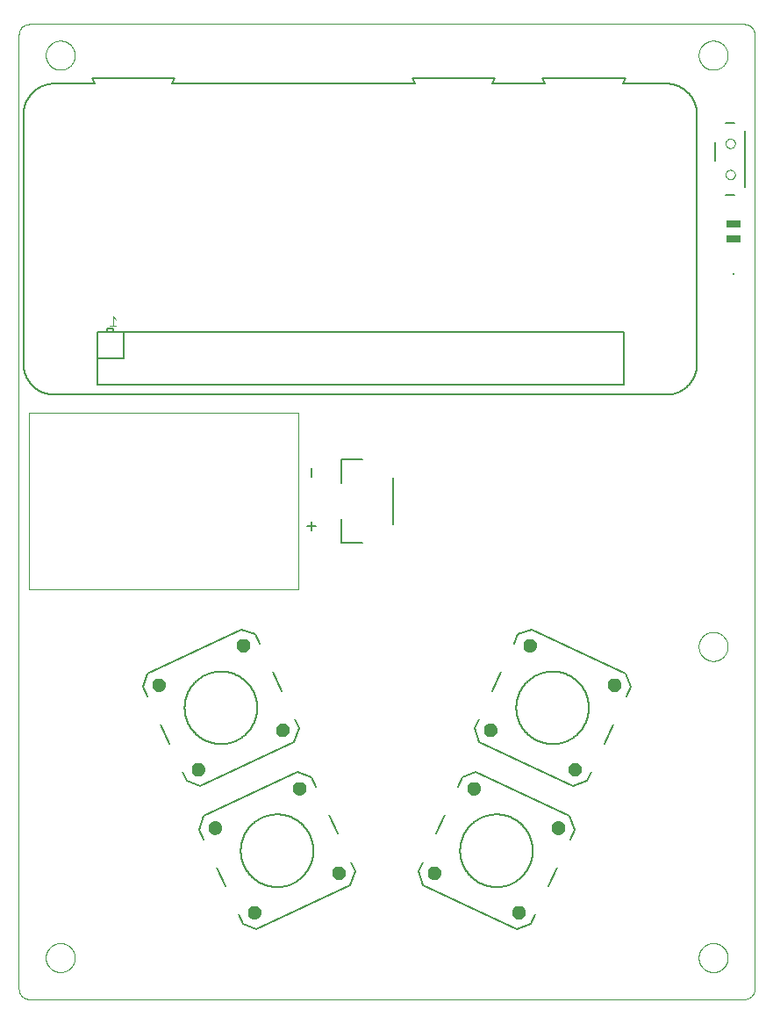
<source format=gbo>
G75*
%MOIN*%
%OFA0B0*%
%FSLAX25Y25*%
%IPPOS*%
%LPD*%
%AMOC8*
5,1,8,0,0,1.08239X$1,22.5*
%
%ADD10C,0.00000*%
%ADD11R,0.08803X0.00339*%
%ADD12R,0.11850X0.00339*%
%ADD13R,0.11173X0.00339*%
%ADD14R,0.12189X0.00339*%
%ADD15R,0.12528X0.00339*%
%ADD16R,0.11512X0.00339*%
%ADD17R,0.16252X0.00339*%
%ADD18R,0.15575X0.00339*%
%ADD19R,0.03047X0.00339*%
%ADD20R,0.16929X0.00339*%
%ADD21R,0.15913X0.00339*%
%ADD22R,0.02709X0.00339*%
%ADD23R,0.07787X0.00339*%
%ADD24R,0.03724X0.00339*%
%ADD25R,0.06772X0.00339*%
%ADD26R,0.03386X0.00339*%
%ADD27R,0.05079X0.00339*%
%ADD28R,0.07110X0.00339*%
%ADD29R,0.01693X0.00339*%
%ADD30R,0.02370X0.00339*%
%ADD31R,0.10835X0.00339*%
%ADD32R,0.02031X0.00339*%
%ADD33R,0.04063X0.00339*%
%ADD34R,0.04402X0.00339*%
%ADD35R,0.10157X0.00339*%
%ADD36R,0.10496X0.00339*%
%ADD37R,0.09819X0.00339*%
%ADD38R,0.01354X0.00339*%
%ADD39R,0.16591X0.00339*%
%ADD40R,0.13543X0.00339*%
%ADD41R,0.00677X0.00339*%
%ADD42R,0.04740X0.00339*%
%ADD43R,0.06094X0.00339*%
%ADD44R,0.05417X0.00339*%
%ADD45R,0.19299X0.00339*%
%ADD46R,0.01016X0.00339*%
%ADD47R,0.00339X0.00339*%
%ADD48R,0.13205X0.00339*%
%ADD49R,0.05756X0.00339*%
%ADD50R,0.08126X0.00339*%
%ADD51R,1.10378X0.00339*%
%ADD52R,0.07449X0.00339*%
%ADD53R,1.15118X0.00339*%
%ADD54R,0.65685X0.00339*%
%ADD55R,0.43339X0.00339*%
%ADD56R,0.66024X0.00339*%
%ADD57R,0.43677X0.00339*%
%ADD58R,1.14441X0.00339*%
%ADD59R,1.13764X0.00339*%
%ADD60R,1.13087X0.00339*%
%ADD61R,1.12409X0.00339*%
%ADD62R,1.11055X0.00339*%
%ADD63R,0.06433X0.00339*%
%ADD64R,0.22685X0.00339*%
%ADD65R,0.32504X0.00339*%
%ADD66R,0.09142X0.00339*%
%ADD67R,0.09480X0.00339*%
%ADD68R,0.22346X0.00339*%
%ADD69R,0.08465X0.00339*%
%ADD70R,0.12866X0.00339*%
%ADD71C,0.00500*%
%ADD72C,0.00400*%
%ADD73C,0.00700*%
%ADD74C,0.00394*%
%ADD75C,0.00800*%
%ADD76C,0.02756*%
%ADD77R,0.05512X0.02559*%
%ADD78R,0.00787X0.00787*%
D10*
X0003248Y0005437D02*
X0003248Y0367642D01*
X0003250Y0367766D01*
X0003256Y0367889D01*
X0003265Y0368013D01*
X0003279Y0368135D01*
X0003296Y0368258D01*
X0003318Y0368380D01*
X0003343Y0368501D01*
X0003372Y0368621D01*
X0003404Y0368740D01*
X0003441Y0368859D01*
X0003481Y0368976D01*
X0003524Y0369091D01*
X0003572Y0369206D01*
X0003623Y0369318D01*
X0003677Y0369429D01*
X0003735Y0369539D01*
X0003796Y0369646D01*
X0003861Y0369752D01*
X0003929Y0369855D01*
X0004000Y0369956D01*
X0004074Y0370055D01*
X0004151Y0370152D01*
X0004232Y0370246D01*
X0004315Y0370337D01*
X0004401Y0370426D01*
X0004490Y0370512D01*
X0004581Y0370595D01*
X0004675Y0370676D01*
X0004772Y0370753D01*
X0004871Y0370827D01*
X0004972Y0370898D01*
X0005075Y0370966D01*
X0005181Y0371031D01*
X0005288Y0371092D01*
X0005398Y0371150D01*
X0005509Y0371204D01*
X0005621Y0371255D01*
X0005736Y0371303D01*
X0005851Y0371346D01*
X0005968Y0371386D01*
X0006087Y0371423D01*
X0006206Y0371455D01*
X0006326Y0371484D01*
X0006447Y0371509D01*
X0006569Y0371531D01*
X0006692Y0371548D01*
X0006814Y0371562D01*
X0006938Y0371571D01*
X0007061Y0371577D01*
X0007185Y0371579D01*
X0278839Y0371579D01*
X0278963Y0371577D01*
X0279086Y0371571D01*
X0279210Y0371562D01*
X0279332Y0371548D01*
X0279455Y0371531D01*
X0279577Y0371509D01*
X0279698Y0371484D01*
X0279818Y0371455D01*
X0279937Y0371423D01*
X0280056Y0371386D01*
X0280173Y0371346D01*
X0280288Y0371303D01*
X0280403Y0371255D01*
X0280515Y0371204D01*
X0280626Y0371150D01*
X0280736Y0371092D01*
X0280843Y0371031D01*
X0280949Y0370966D01*
X0281052Y0370898D01*
X0281153Y0370827D01*
X0281252Y0370753D01*
X0281349Y0370676D01*
X0281443Y0370595D01*
X0281534Y0370512D01*
X0281623Y0370426D01*
X0281709Y0370337D01*
X0281792Y0370246D01*
X0281873Y0370152D01*
X0281950Y0370055D01*
X0282024Y0369956D01*
X0282095Y0369855D01*
X0282163Y0369752D01*
X0282228Y0369646D01*
X0282289Y0369539D01*
X0282347Y0369429D01*
X0282401Y0369318D01*
X0282452Y0369206D01*
X0282500Y0369091D01*
X0282543Y0368976D01*
X0282583Y0368859D01*
X0282620Y0368740D01*
X0282652Y0368621D01*
X0282681Y0368501D01*
X0282706Y0368380D01*
X0282728Y0368258D01*
X0282745Y0368135D01*
X0282759Y0368013D01*
X0282768Y0367889D01*
X0282774Y0367766D01*
X0282776Y0367642D01*
X0282776Y0005437D01*
X0282774Y0005313D01*
X0282768Y0005190D01*
X0282759Y0005066D01*
X0282745Y0004944D01*
X0282728Y0004821D01*
X0282706Y0004699D01*
X0282681Y0004578D01*
X0282652Y0004458D01*
X0282620Y0004339D01*
X0282583Y0004220D01*
X0282543Y0004103D01*
X0282500Y0003988D01*
X0282452Y0003873D01*
X0282401Y0003761D01*
X0282347Y0003650D01*
X0282289Y0003540D01*
X0282228Y0003433D01*
X0282163Y0003327D01*
X0282095Y0003224D01*
X0282024Y0003123D01*
X0281950Y0003024D01*
X0281873Y0002927D01*
X0281792Y0002833D01*
X0281709Y0002742D01*
X0281623Y0002653D01*
X0281534Y0002567D01*
X0281443Y0002484D01*
X0281349Y0002403D01*
X0281252Y0002326D01*
X0281153Y0002252D01*
X0281052Y0002181D01*
X0280949Y0002113D01*
X0280843Y0002048D01*
X0280736Y0001987D01*
X0280626Y0001929D01*
X0280515Y0001875D01*
X0280403Y0001824D01*
X0280288Y0001776D01*
X0280173Y0001733D01*
X0280056Y0001693D01*
X0279937Y0001656D01*
X0279818Y0001624D01*
X0279698Y0001595D01*
X0279577Y0001570D01*
X0279455Y0001548D01*
X0279332Y0001531D01*
X0279210Y0001517D01*
X0279086Y0001508D01*
X0278963Y0001502D01*
X0278839Y0001500D01*
X0007185Y0001500D01*
X0007061Y0001502D01*
X0006938Y0001508D01*
X0006814Y0001517D01*
X0006692Y0001531D01*
X0006569Y0001548D01*
X0006447Y0001570D01*
X0006326Y0001595D01*
X0006206Y0001624D01*
X0006087Y0001656D01*
X0005968Y0001693D01*
X0005851Y0001733D01*
X0005736Y0001776D01*
X0005621Y0001824D01*
X0005509Y0001875D01*
X0005398Y0001929D01*
X0005288Y0001987D01*
X0005181Y0002048D01*
X0005075Y0002113D01*
X0004972Y0002181D01*
X0004871Y0002252D01*
X0004772Y0002326D01*
X0004675Y0002403D01*
X0004581Y0002484D01*
X0004490Y0002567D01*
X0004401Y0002653D01*
X0004315Y0002742D01*
X0004232Y0002833D01*
X0004151Y0002927D01*
X0004074Y0003024D01*
X0004000Y0003123D01*
X0003929Y0003224D01*
X0003861Y0003327D01*
X0003796Y0003433D01*
X0003735Y0003540D01*
X0003677Y0003650D01*
X0003623Y0003761D01*
X0003572Y0003873D01*
X0003524Y0003988D01*
X0003481Y0004103D01*
X0003441Y0004220D01*
X0003404Y0004339D01*
X0003372Y0004458D01*
X0003343Y0004578D01*
X0003318Y0004699D01*
X0003296Y0004821D01*
X0003279Y0004944D01*
X0003265Y0005066D01*
X0003256Y0005190D01*
X0003250Y0005313D01*
X0003248Y0005437D01*
X0013484Y0017248D02*
X0013486Y0017396D01*
X0013492Y0017544D01*
X0013502Y0017692D01*
X0013516Y0017839D01*
X0013534Y0017986D01*
X0013555Y0018132D01*
X0013581Y0018278D01*
X0013611Y0018423D01*
X0013644Y0018567D01*
X0013682Y0018710D01*
X0013723Y0018852D01*
X0013768Y0018993D01*
X0013816Y0019133D01*
X0013869Y0019272D01*
X0013925Y0019409D01*
X0013985Y0019544D01*
X0014048Y0019678D01*
X0014115Y0019810D01*
X0014186Y0019940D01*
X0014260Y0020068D01*
X0014337Y0020194D01*
X0014418Y0020318D01*
X0014502Y0020440D01*
X0014589Y0020559D01*
X0014680Y0020676D01*
X0014774Y0020791D01*
X0014870Y0020903D01*
X0014970Y0021013D01*
X0015072Y0021119D01*
X0015178Y0021223D01*
X0015286Y0021324D01*
X0015397Y0021422D01*
X0015510Y0021518D01*
X0015626Y0021610D01*
X0015744Y0021699D01*
X0015865Y0021784D01*
X0015988Y0021867D01*
X0016113Y0021946D01*
X0016240Y0022022D01*
X0016369Y0022094D01*
X0016500Y0022163D01*
X0016633Y0022228D01*
X0016768Y0022289D01*
X0016904Y0022347D01*
X0017041Y0022402D01*
X0017180Y0022452D01*
X0017321Y0022499D01*
X0017462Y0022542D01*
X0017605Y0022582D01*
X0017749Y0022617D01*
X0017893Y0022649D01*
X0018039Y0022676D01*
X0018185Y0022700D01*
X0018332Y0022720D01*
X0018479Y0022736D01*
X0018626Y0022748D01*
X0018774Y0022756D01*
X0018922Y0022760D01*
X0019070Y0022760D01*
X0019218Y0022756D01*
X0019366Y0022748D01*
X0019513Y0022736D01*
X0019660Y0022720D01*
X0019807Y0022700D01*
X0019953Y0022676D01*
X0020099Y0022649D01*
X0020243Y0022617D01*
X0020387Y0022582D01*
X0020530Y0022542D01*
X0020671Y0022499D01*
X0020812Y0022452D01*
X0020951Y0022402D01*
X0021088Y0022347D01*
X0021224Y0022289D01*
X0021359Y0022228D01*
X0021492Y0022163D01*
X0021623Y0022094D01*
X0021752Y0022022D01*
X0021879Y0021946D01*
X0022004Y0021867D01*
X0022127Y0021784D01*
X0022248Y0021699D01*
X0022366Y0021610D01*
X0022482Y0021518D01*
X0022595Y0021422D01*
X0022706Y0021324D01*
X0022814Y0021223D01*
X0022920Y0021119D01*
X0023022Y0021013D01*
X0023122Y0020903D01*
X0023218Y0020791D01*
X0023312Y0020676D01*
X0023403Y0020559D01*
X0023490Y0020440D01*
X0023574Y0020318D01*
X0023655Y0020194D01*
X0023732Y0020068D01*
X0023806Y0019940D01*
X0023877Y0019810D01*
X0023944Y0019678D01*
X0024007Y0019544D01*
X0024067Y0019409D01*
X0024123Y0019272D01*
X0024176Y0019133D01*
X0024224Y0018993D01*
X0024269Y0018852D01*
X0024310Y0018710D01*
X0024348Y0018567D01*
X0024381Y0018423D01*
X0024411Y0018278D01*
X0024437Y0018132D01*
X0024458Y0017986D01*
X0024476Y0017839D01*
X0024490Y0017692D01*
X0024500Y0017544D01*
X0024506Y0017396D01*
X0024508Y0017248D01*
X0024506Y0017100D01*
X0024500Y0016952D01*
X0024490Y0016804D01*
X0024476Y0016657D01*
X0024458Y0016510D01*
X0024437Y0016364D01*
X0024411Y0016218D01*
X0024381Y0016073D01*
X0024348Y0015929D01*
X0024310Y0015786D01*
X0024269Y0015644D01*
X0024224Y0015503D01*
X0024176Y0015363D01*
X0024123Y0015224D01*
X0024067Y0015087D01*
X0024007Y0014952D01*
X0023944Y0014818D01*
X0023877Y0014686D01*
X0023806Y0014556D01*
X0023732Y0014428D01*
X0023655Y0014302D01*
X0023574Y0014178D01*
X0023490Y0014056D01*
X0023403Y0013937D01*
X0023312Y0013820D01*
X0023218Y0013705D01*
X0023122Y0013593D01*
X0023022Y0013483D01*
X0022920Y0013377D01*
X0022814Y0013273D01*
X0022706Y0013172D01*
X0022595Y0013074D01*
X0022482Y0012978D01*
X0022366Y0012886D01*
X0022248Y0012797D01*
X0022127Y0012712D01*
X0022004Y0012629D01*
X0021879Y0012550D01*
X0021752Y0012474D01*
X0021623Y0012402D01*
X0021492Y0012333D01*
X0021359Y0012268D01*
X0021224Y0012207D01*
X0021088Y0012149D01*
X0020951Y0012094D01*
X0020812Y0012044D01*
X0020671Y0011997D01*
X0020530Y0011954D01*
X0020387Y0011914D01*
X0020243Y0011879D01*
X0020099Y0011847D01*
X0019953Y0011820D01*
X0019807Y0011796D01*
X0019660Y0011776D01*
X0019513Y0011760D01*
X0019366Y0011748D01*
X0019218Y0011740D01*
X0019070Y0011736D01*
X0018922Y0011736D01*
X0018774Y0011740D01*
X0018626Y0011748D01*
X0018479Y0011760D01*
X0018332Y0011776D01*
X0018185Y0011796D01*
X0018039Y0011820D01*
X0017893Y0011847D01*
X0017749Y0011879D01*
X0017605Y0011914D01*
X0017462Y0011954D01*
X0017321Y0011997D01*
X0017180Y0012044D01*
X0017041Y0012094D01*
X0016904Y0012149D01*
X0016768Y0012207D01*
X0016633Y0012268D01*
X0016500Y0012333D01*
X0016369Y0012402D01*
X0016240Y0012474D01*
X0016113Y0012550D01*
X0015988Y0012629D01*
X0015865Y0012712D01*
X0015744Y0012797D01*
X0015626Y0012886D01*
X0015510Y0012978D01*
X0015397Y0013074D01*
X0015286Y0013172D01*
X0015178Y0013273D01*
X0015072Y0013377D01*
X0014970Y0013483D01*
X0014870Y0013593D01*
X0014774Y0013705D01*
X0014680Y0013820D01*
X0014589Y0013937D01*
X0014502Y0014056D01*
X0014418Y0014178D01*
X0014337Y0014302D01*
X0014260Y0014428D01*
X0014186Y0014556D01*
X0014115Y0014686D01*
X0014048Y0014818D01*
X0013985Y0014952D01*
X0013925Y0015087D01*
X0013869Y0015224D01*
X0013816Y0015363D01*
X0013768Y0015503D01*
X0013723Y0015644D01*
X0013682Y0015786D01*
X0013644Y0015929D01*
X0013611Y0016073D01*
X0013581Y0016218D01*
X0013555Y0016364D01*
X0013534Y0016510D01*
X0013516Y0016657D01*
X0013502Y0016804D01*
X0013492Y0016952D01*
X0013486Y0017100D01*
X0013484Y0017248D01*
X0261516Y0017248D02*
X0261518Y0017396D01*
X0261524Y0017544D01*
X0261534Y0017692D01*
X0261548Y0017839D01*
X0261566Y0017986D01*
X0261587Y0018132D01*
X0261613Y0018278D01*
X0261643Y0018423D01*
X0261676Y0018567D01*
X0261714Y0018710D01*
X0261755Y0018852D01*
X0261800Y0018993D01*
X0261848Y0019133D01*
X0261901Y0019272D01*
X0261957Y0019409D01*
X0262017Y0019544D01*
X0262080Y0019678D01*
X0262147Y0019810D01*
X0262218Y0019940D01*
X0262292Y0020068D01*
X0262369Y0020194D01*
X0262450Y0020318D01*
X0262534Y0020440D01*
X0262621Y0020559D01*
X0262712Y0020676D01*
X0262806Y0020791D01*
X0262902Y0020903D01*
X0263002Y0021013D01*
X0263104Y0021119D01*
X0263210Y0021223D01*
X0263318Y0021324D01*
X0263429Y0021422D01*
X0263542Y0021518D01*
X0263658Y0021610D01*
X0263776Y0021699D01*
X0263897Y0021784D01*
X0264020Y0021867D01*
X0264145Y0021946D01*
X0264272Y0022022D01*
X0264401Y0022094D01*
X0264532Y0022163D01*
X0264665Y0022228D01*
X0264800Y0022289D01*
X0264936Y0022347D01*
X0265073Y0022402D01*
X0265212Y0022452D01*
X0265353Y0022499D01*
X0265494Y0022542D01*
X0265637Y0022582D01*
X0265781Y0022617D01*
X0265925Y0022649D01*
X0266071Y0022676D01*
X0266217Y0022700D01*
X0266364Y0022720D01*
X0266511Y0022736D01*
X0266658Y0022748D01*
X0266806Y0022756D01*
X0266954Y0022760D01*
X0267102Y0022760D01*
X0267250Y0022756D01*
X0267398Y0022748D01*
X0267545Y0022736D01*
X0267692Y0022720D01*
X0267839Y0022700D01*
X0267985Y0022676D01*
X0268131Y0022649D01*
X0268275Y0022617D01*
X0268419Y0022582D01*
X0268562Y0022542D01*
X0268703Y0022499D01*
X0268844Y0022452D01*
X0268983Y0022402D01*
X0269120Y0022347D01*
X0269256Y0022289D01*
X0269391Y0022228D01*
X0269524Y0022163D01*
X0269655Y0022094D01*
X0269784Y0022022D01*
X0269911Y0021946D01*
X0270036Y0021867D01*
X0270159Y0021784D01*
X0270280Y0021699D01*
X0270398Y0021610D01*
X0270514Y0021518D01*
X0270627Y0021422D01*
X0270738Y0021324D01*
X0270846Y0021223D01*
X0270952Y0021119D01*
X0271054Y0021013D01*
X0271154Y0020903D01*
X0271250Y0020791D01*
X0271344Y0020676D01*
X0271435Y0020559D01*
X0271522Y0020440D01*
X0271606Y0020318D01*
X0271687Y0020194D01*
X0271764Y0020068D01*
X0271838Y0019940D01*
X0271909Y0019810D01*
X0271976Y0019678D01*
X0272039Y0019544D01*
X0272099Y0019409D01*
X0272155Y0019272D01*
X0272208Y0019133D01*
X0272256Y0018993D01*
X0272301Y0018852D01*
X0272342Y0018710D01*
X0272380Y0018567D01*
X0272413Y0018423D01*
X0272443Y0018278D01*
X0272469Y0018132D01*
X0272490Y0017986D01*
X0272508Y0017839D01*
X0272522Y0017692D01*
X0272532Y0017544D01*
X0272538Y0017396D01*
X0272540Y0017248D01*
X0272538Y0017100D01*
X0272532Y0016952D01*
X0272522Y0016804D01*
X0272508Y0016657D01*
X0272490Y0016510D01*
X0272469Y0016364D01*
X0272443Y0016218D01*
X0272413Y0016073D01*
X0272380Y0015929D01*
X0272342Y0015786D01*
X0272301Y0015644D01*
X0272256Y0015503D01*
X0272208Y0015363D01*
X0272155Y0015224D01*
X0272099Y0015087D01*
X0272039Y0014952D01*
X0271976Y0014818D01*
X0271909Y0014686D01*
X0271838Y0014556D01*
X0271764Y0014428D01*
X0271687Y0014302D01*
X0271606Y0014178D01*
X0271522Y0014056D01*
X0271435Y0013937D01*
X0271344Y0013820D01*
X0271250Y0013705D01*
X0271154Y0013593D01*
X0271054Y0013483D01*
X0270952Y0013377D01*
X0270846Y0013273D01*
X0270738Y0013172D01*
X0270627Y0013074D01*
X0270514Y0012978D01*
X0270398Y0012886D01*
X0270280Y0012797D01*
X0270159Y0012712D01*
X0270036Y0012629D01*
X0269911Y0012550D01*
X0269784Y0012474D01*
X0269655Y0012402D01*
X0269524Y0012333D01*
X0269391Y0012268D01*
X0269256Y0012207D01*
X0269120Y0012149D01*
X0268983Y0012094D01*
X0268844Y0012044D01*
X0268703Y0011997D01*
X0268562Y0011954D01*
X0268419Y0011914D01*
X0268275Y0011879D01*
X0268131Y0011847D01*
X0267985Y0011820D01*
X0267839Y0011796D01*
X0267692Y0011776D01*
X0267545Y0011760D01*
X0267398Y0011748D01*
X0267250Y0011740D01*
X0267102Y0011736D01*
X0266954Y0011736D01*
X0266806Y0011740D01*
X0266658Y0011748D01*
X0266511Y0011760D01*
X0266364Y0011776D01*
X0266217Y0011796D01*
X0266071Y0011820D01*
X0265925Y0011847D01*
X0265781Y0011879D01*
X0265637Y0011914D01*
X0265494Y0011954D01*
X0265353Y0011997D01*
X0265212Y0012044D01*
X0265073Y0012094D01*
X0264936Y0012149D01*
X0264800Y0012207D01*
X0264665Y0012268D01*
X0264532Y0012333D01*
X0264401Y0012402D01*
X0264272Y0012474D01*
X0264145Y0012550D01*
X0264020Y0012629D01*
X0263897Y0012712D01*
X0263776Y0012797D01*
X0263658Y0012886D01*
X0263542Y0012978D01*
X0263429Y0013074D01*
X0263318Y0013172D01*
X0263210Y0013273D01*
X0263104Y0013377D01*
X0263002Y0013483D01*
X0262902Y0013593D01*
X0262806Y0013705D01*
X0262712Y0013820D01*
X0262621Y0013937D01*
X0262534Y0014056D01*
X0262450Y0014178D01*
X0262369Y0014302D01*
X0262292Y0014428D01*
X0262218Y0014556D01*
X0262147Y0014686D01*
X0262080Y0014818D01*
X0262017Y0014952D01*
X0261957Y0015087D01*
X0261901Y0015224D01*
X0261848Y0015363D01*
X0261800Y0015503D01*
X0261755Y0015644D01*
X0261714Y0015786D01*
X0261676Y0015929D01*
X0261643Y0016073D01*
X0261613Y0016218D01*
X0261587Y0016364D01*
X0261566Y0016510D01*
X0261548Y0016657D01*
X0261534Y0016804D01*
X0261524Y0016952D01*
X0261518Y0017100D01*
X0261516Y0017248D01*
X0261516Y0135358D02*
X0261518Y0135506D01*
X0261524Y0135654D01*
X0261534Y0135802D01*
X0261548Y0135949D01*
X0261566Y0136096D01*
X0261587Y0136242D01*
X0261613Y0136388D01*
X0261643Y0136533D01*
X0261676Y0136677D01*
X0261714Y0136820D01*
X0261755Y0136962D01*
X0261800Y0137103D01*
X0261848Y0137243D01*
X0261901Y0137382D01*
X0261957Y0137519D01*
X0262017Y0137654D01*
X0262080Y0137788D01*
X0262147Y0137920D01*
X0262218Y0138050D01*
X0262292Y0138178D01*
X0262369Y0138304D01*
X0262450Y0138428D01*
X0262534Y0138550D01*
X0262621Y0138669D01*
X0262712Y0138786D01*
X0262806Y0138901D01*
X0262902Y0139013D01*
X0263002Y0139123D01*
X0263104Y0139229D01*
X0263210Y0139333D01*
X0263318Y0139434D01*
X0263429Y0139532D01*
X0263542Y0139628D01*
X0263658Y0139720D01*
X0263776Y0139809D01*
X0263897Y0139894D01*
X0264020Y0139977D01*
X0264145Y0140056D01*
X0264272Y0140132D01*
X0264401Y0140204D01*
X0264532Y0140273D01*
X0264665Y0140338D01*
X0264800Y0140399D01*
X0264936Y0140457D01*
X0265073Y0140512D01*
X0265212Y0140562D01*
X0265353Y0140609D01*
X0265494Y0140652D01*
X0265637Y0140692D01*
X0265781Y0140727D01*
X0265925Y0140759D01*
X0266071Y0140786D01*
X0266217Y0140810D01*
X0266364Y0140830D01*
X0266511Y0140846D01*
X0266658Y0140858D01*
X0266806Y0140866D01*
X0266954Y0140870D01*
X0267102Y0140870D01*
X0267250Y0140866D01*
X0267398Y0140858D01*
X0267545Y0140846D01*
X0267692Y0140830D01*
X0267839Y0140810D01*
X0267985Y0140786D01*
X0268131Y0140759D01*
X0268275Y0140727D01*
X0268419Y0140692D01*
X0268562Y0140652D01*
X0268703Y0140609D01*
X0268844Y0140562D01*
X0268983Y0140512D01*
X0269120Y0140457D01*
X0269256Y0140399D01*
X0269391Y0140338D01*
X0269524Y0140273D01*
X0269655Y0140204D01*
X0269784Y0140132D01*
X0269911Y0140056D01*
X0270036Y0139977D01*
X0270159Y0139894D01*
X0270280Y0139809D01*
X0270398Y0139720D01*
X0270514Y0139628D01*
X0270627Y0139532D01*
X0270738Y0139434D01*
X0270846Y0139333D01*
X0270952Y0139229D01*
X0271054Y0139123D01*
X0271154Y0139013D01*
X0271250Y0138901D01*
X0271344Y0138786D01*
X0271435Y0138669D01*
X0271522Y0138550D01*
X0271606Y0138428D01*
X0271687Y0138304D01*
X0271764Y0138178D01*
X0271838Y0138050D01*
X0271909Y0137920D01*
X0271976Y0137788D01*
X0272039Y0137654D01*
X0272099Y0137519D01*
X0272155Y0137382D01*
X0272208Y0137243D01*
X0272256Y0137103D01*
X0272301Y0136962D01*
X0272342Y0136820D01*
X0272380Y0136677D01*
X0272413Y0136533D01*
X0272443Y0136388D01*
X0272469Y0136242D01*
X0272490Y0136096D01*
X0272508Y0135949D01*
X0272522Y0135802D01*
X0272532Y0135654D01*
X0272538Y0135506D01*
X0272540Y0135358D01*
X0272538Y0135210D01*
X0272532Y0135062D01*
X0272522Y0134914D01*
X0272508Y0134767D01*
X0272490Y0134620D01*
X0272469Y0134474D01*
X0272443Y0134328D01*
X0272413Y0134183D01*
X0272380Y0134039D01*
X0272342Y0133896D01*
X0272301Y0133754D01*
X0272256Y0133613D01*
X0272208Y0133473D01*
X0272155Y0133334D01*
X0272099Y0133197D01*
X0272039Y0133062D01*
X0271976Y0132928D01*
X0271909Y0132796D01*
X0271838Y0132666D01*
X0271764Y0132538D01*
X0271687Y0132412D01*
X0271606Y0132288D01*
X0271522Y0132166D01*
X0271435Y0132047D01*
X0271344Y0131930D01*
X0271250Y0131815D01*
X0271154Y0131703D01*
X0271054Y0131593D01*
X0270952Y0131487D01*
X0270846Y0131383D01*
X0270738Y0131282D01*
X0270627Y0131184D01*
X0270514Y0131088D01*
X0270398Y0130996D01*
X0270280Y0130907D01*
X0270159Y0130822D01*
X0270036Y0130739D01*
X0269911Y0130660D01*
X0269784Y0130584D01*
X0269655Y0130512D01*
X0269524Y0130443D01*
X0269391Y0130378D01*
X0269256Y0130317D01*
X0269120Y0130259D01*
X0268983Y0130204D01*
X0268844Y0130154D01*
X0268703Y0130107D01*
X0268562Y0130064D01*
X0268419Y0130024D01*
X0268275Y0129989D01*
X0268131Y0129957D01*
X0267985Y0129930D01*
X0267839Y0129906D01*
X0267692Y0129886D01*
X0267545Y0129870D01*
X0267398Y0129858D01*
X0267250Y0129850D01*
X0267102Y0129846D01*
X0266954Y0129846D01*
X0266806Y0129850D01*
X0266658Y0129858D01*
X0266511Y0129870D01*
X0266364Y0129886D01*
X0266217Y0129906D01*
X0266071Y0129930D01*
X0265925Y0129957D01*
X0265781Y0129989D01*
X0265637Y0130024D01*
X0265494Y0130064D01*
X0265353Y0130107D01*
X0265212Y0130154D01*
X0265073Y0130204D01*
X0264936Y0130259D01*
X0264800Y0130317D01*
X0264665Y0130378D01*
X0264532Y0130443D01*
X0264401Y0130512D01*
X0264272Y0130584D01*
X0264145Y0130660D01*
X0264020Y0130739D01*
X0263897Y0130822D01*
X0263776Y0130907D01*
X0263658Y0130996D01*
X0263542Y0131088D01*
X0263429Y0131184D01*
X0263318Y0131282D01*
X0263210Y0131383D01*
X0263104Y0131487D01*
X0263002Y0131593D01*
X0262902Y0131703D01*
X0262806Y0131815D01*
X0262712Y0131930D01*
X0262621Y0132047D01*
X0262534Y0132166D01*
X0262450Y0132288D01*
X0262369Y0132412D01*
X0262292Y0132538D01*
X0262218Y0132666D01*
X0262147Y0132796D01*
X0262080Y0132928D01*
X0262017Y0133062D01*
X0261957Y0133197D01*
X0261901Y0133334D01*
X0261848Y0133473D01*
X0261800Y0133613D01*
X0261755Y0133754D01*
X0261714Y0133896D01*
X0261676Y0134039D01*
X0261643Y0134183D01*
X0261613Y0134328D01*
X0261587Y0134474D01*
X0261566Y0134620D01*
X0261548Y0134767D01*
X0261534Y0134914D01*
X0261524Y0135062D01*
X0261518Y0135210D01*
X0261516Y0135358D01*
X0271752Y0314492D02*
X0271754Y0314576D01*
X0271760Y0314659D01*
X0271770Y0314742D01*
X0271784Y0314825D01*
X0271801Y0314907D01*
X0271823Y0314988D01*
X0271848Y0315067D01*
X0271877Y0315146D01*
X0271910Y0315223D01*
X0271946Y0315298D01*
X0271986Y0315372D01*
X0272029Y0315444D01*
X0272076Y0315513D01*
X0272126Y0315580D01*
X0272179Y0315645D01*
X0272235Y0315707D01*
X0272293Y0315767D01*
X0272355Y0315824D01*
X0272419Y0315877D01*
X0272486Y0315928D01*
X0272555Y0315975D01*
X0272626Y0316020D01*
X0272699Y0316060D01*
X0272774Y0316097D01*
X0272851Y0316131D01*
X0272929Y0316161D01*
X0273008Y0316187D01*
X0273089Y0316210D01*
X0273171Y0316228D01*
X0273253Y0316243D01*
X0273336Y0316254D01*
X0273419Y0316261D01*
X0273503Y0316264D01*
X0273587Y0316263D01*
X0273670Y0316258D01*
X0273754Y0316249D01*
X0273836Y0316236D01*
X0273918Y0316220D01*
X0273999Y0316199D01*
X0274080Y0316175D01*
X0274158Y0316147D01*
X0274236Y0316115D01*
X0274312Y0316079D01*
X0274386Y0316040D01*
X0274458Y0315998D01*
X0274528Y0315952D01*
X0274596Y0315903D01*
X0274661Y0315851D01*
X0274724Y0315796D01*
X0274784Y0315738D01*
X0274842Y0315677D01*
X0274896Y0315613D01*
X0274948Y0315547D01*
X0274996Y0315479D01*
X0275041Y0315408D01*
X0275082Y0315335D01*
X0275121Y0315261D01*
X0275155Y0315185D01*
X0275186Y0315107D01*
X0275213Y0315028D01*
X0275237Y0314947D01*
X0275256Y0314866D01*
X0275272Y0314784D01*
X0275284Y0314701D01*
X0275292Y0314617D01*
X0275296Y0314534D01*
X0275296Y0314450D01*
X0275292Y0314367D01*
X0275284Y0314283D01*
X0275272Y0314200D01*
X0275256Y0314118D01*
X0275237Y0314037D01*
X0275213Y0313956D01*
X0275186Y0313877D01*
X0275155Y0313799D01*
X0275121Y0313723D01*
X0275082Y0313649D01*
X0275041Y0313576D01*
X0274996Y0313505D01*
X0274948Y0313437D01*
X0274896Y0313371D01*
X0274842Y0313307D01*
X0274784Y0313246D01*
X0274724Y0313188D01*
X0274661Y0313133D01*
X0274596Y0313081D01*
X0274528Y0313032D01*
X0274458Y0312986D01*
X0274386Y0312944D01*
X0274312Y0312905D01*
X0274236Y0312869D01*
X0274158Y0312837D01*
X0274080Y0312809D01*
X0273999Y0312785D01*
X0273918Y0312764D01*
X0273836Y0312748D01*
X0273754Y0312735D01*
X0273670Y0312726D01*
X0273587Y0312721D01*
X0273503Y0312720D01*
X0273419Y0312723D01*
X0273336Y0312730D01*
X0273253Y0312741D01*
X0273171Y0312756D01*
X0273089Y0312774D01*
X0273008Y0312797D01*
X0272929Y0312823D01*
X0272851Y0312853D01*
X0272774Y0312887D01*
X0272699Y0312924D01*
X0272626Y0312964D01*
X0272555Y0313009D01*
X0272486Y0313056D01*
X0272419Y0313107D01*
X0272355Y0313160D01*
X0272293Y0313217D01*
X0272235Y0313277D01*
X0272179Y0313339D01*
X0272126Y0313404D01*
X0272076Y0313471D01*
X0272029Y0313540D01*
X0271986Y0313612D01*
X0271946Y0313686D01*
X0271910Y0313761D01*
X0271877Y0313838D01*
X0271848Y0313917D01*
X0271823Y0313996D01*
X0271801Y0314077D01*
X0271784Y0314159D01*
X0271770Y0314242D01*
X0271760Y0314325D01*
X0271754Y0314408D01*
X0271752Y0314492D01*
X0271752Y0326303D02*
X0271754Y0326387D01*
X0271760Y0326470D01*
X0271770Y0326553D01*
X0271784Y0326636D01*
X0271801Y0326718D01*
X0271823Y0326799D01*
X0271848Y0326878D01*
X0271877Y0326957D01*
X0271910Y0327034D01*
X0271946Y0327109D01*
X0271986Y0327183D01*
X0272029Y0327255D01*
X0272076Y0327324D01*
X0272126Y0327391D01*
X0272179Y0327456D01*
X0272235Y0327518D01*
X0272293Y0327578D01*
X0272355Y0327635D01*
X0272419Y0327688D01*
X0272486Y0327739D01*
X0272555Y0327786D01*
X0272626Y0327831D01*
X0272699Y0327871D01*
X0272774Y0327908D01*
X0272851Y0327942D01*
X0272929Y0327972D01*
X0273008Y0327998D01*
X0273089Y0328021D01*
X0273171Y0328039D01*
X0273253Y0328054D01*
X0273336Y0328065D01*
X0273419Y0328072D01*
X0273503Y0328075D01*
X0273587Y0328074D01*
X0273670Y0328069D01*
X0273754Y0328060D01*
X0273836Y0328047D01*
X0273918Y0328031D01*
X0273999Y0328010D01*
X0274080Y0327986D01*
X0274158Y0327958D01*
X0274236Y0327926D01*
X0274312Y0327890D01*
X0274386Y0327851D01*
X0274458Y0327809D01*
X0274528Y0327763D01*
X0274596Y0327714D01*
X0274661Y0327662D01*
X0274724Y0327607D01*
X0274784Y0327549D01*
X0274842Y0327488D01*
X0274896Y0327424D01*
X0274948Y0327358D01*
X0274996Y0327290D01*
X0275041Y0327219D01*
X0275082Y0327146D01*
X0275121Y0327072D01*
X0275155Y0326996D01*
X0275186Y0326918D01*
X0275213Y0326839D01*
X0275237Y0326758D01*
X0275256Y0326677D01*
X0275272Y0326595D01*
X0275284Y0326512D01*
X0275292Y0326428D01*
X0275296Y0326345D01*
X0275296Y0326261D01*
X0275292Y0326178D01*
X0275284Y0326094D01*
X0275272Y0326011D01*
X0275256Y0325929D01*
X0275237Y0325848D01*
X0275213Y0325767D01*
X0275186Y0325688D01*
X0275155Y0325610D01*
X0275121Y0325534D01*
X0275082Y0325460D01*
X0275041Y0325387D01*
X0274996Y0325316D01*
X0274948Y0325248D01*
X0274896Y0325182D01*
X0274842Y0325118D01*
X0274784Y0325057D01*
X0274724Y0324999D01*
X0274661Y0324944D01*
X0274596Y0324892D01*
X0274528Y0324843D01*
X0274458Y0324797D01*
X0274386Y0324755D01*
X0274312Y0324716D01*
X0274236Y0324680D01*
X0274158Y0324648D01*
X0274080Y0324620D01*
X0273999Y0324596D01*
X0273918Y0324575D01*
X0273836Y0324559D01*
X0273754Y0324546D01*
X0273670Y0324537D01*
X0273587Y0324532D01*
X0273503Y0324531D01*
X0273419Y0324534D01*
X0273336Y0324541D01*
X0273253Y0324552D01*
X0273171Y0324567D01*
X0273089Y0324585D01*
X0273008Y0324608D01*
X0272929Y0324634D01*
X0272851Y0324664D01*
X0272774Y0324698D01*
X0272699Y0324735D01*
X0272626Y0324775D01*
X0272555Y0324820D01*
X0272486Y0324867D01*
X0272419Y0324918D01*
X0272355Y0324971D01*
X0272293Y0325028D01*
X0272235Y0325088D01*
X0272179Y0325150D01*
X0272126Y0325215D01*
X0272076Y0325282D01*
X0272029Y0325351D01*
X0271986Y0325423D01*
X0271946Y0325497D01*
X0271910Y0325572D01*
X0271877Y0325649D01*
X0271848Y0325728D01*
X0271823Y0325807D01*
X0271801Y0325888D01*
X0271784Y0325970D01*
X0271770Y0326053D01*
X0271760Y0326136D01*
X0271754Y0326219D01*
X0271752Y0326303D01*
X0261516Y0359768D02*
X0261518Y0359916D01*
X0261524Y0360064D01*
X0261534Y0360212D01*
X0261548Y0360359D01*
X0261566Y0360506D01*
X0261587Y0360652D01*
X0261613Y0360798D01*
X0261643Y0360943D01*
X0261676Y0361087D01*
X0261714Y0361230D01*
X0261755Y0361372D01*
X0261800Y0361513D01*
X0261848Y0361653D01*
X0261901Y0361792D01*
X0261957Y0361929D01*
X0262017Y0362064D01*
X0262080Y0362198D01*
X0262147Y0362330D01*
X0262218Y0362460D01*
X0262292Y0362588D01*
X0262369Y0362714D01*
X0262450Y0362838D01*
X0262534Y0362960D01*
X0262621Y0363079D01*
X0262712Y0363196D01*
X0262806Y0363311D01*
X0262902Y0363423D01*
X0263002Y0363533D01*
X0263104Y0363639D01*
X0263210Y0363743D01*
X0263318Y0363844D01*
X0263429Y0363942D01*
X0263542Y0364038D01*
X0263658Y0364130D01*
X0263776Y0364219D01*
X0263897Y0364304D01*
X0264020Y0364387D01*
X0264145Y0364466D01*
X0264272Y0364542D01*
X0264401Y0364614D01*
X0264532Y0364683D01*
X0264665Y0364748D01*
X0264800Y0364809D01*
X0264936Y0364867D01*
X0265073Y0364922D01*
X0265212Y0364972D01*
X0265353Y0365019D01*
X0265494Y0365062D01*
X0265637Y0365102D01*
X0265781Y0365137D01*
X0265925Y0365169D01*
X0266071Y0365196D01*
X0266217Y0365220D01*
X0266364Y0365240D01*
X0266511Y0365256D01*
X0266658Y0365268D01*
X0266806Y0365276D01*
X0266954Y0365280D01*
X0267102Y0365280D01*
X0267250Y0365276D01*
X0267398Y0365268D01*
X0267545Y0365256D01*
X0267692Y0365240D01*
X0267839Y0365220D01*
X0267985Y0365196D01*
X0268131Y0365169D01*
X0268275Y0365137D01*
X0268419Y0365102D01*
X0268562Y0365062D01*
X0268703Y0365019D01*
X0268844Y0364972D01*
X0268983Y0364922D01*
X0269120Y0364867D01*
X0269256Y0364809D01*
X0269391Y0364748D01*
X0269524Y0364683D01*
X0269655Y0364614D01*
X0269784Y0364542D01*
X0269911Y0364466D01*
X0270036Y0364387D01*
X0270159Y0364304D01*
X0270280Y0364219D01*
X0270398Y0364130D01*
X0270514Y0364038D01*
X0270627Y0363942D01*
X0270738Y0363844D01*
X0270846Y0363743D01*
X0270952Y0363639D01*
X0271054Y0363533D01*
X0271154Y0363423D01*
X0271250Y0363311D01*
X0271344Y0363196D01*
X0271435Y0363079D01*
X0271522Y0362960D01*
X0271606Y0362838D01*
X0271687Y0362714D01*
X0271764Y0362588D01*
X0271838Y0362460D01*
X0271909Y0362330D01*
X0271976Y0362198D01*
X0272039Y0362064D01*
X0272099Y0361929D01*
X0272155Y0361792D01*
X0272208Y0361653D01*
X0272256Y0361513D01*
X0272301Y0361372D01*
X0272342Y0361230D01*
X0272380Y0361087D01*
X0272413Y0360943D01*
X0272443Y0360798D01*
X0272469Y0360652D01*
X0272490Y0360506D01*
X0272508Y0360359D01*
X0272522Y0360212D01*
X0272532Y0360064D01*
X0272538Y0359916D01*
X0272540Y0359768D01*
X0272538Y0359620D01*
X0272532Y0359472D01*
X0272522Y0359324D01*
X0272508Y0359177D01*
X0272490Y0359030D01*
X0272469Y0358884D01*
X0272443Y0358738D01*
X0272413Y0358593D01*
X0272380Y0358449D01*
X0272342Y0358306D01*
X0272301Y0358164D01*
X0272256Y0358023D01*
X0272208Y0357883D01*
X0272155Y0357744D01*
X0272099Y0357607D01*
X0272039Y0357472D01*
X0271976Y0357338D01*
X0271909Y0357206D01*
X0271838Y0357076D01*
X0271764Y0356948D01*
X0271687Y0356822D01*
X0271606Y0356698D01*
X0271522Y0356576D01*
X0271435Y0356457D01*
X0271344Y0356340D01*
X0271250Y0356225D01*
X0271154Y0356113D01*
X0271054Y0356003D01*
X0270952Y0355897D01*
X0270846Y0355793D01*
X0270738Y0355692D01*
X0270627Y0355594D01*
X0270514Y0355498D01*
X0270398Y0355406D01*
X0270280Y0355317D01*
X0270159Y0355232D01*
X0270036Y0355149D01*
X0269911Y0355070D01*
X0269784Y0354994D01*
X0269655Y0354922D01*
X0269524Y0354853D01*
X0269391Y0354788D01*
X0269256Y0354727D01*
X0269120Y0354669D01*
X0268983Y0354614D01*
X0268844Y0354564D01*
X0268703Y0354517D01*
X0268562Y0354474D01*
X0268419Y0354434D01*
X0268275Y0354399D01*
X0268131Y0354367D01*
X0267985Y0354340D01*
X0267839Y0354316D01*
X0267692Y0354296D01*
X0267545Y0354280D01*
X0267398Y0354268D01*
X0267250Y0354260D01*
X0267102Y0354256D01*
X0266954Y0354256D01*
X0266806Y0354260D01*
X0266658Y0354268D01*
X0266511Y0354280D01*
X0266364Y0354296D01*
X0266217Y0354316D01*
X0266071Y0354340D01*
X0265925Y0354367D01*
X0265781Y0354399D01*
X0265637Y0354434D01*
X0265494Y0354474D01*
X0265353Y0354517D01*
X0265212Y0354564D01*
X0265073Y0354614D01*
X0264936Y0354669D01*
X0264800Y0354727D01*
X0264665Y0354788D01*
X0264532Y0354853D01*
X0264401Y0354922D01*
X0264272Y0354994D01*
X0264145Y0355070D01*
X0264020Y0355149D01*
X0263897Y0355232D01*
X0263776Y0355317D01*
X0263658Y0355406D01*
X0263542Y0355498D01*
X0263429Y0355594D01*
X0263318Y0355692D01*
X0263210Y0355793D01*
X0263104Y0355897D01*
X0263002Y0356003D01*
X0262902Y0356113D01*
X0262806Y0356225D01*
X0262712Y0356340D01*
X0262621Y0356457D01*
X0262534Y0356576D01*
X0262450Y0356698D01*
X0262369Y0356822D01*
X0262292Y0356948D01*
X0262218Y0357076D01*
X0262147Y0357206D01*
X0262080Y0357338D01*
X0262017Y0357472D01*
X0261957Y0357607D01*
X0261901Y0357744D01*
X0261848Y0357883D01*
X0261800Y0358023D01*
X0261755Y0358164D01*
X0261714Y0358306D01*
X0261676Y0358449D01*
X0261643Y0358593D01*
X0261613Y0358738D01*
X0261587Y0358884D01*
X0261566Y0359030D01*
X0261548Y0359177D01*
X0261534Y0359324D01*
X0261524Y0359472D01*
X0261518Y0359620D01*
X0261516Y0359768D01*
X0013484Y0359768D02*
X0013486Y0359916D01*
X0013492Y0360064D01*
X0013502Y0360212D01*
X0013516Y0360359D01*
X0013534Y0360506D01*
X0013555Y0360652D01*
X0013581Y0360798D01*
X0013611Y0360943D01*
X0013644Y0361087D01*
X0013682Y0361230D01*
X0013723Y0361372D01*
X0013768Y0361513D01*
X0013816Y0361653D01*
X0013869Y0361792D01*
X0013925Y0361929D01*
X0013985Y0362064D01*
X0014048Y0362198D01*
X0014115Y0362330D01*
X0014186Y0362460D01*
X0014260Y0362588D01*
X0014337Y0362714D01*
X0014418Y0362838D01*
X0014502Y0362960D01*
X0014589Y0363079D01*
X0014680Y0363196D01*
X0014774Y0363311D01*
X0014870Y0363423D01*
X0014970Y0363533D01*
X0015072Y0363639D01*
X0015178Y0363743D01*
X0015286Y0363844D01*
X0015397Y0363942D01*
X0015510Y0364038D01*
X0015626Y0364130D01*
X0015744Y0364219D01*
X0015865Y0364304D01*
X0015988Y0364387D01*
X0016113Y0364466D01*
X0016240Y0364542D01*
X0016369Y0364614D01*
X0016500Y0364683D01*
X0016633Y0364748D01*
X0016768Y0364809D01*
X0016904Y0364867D01*
X0017041Y0364922D01*
X0017180Y0364972D01*
X0017321Y0365019D01*
X0017462Y0365062D01*
X0017605Y0365102D01*
X0017749Y0365137D01*
X0017893Y0365169D01*
X0018039Y0365196D01*
X0018185Y0365220D01*
X0018332Y0365240D01*
X0018479Y0365256D01*
X0018626Y0365268D01*
X0018774Y0365276D01*
X0018922Y0365280D01*
X0019070Y0365280D01*
X0019218Y0365276D01*
X0019366Y0365268D01*
X0019513Y0365256D01*
X0019660Y0365240D01*
X0019807Y0365220D01*
X0019953Y0365196D01*
X0020099Y0365169D01*
X0020243Y0365137D01*
X0020387Y0365102D01*
X0020530Y0365062D01*
X0020671Y0365019D01*
X0020812Y0364972D01*
X0020951Y0364922D01*
X0021088Y0364867D01*
X0021224Y0364809D01*
X0021359Y0364748D01*
X0021492Y0364683D01*
X0021623Y0364614D01*
X0021752Y0364542D01*
X0021879Y0364466D01*
X0022004Y0364387D01*
X0022127Y0364304D01*
X0022248Y0364219D01*
X0022366Y0364130D01*
X0022482Y0364038D01*
X0022595Y0363942D01*
X0022706Y0363844D01*
X0022814Y0363743D01*
X0022920Y0363639D01*
X0023022Y0363533D01*
X0023122Y0363423D01*
X0023218Y0363311D01*
X0023312Y0363196D01*
X0023403Y0363079D01*
X0023490Y0362960D01*
X0023574Y0362838D01*
X0023655Y0362714D01*
X0023732Y0362588D01*
X0023806Y0362460D01*
X0023877Y0362330D01*
X0023944Y0362198D01*
X0024007Y0362064D01*
X0024067Y0361929D01*
X0024123Y0361792D01*
X0024176Y0361653D01*
X0024224Y0361513D01*
X0024269Y0361372D01*
X0024310Y0361230D01*
X0024348Y0361087D01*
X0024381Y0360943D01*
X0024411Y0360798D01*
X0024437Y0360652D01*
X0024458Y0360506D01*
X0024476Y0360359D01*
X0024490Y0360212D01*
X0024500Y0360064D01*
X0024506Y0359916D01*
X0024508Y0359768D01*
X0024506Y0359620D01*
X0024500Y0359472D01*
X0024490Y0359324D01*
X0024476Y0359177D01*
X0024458Y0359030D01*
X0024437Y0358884D01*
X0024411Y0358738D01*
X0024381Y0358593D01*
X0024348Y0358449D01*
X0024310Y0358306D01*
X0024269Y0358164D01*
X0024224Y0358023D01*
X0024176Y0357883D01*
X0024123Y0357744D01*
X0024067Y0357607D01*
X0024007Y0357472D01*
X0023944Y0357338D01*
X0023877Y0357206D01*
X0023806Y0357076D01*
X0023732Y0356948D01*
X0023655Y0356822D01*
X0023574Y0356698D01*
X0023490Y0356576D01*
X0023403Y0356457D01*
X0023312Y0356340D01*
X0023218Y0356225D01*
X0023122Y0356113D01*
X0023022Y0356003D01*
X0022920Y0355897D01*
X0022814Y0355793D01*
X0022706Y0355692D01*
X0022595Y0355594D01*
X0022482Y0355498D01*
X0022366Y0355406D01*
X0022248Y0355317D01*
X0022127Y0355232D01*
X0022004Y0355149D01*
X0021879Y0355070D01*
X0021752Y0354994D01*
X0021623Y0354922D01*
X0021492Y0354853D01*
X0021359Y0354788D01*
X0021224Y0354727D01*
X0021088Y0354669D01*
X0020951Y0354614D01*
X0020812Y0354564D01*
X0020671Y0354517D01*
X0020530Y0354474D01*
X0020387Y0354434D01*
X0020243Y0354399D01*
X0020099Y0354367D01*
X0019953Y0354340D01*
X0019807Y0354316D01*
X0019660Y0354296D01*
X0019513Y0354280D01*
X0019366Y0354268D01*
X0019218Y0354260D01*
X0019070Y0354256D01*
X0018922Y0354256D01*
X0018774Y0354260D01*
X0018626Y0354268D01*
X0018479Y0354280D01*
X0018332Y0354296D01*
X0018185Y0354316D01*
X0018039Y0354340D01*
X0017893Y0354367D01*
X0017749Y0354399D01*
X0017605Y0354434D01*
X0017462Y0354474D01*
X0017321Y0354517D01*
X0017180Y0354564D01*
X0017041Y0354614D01*
X0016904Y0354669D01*
X0016768Y0354727D01*
X0016633Y0354788D01*
X0016500Y0354853D01*
X0016369Y0354922D01*
X0016240Y0354994D01*
X0016113Y0355070D01*
X0015988Y0355149D01*
X0015865Y0355232D01*
X0015744Y0355317D01*
X0015626Y0355406D01*
X0015510Y0355498D01*
X0015397Y0355594D01*
X0015286Y0355692D01*
X0015178Y0355793D01*
X0015072Y0355897D01*
X0014970Y0356003D01*
X0014870Y0356113D01*
X0014774Y0356225D01*
X0014680Y0356340D01*
X0014589Y0356457D01*
X0014502Y0356576D01*
X0014418Y0356698D01*
X0014337Y0356822D01*
X0014260Y0356948D01*
X0014186Y0357076D01*
X0014115Y0357206D01*
X0014048Y0357338D01*
X0013985Y0357472D01*
X0013925Y0357607D01*
X0013869Y0357744D01*
X0013816Y0357883D01*
X0013768Y0358023D01*
X0013723Y0358164D01*
X0013682Y0358306D01*
X0013644Y0358449D01*
X0013611Y0358593D01*
X0013581Y0358738D01*
X0013555Y0358884D01*
X0013534Y0359030D01*
X0013516Y0359177D01*
X0013502Y0359324D01*
X0013492Y0359472D01*
X0013486Y0359620D01*
X0013484Y0359768D01*
D11*
X0195394Y0296406D03*
X0007480Y0003193D03*
X0007480Y0002854D03*
X0007480Y0002516D03*
X0007480Y0002177D03*
X0007480Y0001839D03*
X0007480Y0001500D03*
D12*
X0229760Y0001839D03*
D13*
X0248043Y0001839D03*
X0248043Y0002177D03*
X0241949Y0044161D03*
D14*
X0238732Y0006917D03*
X0238732Y0006579D03*
X0229929Y0002177D03*
X0142575Y0133547D03*
X0142575Y0133886D03*
X0142575Y0134224D03*
D15*
X0229760Y0002516D03*
X0269713Y0221579D03*
D16*
X0241780Y0043823D03*
X0241780Y0043484D03*
X0248213Y0002516D03*
D17*
X0230268Y0002854D03*
X0240087Y0027232D03*
D18*
X0241780Y0035358D03*
X0247535Y0002854D03*
X0016961Y0135579D03*
X0016961Y0135917D03*
X0016961Y0136256D03*
X0016961Y0136594D03*
X0016961Y0136933D03*
X0016961Y0137272D03*
X0016961Y0137610D03*
D19*
X0049972Y0111878D03*
X0049634Y0090209D03*
X0061484Y0092240D03*
X0072319Y0056012D03*
X0066902Y0044161D03*
X0070626Y0035697D03*
X0082138Y0039760D03*
X0117689Y0122374D03*
X0117689Y0122713D03*
X0120736Y0121697D03*
X0120736Y0121358D03*
X0123783Y0120681D03*
X0123783Y0120343D03*
X0134957Y0132531D03*
X0134957Y0132870D03*
X0122768Y0141673D03*
X0122768Y0142012D03*
X0122768Y0142350D03*
X0150193Y0132870D03*
X0150193Y0132531D03*
X0162382Y0141673D03*
X0162382Y0142012D03*
X0162382Y0142350D03*
X0167461Y0122713D03*
X0167461Y0122374D03*
X0164413Y0121697D03*
X0164413Y0121358D03*
X0161366Y0120681D03*
X0161366Y0120343D03*
X0172539Y0161988D03*
X0172539Y0164020D03*
X0167799Y0164020D03*
X0176941Y0171469D03*
X0181343Y0172146D03*
X0181343Y0169437D03*
X0181343Y0169098D03*
X0186760Y0170114D03*
X0186760Y0172146D03*
X0182020Y0178917D03*
X0177280Y0178917D03*
X0171862Y0180272D03*
X0186083Y0180272D03*
X0186083Y0180610D03*
X0195563Y0180272D03*
X0195902Y0177563D03*
X0196240Y0172146D03*
X0181681Y0161311D03*
X0177280Y0162665D03*
X0193193Y0207697D03*
X0192516Y0210406D03*
X0192177Y0211083D03*
X0188453Y0219547D03*
X0188114Y0219886D03*
X0187776Y0220224D03*
X0187437Y0220563D03*
X0187098Y0220902D03*
X0181681Y0220902D03*
X0181681Y0220563D03*
X0181681Y0220224D03*
X0181681Y0217177D03*
X0177618Y0215146D03*
X0177280Y0221579D03*
X0173217Y0221579D03*
X0173217Y0221917D03*
X0168815Y0219886D03*
X0168138Y0221579D03*
X0169831Y0217854D03*
X0169492Y0217516D03*
X0163736Y0221240D03*
X0159673Y0221579D03*
X0161705Y0215484D03*
X0215201Y0172146D03*
X0219941Y0170791D03*
X0224681Y0170114D03*
X0224681Y0172146D03*
X0233823Y0169437D03*
X0230776Y0186705D03*
X0230776Y0187720D03*
X0230776Y0188059D03*
X0217909Y0203295D03*
X0245335Y0203295D03*
X0266327Y0224965D03*
X0266327Y0225303D03*
X0266327Y0225642D03*
X0274453Y0221240D03*
X0274453Y0220902D03*
X0274791Y0218531D03*
X0274791Y0218193D03*
X0274791Y0217854D03*
X0273098Y0208713D03*
X0273098Y0208374D03*
X0264634Y0267287D03*
X0264295Y0269657D03*
X0264295Y0273043D03*
X0264295Y0300469D03*
X0264295Y0303854D03*
X0264295Y0331957D03*
X0264295Y0335343D03*
X0214862Y0362768D03*
X0214862Y0363106D03*
X0214862Y0366492D03*
X0172539Y0363106D03*
X0172539Y0362768D03*
X0167461Y0362768D03*
X0167461Y0363106D03*
X0167461Y0364799D03*
X0167799Y0359382D03*
X0158996Y0288618D03*
X0140035Y0286925D03*
X0133602Y0286925D03*
X0097374Y0289972D03*
X0092972Y0290988D03*
X0091280Y0292004D03*
X0093311Y0287941D03*
X0092972Y0287602D03*
X0086201Y0291327D03*
X0076043Y0289972D03*
X0063516Y0292343D03*
X0058437Y0292343D03*
X0058437Y0283201D03*
X0050311Y0363106D03*
X0047941Y0192122D03*
X0047941Y0188736D03*
X0047941Y0188398D03*
X0043201Y0188736D03*
X0063177Y0188736D03*
X0203689Y0039760D03*
X0209106Y0038744D03*
X0215878Y0050256D03*
X0212154Y0056350D03*
X0229760Y0039421D03*
X0230098Y0039760D03*
X0230776Y0032650D03*
X0226374Y0029941D03*
X0223327Y0027571D03*
X0223665Y0018768D03*
X0222988Y0018429D03*
X0222650Y0004209D03*
X0249398Y0025201D03*
X0249398Y0025539D03*
X0252106Y0023508D03*
X0251429Y0032988D03*
X0252106Y0040098D03*
X0252106Y0040437D03*
X0259217Y0010303D03*
X0259217Y0009965D03*
X0256508Y0008272D03*
X0254815Y0004209D03*
X0259217Y0003193D03*
X0259217Y0002854D03*
X0235854Y0091563D03*
X0232469Y0093933D03*
X0237209Y0104091D03*
X0234161Y0112217D03*
X0224004Y0092240D03*
D20*
X0261417Y0077681D03*
X0261417Y0077343D03*
X0261417Y0077004D03*
X0261417Y0076665D03*
X0261417Y0076327D03*
X0261417Y0075988D03*
X0261417Y0075650D03*
X0261417Y0075311D03*
X0261417Y0074972D03*
X0261417Y0074634D03*
X0264803Y0067524D03*
X0264803Y0067185D03*
X0264803Y0066846D03*
X0264803Y0066508D03*
X0264803Y0066169D03*
X0264803Y0065831D03*
X0264803Y0065492D03*
X0264803Y0065154D03*
X0264803Y0064815D03*
X0264803Y0064476D03*
X0241780Y0034681D03*
X0240087Y0026894D03*
X0240087Y0026555D03*
X0230268Y0003193D03*
D21*
X0247705Y0003193D03*
X0253799Y0008949D03*
X0253799Y0009287D03*
X0242287Y0042807D03*
X0242287Y0043146D03*
D22*
X0232976Y0033665D03*
X0230268Y0031972D03*
X0225866Y0035358D03*
X0225866Y0035697D03*
X0225866Y0036035D03*
X0223157Y0027232D03*
X0234669Y0017752D03*
X0231961Y0007933D03*
X0239071Y0005224D03*
X0239071Y0004547D03*
X0245504Y0007933D03*
X0245504Y0017752D03*
X0249906Y0024862D03*
X0251598Y0023846D03*
X0252276Y0023169D03*
X0254307Y0022154D03*
X0254307Y0021815D03*
X0254307Y0019106D03*
X0254307Y0018768D03*
X0257016Y0016736D03*
X0257016Y0016398D03*
X0261417Y0008610D03*
X0261417Y0004547D03*
X0256000Y0005224D03*
X0256000Y0006240D03*
X0254307Y0003531D03*
X0254307Y0030957D03*
X0257016Y0035020D03*
X0254307Y0038744D03*
X0251598Y0040776D03*
X0223157Y0003531D03*
X0167630Y0123051D03*
X0164583Y0122035D03*
X0161535Y0121020D03*
X0150362Y0133209D03*
X0135126Y0133209D03*
X0123953Y0121020D03*
X0120906Y0122035D03*
X0117858Y0123051D03*
X0167969Y0161988D03*
X0172370Y0164358D03*
X0176772Y0171130D03*
X0181512Y0160972D03*
X0196409Y0170114D03*
X0196409Y0170453D03*
X0200134Y0169437D03*
X0200134Y0169098D03*
X0200134Y0172146D03*
X0215370Y0170453D03*
X0215370Y0170114D03*
X0228913Y0169098D03*
X0230945Y0186366D03*
X0230945Y0187043D03*
X0230945Y0187382D03*
X0233992Y0187382D03*
X0233992Y0187720D03*
X0233992Y0187043D03*
X0233992Y0186705D03*
X0240764Y0186366D03*
X0240764Y0186028D03*
X0240764Y0188059D03*
X0240764Y0188398D03*
X0244827Y0186366D03*
X0244827Y0186028D03*
X0250244Y0187382D03*
X0250244Y0187720D03*
X0250244Y0188059D03*
X0250244Y0188398D03*
X0250244Y0188736D03*
X0250244Y0189075D03*
X0251598Y0190091D03*
X0251598Y0190429D03*
X0251598Y0186366D03*
X0251598Y0186028D03*
X0245843Y0203634D03*
X0252614Y0204988D03*
X0272929Y0208035D03*
X0227559Y0208713D03*
X0218417Y0203634D03*
X0207921Y0204311D03*
X0195055Y0206681D03*
X0193024Y0202957D03*
X0193362Y0202618D03*
X0192346Y0210744D03*
X0190654Y0217516D03*
X0190315Y0217854D03*
X0189976Y0218193D03*
X0189638Y0218531D03*
X0189299Y0218870D03*
X0188961Y0219209D03*
X0181173Y0223949D03*
X0178465Y0220224D03*
X0173047Y0220224D03*
X0173047Y0219886D03*
X0173047Y0220563D03*
X0173047Y0220902D03*
X0173047Y0221240D03*
X0168307Y0221240D03*
X0168307Y0220902D03*
X0168307Y0220563D03*
X0168307Y0220224D03*
X0163906Y0220902D03*
X0163906Y0217516D03*
X0159843Y0217516D03*
X0159504Y0218531D03*
X0159165Y0219547D03*
X0159165Y0220902D03*
X0148669Y0207358D03*
X0156457Y0203634D03*
X0171016Y0208035D03*
X0171693Y0207020D03*
X0180157Y0206343D03*
X0183882Y0208713D03*
X0176772Y0286248D03*
X0176772Y0286587D03*
X0177449Y0286925D03*
X0176772Y0288957D03*
X0176772Y0289295D03*
X0139528Y0289295D03*
X0139528Y0288957D03*
X0139528Y0286587D03*
X0139528Y0286248D03*
X0134110Y0287264D03*
X0134110Y0287602D03*
X0098559Y0288618D03*
X0098220Y0288957D03*
X0097882Y0289295D03*
X0097543Y0289634D03*
X0093480Y0288618D03*
X0093480Y0288280D03*
X0093142Y0290311D03*
X0093142Y0290650D03*
X0089079Y0290650D03*
X0086031Y0290988D03*
X0086031Y0291665D03*
X0085693Y0289295D03*
X0085693Y0287602D03*
X0082984Y0290988D03*
X0082984Y0291327D03*
X0082646Y0291665D03*
X0079937Y0288280D03*
X0075874Y0288957D03*
X0060976Y0287264D03*
X0060976Y0281508D03*
X0060976Y0293358D03*
X0060976Y0293697D03*
X0050480Y0362768D03*
X0050480Y0366492D03*
X0167291Y0364461D03*
X0264126Y0331618D03*
X0264126Y0304193D03*
X0264126Y0300130D03*
X0264126Y0269319D03*
X0264803Y0267626D03*
X0074520Y0038406D03*
X0066732Y0043823D03*
X0046756Y0028925D03*
X0046756Y0028587D03*
X0046756Y0028248D03*
X0046756Y0027909D03*
X0046756Y0027571D03*
X0046756Y0027232D03*
X0046756Y0026894D03*
X0038969Y0031972D03*
X0038969Y0032311D03*
X0038969Y0032650D03*
X0038969Y0032988D03*
X0038969Y0033327D03*
X0038969Y0033665D03*
X0038969Y0034004D03*
X0038969Y0034343D03*
X0038969Y0034681D03*
X0038969Y0035020D03*
X0038969Y0035358D03*
X0038969Y0035697D03*
X0038969Y0036035D03*
X0038969Y0036374D03*
X0038969Y0036713D03*
X0041677Y0042469D03*
X0041677Y0042807D03*
X0041677Y0043146D03*
X0041677Y0043484D03*
X0041677Y0043823D03*
X0041677Y0044161D03*
X0041677Y0044500D03*
X0033890Y0047547D03*
X0033890Y0047886D03*
X0033890Y0048224D03*
X0033890Y0048563D03*
X0033890Y0048902D03*
X0033890Y0049240D03*
X0033890Y0049579D03*
X0031181Y0050256D03*
X0031181Y0050594D03*
X0031181Y0050933D03*
X0031181Y0051272D03*
X0031181Y0051610D03*
X0031181Y0051949D03*
X0031181Y0052287D03*
X0031181Y0060413D03*
X0031181Y0060752D03*
X0031181Y0061091D03*
X0031181Y0061429D03*
X0031181Y0061768D03*
X0031181Y0062106D03*
X0031181Y0062445D03*
X0026102Y0062445D03*
X0026102Y0062106D03*
X0026102Y0061768D03*
X0026102Y0061429D03*
X0026102Y0061091D03*
X0026102Y0060752D03*
X0026102Y0060413D03*
X0021024Y0057366D03*
X0021024Y0057028D03*
X0021024Y0056689D03*
X0021024Y0056350D03*
X0021024Y0056012D03*
X0021024Y0055673D03*
X0021024Y0055335D03*
X0021024Y0052287D03*
X0021024Y0051949D03*
X0021024Y0051610D03*
X0021024Y0051272D03*
X0021024Y0050933D03*
X0021024Y0050594D03*
X0021024Y0050256D03*
X0021024Y0049917D03*
X0021024Y0049579D03*
X0021024Y0049240D03*
X0021024Y0048902D03*
X0021024Y0048563D03*
X0021024Y0048224D03*
X0021024Y0047886D03*
X0021024Y0047547D03*
X0021024Y0039083D03*
X0021024Y0038744D03*
X0021024Y0038406D03*
X0021024Y0038067D03*
X0021024Y0037728D03*
X0021024Y0037390D03*
X0013236Y0037390D03*
X0013236Y0037728D03*
X0013236Y0038067D03*
X0013236Y0038406D03*
X0013236Y0038744D03*
X0013236Y0039083D03*
X0013236Y0037051D03*
X0010528Y0036713D03*
X0010528Y0036374D03*
X0010528Y0036035D03*
X0010528Y0035697D03*
X0010528Y0035358D03*
X0010528Y0035020D03*
X0010528Y0034681D03*
X0013236Y0047547D03*
X0013236Y0047886D03*
X0013236Y0048224D03*
X0013236Y0048563D03*
X0013236Y0048902D03*
X0013236Y0049240D03*
X0013236Y0049579D03*
X0013236Y0049917D03*
X0013236Y0050256D03*
X0013236Y0050594D03*
X0013236Y0050933D03*
X0013236Y0051272D03*
X0013236Y0051610D03*
X0013236Y0051949D03*
X0013236Y0052287D03*
X0013236Y0055335D03*
X0013236Y0055673D03*
X0013236Y0056012D03*
X0013236Y0056350D03*
X0013236Y0056689D03*
X0013236Y0057028D03*
X0013236Y0057366D03*
X0010528Y0057705D03*
X0010528Y0058043D03*
X0010528Y0058382D03*
X0010528Y0058720D03*
X0010528Y0059059D03*
X0010528Y0059398D03*
X0010528Y0059736D03*
X0010528Y0060075D03*
X0013236Y0073618D03*
X0013236Y0073957D03*
X0013236Y0074295D03*
X0013236Y0074634D03*
X0013236Y0074972D03*
X0013236Y0075311D03*
X0013236Y0075650D03*
X0021024Y0075650D03*
X0021024Y0075988D03*
X0021024Y0076327D03*
X0021024Y0076665D03*
X0021024Y0077004D03*
X0021024Y0077343D03*
X0021024Y0077681D03*
X0021024Y0078020D03*
X0021024Y0075311D03*
X0021024Y0074972D03*
X0021024Y0074634D03*
X0021024Y0074295D03*
X0021024Y0073957D03*
X0021024Y0073618D03*
X0026102Y0081067D03*
X0026102Y0081406D03*
X0026102Y0081744D03*
X0026102Y0082083D03*
X0026102Y0082421D03*
X0026102Y0082760D03*
X0026102Y0083098D03*
X0026102Y0083437D03*
X0018315Y0086484D03*
X0018315Y0086823D03*
X0018315Y0087161D03*
X0018315Y0087500D03*
X0018315Y0087839D03*
X0018315Y0088177D03*
X0018315Y0088516D03*
X0021024Y0094272D03*
X0021024Y0094610D03*
X0021024Y0094949D03*
X0021024Y0095287D03*
X0021024Y0095626D03*
X0021024Y0095965D03*
X0021024Y0096303D03*
X0021024Y0096642D03*
X0021024Y0096980D03*
X0021024Y0097319D03*
X0021024Y0097657D03*
X0021024Y0097996D03*
X0021024Y0098335D03*
X0021024Y0098673D03*
X0013236Y0098673D03*
X0013236Y0098335D03*
X0013236Y0097996D03*
X0013236Y0097657D03*
X0013236Y0097319D03*
X0013236Y0096980D03*
X0013236Y0096642D03*
X0013236Y0096303D03*
X0013236Y0095965D03*
X0013236Y0095626D03*
X0013236Y0095287D03*
X0013236Y0094949D03*
X0013236Y0094610D03*
X0013236Y0094272D03*
X0010528Y0099350D03*
X0010528Y0099689D03*
X0010528Y0100028D03*
X0010528Y0100366D03*
X0010528Y0100705D03*
X0010528Y0101043D03*
X0010528Y0101382D03*
X0013236Y0102059D03*
X0013236Y0102398D03*
X0013236Y0102736D03*
X0013236Y0103075D03*
X0013236Y0103413D03*
X0013236Y0103752D03*
X0013236Y0104091D03*
X0013236Y0104429D03*
X0013236Y0104768D03*
X0013236Y0105106D03*
X0013236Y0105445D03*
X0013236Y0105783D03*
X0013236Y0106122D03*
X0013236Y0106461D03*
X0013236Y0106799D03*
X0021024Y0112217D03*
X0021024Y0112555D03*
X0021024Y0112894D03*
X0021024Y0113232D03*
X0021024Y0113571D03*
X0021024Y0113909D03*
X0021024Y0114248D03*
X0021024Y0114587D03*
X0021024Y0114925D03*
X0021024Y0115264D03*
X0021024Y0115602D03*
X0021024Y0115941D03*
X0021024Y0116280D03*
X0021024Y0116618D03*
X0021024Y0116957D03*
X0018315Y0117295D03*
X0018315Y0117634D03*
X0018315Y0117972D03*
X0018315Y0118311D03*
X0018315Y0118650D03*
X0018315Y0118988D03*
X0018315Y0119327D03*
X0018315Y0119665D03*
X0018315Y0120004D03*
X0018315Y0120343D03*
X0018315Y0120681D03*
X0018315Y0121020D03*
X0018315Y0121358D03*
X0018315Y0121697D03*
X0018315Y0122035D03*
X0018315Y0127791D03*
X0018315Y0128130D03*
X0018315Y0128469D03*
X0018315Y0128807D03*
X0018315Y0129146D03*
X0018315Y0129484D03*
X0018315Y0129823D03*
X0021024Y0130500D03*
X0021024Y0130839D03*
X0021024Y0131177D03*
X0021024Y0131516D03*
X0021024Y0131854D03*
X0021024Y0132193D03*
X0021024Y0132531D03*
X0023394Y0135240D03*
X0010528Y0137949D03*
X0010528Y0138287D03*
X0010528Y0138626D03*
X0010528Y0138965D03*
X0010528Y0139303D03*
X0010528Y0139642D03*
X0010528Y0139980D03*
X0010528Y0140319D03*
X0037614Y0188398D03*
X0043370Y0188398D03*
X0043370Y0192122D03*
X0063346Y0188398D03*
X0068425Y0188398D03*
X0048787Y0103075D03*
X0053528Y0092917D03*
X0031181Y0072941D03*
X0031181Y0072602D03*
X0031181Y0072264D03*
X0031181Y0071925D03*
X0031181Y0071587D03*
X0031181Y0071248D03*
X0031181Y0070909D03*
X0031181Y0070571D03*
X0031181Y0070232D03*
X0031181Y0069894D03*
X0031181Y0069555D03*
X0031181Y0069217D03*
X0031181Y0068878D03*
X0031181Y0068539D03*
X0031181Y0068201D03*
X0031181Y0036713D03*
X0031181Y0036374D03*
X0031181Y0036035D03*
X0031181Y0035697D03*
X0031181Y0035358D03*
X0031181Y0035020D03*
X0031181Y0034681D03*
X0031181Y0034343D03*
X0031181Y0034004D03*
X0031181Y0033665D03*
X0031181Y0033327D03*
X0031181Y0032988D03*
X0031181Y0032650D03*
X0031181Y0032311D03*
X0031181Y0031972D03*
X0013236Y0013350D03*
X0013236Y0013012D03*
X0013236Y0012673D03*
X0013236Y0012335D03*
X0013236Y0011996D03*
X0013236Y0011657D03*
X0013236Y0011319D03*
X0013236Y0010980D03*
X0013236Y0010642D03*
X0013236Y0010303D03*
X0013236Y0009965D03*
X0013236Y0009626D03*
X0013236Y0009287D03*
X0013236Y0008949D03*
X0013236Y0008610D03*
X0013236Y0008272D03*
X0013236Y0007933D03*
X0013236Y0007594D03*
X0013236Y0007256D03*
X0013236Y0006917D03*
X0013236Y0006579D03*
X0013236Y0006240D03*
X0013236Y0005902D03*
X0013236Y0005563D03*
X0013236Y0005224D03*
X0013236Y0004886D03*
X0013236Y0004547D03*
X0013236Y0004209D03*
X0013236Y0003870D03*
X0013236Y0003531D03*
D23*
X0033720Y0019106D03*
X0033720Y0019445D03*
X0033720Y0019783D03*
X0033720Y0020122D03*
X0033720Y0020461D03*
X0033720Y0020799D03*
X0033720Y0021138D03*
X0031350Y0057705D03*
X0031350Y0058043D03*
X0031350Y0058382D03*
X0031350Y0058720D03*
X0031350Y0059059D03*
X0031350Y0059398D03*
X0031350Y0059736D03*
X0031350Y0060075D03*
X0020854Y0104429D03*
X0020854Y0104768D03*
X0020854Y0105106D03*
X0020854Y0105445D03*
X0020854Y0105783D03*
X0020854Y0106122D03*
X0020854Y0106461D03*
X0020854Y0106799D03*
X0170846Y0222256D03*
X0188453Y0217177D03*
X0188453Y0216839D03*
X0188453Y0216500D03*
X0188453Y0216161D03*
X0188453Y0215823D03*
X0189130Y0222256D03*
X0189130Y0222594D03*
X0189130Y0222933D03*
X0189130Y0223272D03*
X0195563Y0289634D03*
X0195563Y0294374D03*
X0195563Y0294713D03*
X0239240Y0003870D03*
X0239240Y0003531D03*
D24*
X0254476Y0018429D03*
X0259217Y0009626D03*
X0259217Y0003531D03*
X0245335Y0025539D03*
X0234839Y0025539D03*
X0230437Y0025539D03*
X0228067Y0030957D03*
X0212831Y0058043D03*
X0204705Y0041114D03*
X0225020Y0093594D03*
X0234839Y0113909D03*
X0195902Y0162327D03*
X0195902Y0162665D03*
X0195902Y0163004D03*
X0195902Y0163343D03*
X0205382Y0170453D03*
X0205382Y0170791D03*
X0210122Y0170114D03*
X0219602Y0169437D03*
X0219602Y0169098D03*
X0219602Y0172146D03*
X0224343Y0170453D03*
X0207752Y0204650D03*
X0213508Y0206681D03*
X0212154Y0219886D03*
X0224004Y0206343D03*
X0251429Y0206004D03*
X0274114Y0219209D03*
X0191161Y0221240D03*
X0178972Y0230382D03*
X0168815Y0216839D03*
X0168476Y0216500D03*
X0163736Y0221579D03*
X0161705Y0223610D03*
X0165429Y0230382D03*
X0151886Y0230382D03*
X0180665Y0206681D03*
X0181681Y0180272D03*
X0181681Y0177563D03*
X0181681Y0177224D03*
X0176941Y0177224D03*
X0176941Y0180272D03*
X0172201Y0172146D03*
X0172201Y0169437D03*
X0172201Y0169098D03*
X0167461Y0169098D03*
X0167461Y0169437D03*
X0172201Y0162327D03*
X0176941Y0160972D03*
X0176941Y0164020D03*
X0167461Y0178917D03*
X0191161Y0177563D03*
X0191161Y0177224D03*
X0121413Y0230382D03*
X0084169Y0192122D03*
X0084169Y0189752D03*
X0063516Y0190091D03*
X0063177Y0156571D03*
X0069610Y0156571D03*
X0074689Y0156571D03*
X0083492Y0156571D03*
X0088232Y0156571D03*
X0103469Y0156571D03*
X0054374Y0156571D03*
X0027626Y0190091D03*
X0027626Y0190429D03*
X0017130Y0156571D03*
X0004941Y0148106D03*
X0004941Y0147768D03*
X0004941Y0147429D03*
X0004941Y0147091D03*
X0004941Y0146752D03*
X0004941Y0146413D03*
X0004941Y0146075D03*
X0004941Y0114248D03*
X0004941Y0113909D03*
X0004941Y0113571D03*
X0004941Y0113232D03*
X0004941Y0112894D03*
X0004941Y0112555D03*
X0004941Y0112217D03*
X0004941Y0093594D03*
X0004941Y0093256D03*
X0004941Y0092917D03*
X0004941Y0092579D03*
X0004941Y0092240D03*
X0004941Y0091902D03*
X0004941Y0091563D03*
X0004941Y0075650D03*
X0004941Y0075311D03*
X0004941Y0074972D03*
X0004941Y0074634D03*
X0004941Y0074295D03*
X0004941Y0073957D03*
X0004941Y0073618D03*
X0004941Y0073280D03*
X0004941Y0054657D03*
X0004941Y0054319D03*
X0004941Y0053980D03*
X0004941Y0053642D03*
X0004941Y0053303D03*
X0004941Y0052965D03*
X0004941Y0052626D03*
X0004941Y0031634D03*
X0004941Y0031295D03*
X0004941Y0030957D03*
X0004941Y0030618D03*
X0004941Y0030280D03*
X0004941Y0029941D03*
X0004941Y0029602D03*
X0004941Y0029264D03*
X0004941Y0023846D03*
X0004941Y0023508D03*
X0004941Y0023169D03*
X0004941Y0022831D03*
X0004941Y0022492D03*
X0004941Y0022154D03*
X0004941Y0021815D03*
X0004941Y0021476D03*
X0049972Y0090547D03*
X0050650Y0113909D03*
X0072996Y0058043D03*
X0066563Y0045177D03*
X0070965Y0036035D03*
X0081122Y0041114D03*
X0248720Y0042469D03*
X0249398Y0041791D03*
X0253799Y0031972D03*
X0160689Y0292004D03*
X0216894Y0354642D03*
X0216894Y0359382D03*
X0092634Y0289634D03*
X0085524Y0289972D03*
X0064193Y0296744D03*
X0057760Y0296744D03*
X0039476Y0362768D03*
X0039476Y0366492D03*
D25*
X0060976Y0290650D03*
X0161874Y0222256D03*
X0161874Y0217177D03*
X0171354Y0222933D03*
X0179819Y0216839D03*
X0179819Y0216500D03*
X0179480Y0215823D03*
X0179480Y0215484D03*
X0266835Y0220902D03*
X0266835Y0221240D03*
X0263110Y0074295D03*
X0263110Y0073957D03*
X0263110Y0073618D03*
X0263110Y0073280D03*
X0263110Y0072941D03*
X0263110Y0072602D03*
X0263110Y0072264D03*
X0263110Y0071925D03*
X0263110Y0071587D03*
X0263110Y0071248D03*
X0259724Y0070909D03*
X0259724Y0070571D03*
X0259724Y0070232D03*
X0259724Y0069894D03*
X0259724Y0069555D03*
X0259724Y0069217D03*
X0259724Y0068878D03*
X0259724Y0068539D03*
X0259724Y0068201D03*
X0259724Y0067862D03*
X0252953Y0060752D03*
X0252953Y0060413D03*
X0252953Y0060075D03*
X0252953Y0059736D03*
X0252953Y0059398D03*
X0252953Y0059059D03*
X0252953Y0058720D03*
X0252953Y0058382D03*
X0252953Y0058043D03*
X0252953Y0057705D03*
X0249567Y0053980D03*
X0249567Y0053642D03*
X0249567Y0053303D03*
X0249567Y0052965D03*
X0249567Y0052626D03*
X0249567Y0052287D03*
X0249567Y0051949D03*
X0249567Y0051610D03*
X0249567Y0051272D03*
X0249567Y0050933D03*
X0246181Y0064476D03*
X0246181Y0064815D03*
X0246181Y0065154D03*
X0246181Y0065492D03*
X0246181Y0065831D03*
X0246181Y0066169D03*
X0246181Y0066508D03*
X0246181Y0066846D03*
X0246181Y0067185D03*
X0246181Y0067524D03*
X0249567Y0067862D03*
X0249567Y0068201D03*
X0249567Y0068539D03*
X0249567Y0068878D03*
X0249567Y0069217D03*
X0249567Y0069555D03*
X0249567Y0069894D03*
X0249567Y0070232D03*
X0249567Y0070571D03*
X0249567Y0070909D03*
X0269882Y0053980D03*
X0269882Y0053642D03*
X0269882Y0053303D03*
X0269882Y0052965D03*
X0269882Y0052626D03*
X0269882Y0052287D03*
X0269882Y0051949D03*
X0269882Y0051610D03*
X0269882Y0051272D03*
X0269882Y0050933D03*
X0276654Y0047209D03*
X0276654Y0046870D03*
X0276654Y0046531D03*
X0276654Y0046193D03*
X0276654Y0045854D03*
X0276654Y0045516D03*
X0276654Y0045177D03*
X0276654Y0044839D03*
X0276654Y0044500D03*
X0276654Y0044161D03*
X0269882Y0040437D03*
X0269882Y0040098D03*
X0269882Y0039760D03*
X0269882Y0039421D03*
X0269882Y0039083D03*
X0269882Y0038744D03*
X0269882Y0038406D03*
X0269882Y0038067D03*
X0269882Y0037728D03*
X0269882Y0037390D03*
X0276654Y0033665D03*
X0276654Y0033327D03*
X0276654Y0032988D03*
X0276654Y0032650D03*
X0276654Y0032311D03*
X0276654Y0031972D03*
X0276654Y0031634D03*
X0276654Y0031295D03*
X0276654Y0030957D03*
X0276654Y0030618D03*
X0269882Y0026894D03*
X0269882Y0026555D03*
X0269882Y0026217D03*
X0269882Y0025878D03*
X0269882Y0025539D03*
X0269882Y0025201D03*
X0269882Y0024862D03*
X0269882Y0024524D03*
X0269882Y0024185D03*
X0269882Y0023846D03*
X0276654Y0020122D03*
X0276654Y0019783D03*
X0276654Y0019445D03*
X0276654Y0019106D03*
X0276654Y0018768D03*
X0276654Y0018429D03*
X0276654Y0018091D03*
X0276654Y0017752D03*
X0276654Y0017413D03*
X0276654Y0017075D03*
X0269882Y0013350D03*
X0269882Y0013012D03*
X0269882Y0012673D03*
X0269882Y0012335D03*
X0269882Y0011996D03*
X0269882Y0011657D03*
X0269882Y0011319D03*
X0269882Y0010980D03*
X0269882Y0010642D03*
X0269882Y0010303D03*
X0273268Y0006579D03*
X0273268Y0006240D03*
X0273268Y0005902D03*
X0273268Y0005563D03*
X0273268Y0005224D03*
X0273268Y0004886D03*
X0273268Y0004547D03*
X0273268Y0004209D03*
X0273268Y0003870D03*
X0273268Y0003531D03*
X0238732Y0005563D03*
X0238732Y0005902D03*
X0276654Y0057705D03*
X0276654Y0058043D03*
X0276654Y0058382D03*
X0276654Y0058720D03*
X0276654Y0059059D03*
X0276654Y0059398D03*
X0276654Y0059736D03*
X0276654Y0060075D03*
X0276654Y0060413D03*
X0276654Y0060752D03*
X0273268Y0067862D03*
X0273268Y0068201D03*
X0273268Y0068539D03*
X0273268Y0068878D03*
X0273268Y0069217D03*
X0273268Y0069555D03*
X0273268Y0069894D03*
X0273268Y0070232D03*
X0273268Y0070571D03*
X0273268Y0070909D03*
X0046417Y0101382D03*
D26*
X0045063Y0100366D03*
X0048449Y0102736D03*
X0051496Y0112217D03*
X0060638Y0093933D03*
X0053189Y0092579D03*
X0073843Y0056350D03*
X0068764Y0049917D03*
X0068764Y0049579D03*
X0069102Y0049240D03*
X0066732Y0044839D03*
X0066732Y0044500D03*
X0074181Y0038067D03*
X0081291Y0041453D03*
X0004772Y0054996D03*
X0004772Y0114587D03*
X0004772Y0145736D03*
X0037614Y0188736D03*
X0063685Y0190429D03*
X0068425Y0188736D03*
X0068764Y0190768D03*
X0068764Y0191106D03*
X0068764Y0192122D03*
X0088740Y0192122D03*
X0157134Y0207358D03*
X0168307Y0216161D03*
X0168984Y0217177D03*
X0171354Y0207697D03*
X0171354Y0207358D03*
X0168984Y0203295D03*
X0181850Y0217516D03*
X0181850Y0217854D03*
X0181850Y0218193D03*
X0181512Y0221240D03*
X0181512Y0221579D03*
X0186929Y0221240D03*
X0186252Y0217854D03*
X0204535Y0217177D03*
X0204535Y0216839D03*
X0204535Y0216500D03*
X0204535Y0216161D03*
X0204535Y0215823D03*
X0204535Y0215484D03*
X0204535Y0215146D03*
X0204535Y0219209D03*
X0204535Y0219547D03*
X0204535Y0219886D03*
X0204535Y0220224D03*
X0204535Y0220563D03*
X0204535Y0220902D03*
X0204535Y0221240D03*
X0204535Y0221579D03*
X0204535Y0221917D03*
X0204535Y0222256D03*
X0204535Y0222594D03*
X0204535Y0222933D03*
X0211984Y0222933D03*
X0211984Y0222594D03*
X0211984Y0222256D03*
X0211984Y0221917D03*
X0211984Y0221579D03*
X0211984Y0221240D03*
X0211984Y0220902D03*
X0211984Y0220563D03*
X0211984Y0220224D03*
X0211984Y0218870D03*
X0211984Y0218531D03*
X0211984Y0218193D03*
X0211984Y0217854D03*
X0211984Y0217516D03*
X0211984Y0217177D03*
X0211984Y0216839D03*
X0211984Y0216500D03*
X0211984Y0216161D03*
X0211984Y0215823D03*
X0211984Y0215484D03*
X0211984Y0215146D03*
X0215370Y0207358D03*
X0213339Y0206343D03*
X0232976Y0214130D03*
X0232976Y0214469D03*
X0232976Y0214807D03*
X0232976Y0215146D03*
X0232976Y0215484D03*
X0232976Y0215823D03*
X0232976Y0216161D03*
X0232976Y0216500D03*
X0232976Y0216839D03*
X0232976Y0217177D03*
X0232976Y0217516D03*
X0232976Y0217854D03*
X0232976Y0218193D03*
X0232976Y0218531D03*
X0232976Y0218870D03*
X0232976Y0219209D03*
X0232976Y0219547D03*
X0232976Y0219886D03*
X0232976Y0220224D03*
X0232976Y0220563D03*
X0232976Y0220902D03*
X0232976Y0221240D03*
X0232976Y0221579D03*
X0232976Y0221917D03*
X0232976Y0222256D03*
X0232976Y0222594D03*
X0232976Y0222933D03*
X0243134Y0222933D03*
X0243134Y0222594D03*
X0243134Y0222256D03*
X0243134Y0221917D03*
X0243134Y0221579D03*
X0243134Y0221240D03*
X0243134Y0220902D03*
X0243134Y0220563D03*
X0243134Y0220224D03*
X0243134Y0219886D03*
X0243134Y0219547D03*
X0243134Y0219209D03*
X0243134Y0218870D03*
X0243134Y0218531D03*
X0243134Y0218193D03*
X0243134Y0217854D03*
X0243134Y0217516D03*
X0243134Y0217177D03*
X0243134Y0216839D03*
X0243134Y0216500D03*
X0243134Y0216161D03*
X0243134Y0215823D03*
X0243134Y0215484D03*
X0243134Y0215146D03*
X0243134Y0214807D03*
X0243134Y0214469D03*
X0243134Y0214130D03*
X0242795Y0207358D03*
X0250583Y0214130D03*
X0250583Y0214469D03*
X0250583Y0214807D03*
X0250583Y0215146D03*
X0250583Y0215484D03*
X0250583Y0215823D03*
X0250583Y0216161D03*
X0250583Y0216500D03*
X0250583Y0216839D03*
X0250583Y0217177D03*
X0250583Y0217516D03*
X0250583Y0217854D03*
X0250583Y0218193D03*
X0250583Y0218531D03*
X0250583Y0218870D03*
X0250583Y0219209D03*
X0250583Y0219547D03*
X0250583Y0220902D03*
X0250583Y0221240D03*
X0250583Y0221579D03*
X0250583Y0221917D03*
X0250583Y0222256D03*
X0250583Y0222594D03*
X0250583Y0222933D03*
X0250583Y0189752D03*
X0250583Y0189413D03*
X0250583Y0187043D03*
X0250583Y0186705D03*
X0234331Y0186366D03*
X0234331Y0186028D03*
X0234331Y0188059D03*
X0234331Y0188398D03*
X0234331Y0189413D03*
X0234331Y0189752D03*
X0274283Y0189075D03*
X0274283Y0188736D03*
X0274283Y0188398D03*
X0274283Y0188059D03*
X0274283Y0187720D03*
X0274283Y0187382D03*
X0235685Y0111878D03*
X0240425Y0101720D03*
X0240425Y0101382D03*
X0238394Y0099689D03*
X0235685Y0098673D03*
X0235685Y0098335D03*
X0227220Y0091563D03*
X0225189Y0093933D03*
X0251260Y0074295D03*
X0251260Y0073957D03*
X0251260Y0073618D03*
X0251260Y0073280D03*
X0251260Y0072941D03*
X0251260Y0072602D03*
X0251260Y0072264D03*
X0251260Y0071925D03*
X0251260Y0071587D03*
X0251260Y0071248D03*
X0244488Y0060752D03*
X0244488Y0060413D03*
X0244488Y0060075D03*
X0244488Y0059736D03*
X0244488Y0059398D03*
X0244488Y0059059D03*
X0244488Y0058720D03*
X0244488Y0058382D03*
X0244488Y0058043D03*
X0244488Y0057705D03*
X0244488Y0057366D03*
X0244488Y0057028D03*
X0244488Y0056689D03*
X0244488Y0056350D03*
X0244488Y0056012D03*
X0244488Y0055673D03*
X0244488Y0055335D03*
X0244488Y0054996D03*
X0244488Y0054657D03*
X0244488Y0054319D03*
X0251260Y0041453D03*
X0251260Y0041114D03*
X0251260Y0033327D03*
X0253969Y0031634D03*
X0253969Y0031295D03*
X0256677Y0017413D03*
X0256677Y0017075D03*
X0255661Y0010303D03*
X0255661Y0009965D03*
X0256677Y0008610D03*
X0255661Y0006917D03*
X0255661Y0006579D03*
X0256677Y0004886D03*
X0256677Y0004547D03*
X0254646Y0003870D03*
X0268189Y0006917D03*
X0268189Y0007256D03*
X0268189Y0007594D03*
X0268189Y0007933D03*
X0268189Y0008272D03*
X0268189Y0008610D03*
X0268189Y0008949D03*
X0268189Y0009287D03*
X0268189Y0009626D03*
X0268189Y0009965D03*
X0268189Y0017075D03*
X0268189Y0017413D03*
X0268189Y0017752D03*
X0268189Y0018091D03*
X0268189Y0018429D03*
X0268189Y0018768D03*
X0268189Y0019106D03*
X0268189Y0019445D03*
X0268189Y0019783D03*
X0268189Y0020122D03*
X0268189Y0020461D03*
X0268189Y0020799D03*
X0268189Y0021138D03*
X0268189Y0021476D03*
X0268189Y0021815D03*
X0268189Y0022154D03*
X0268189Y0022492D03*
X0268189Y0022831D03*
X0268189Y0023169D03*
X0268189Y0023508D03*
X0268189Y0030618D03*
X0268189Y0030957D03*
X0268189Y0031295D03*
X0268189Y0031634D03*
X0268189Y0031972D03*
X0268189Y0032311D03*
X0268189Y0032650D03*
X0268189Y0032988D03*
X0268189Y0033327D03*
X0268189Y0033665D03*
X0268189Y0034004D03*
X0268189Y0034343D03*
X0268189Y0034681D03*
X0268189Y0035020D03*
X0268189Y0035358D03*
X0268189Y0035697D03*
X0268189Y0036035D03*
X0268189Y0036374D03*
X0268189Y0036713D03*
X0268189Y0037051D03*
X0268189Y0044161D03*
X0268189Y0044500D03*
X0268189Y0044839D03*
X0268189Y0045177D03*
X0268189Y0045516D03*
X0268189Y0045854D03*
X0268189Y0046193D03*
X0268189Y0046531D03*
X0268189Y0046870D03*
X0268189Y0047209D03*
X0268189Y0047547D03*
X0268189Y0047886D03*
X0268189Y0048224D03*
X0268189Y0048563D03*
X0268189Y0048902D03*
X0268189Y0049240D03*
X0268189Y0049579D03*
X0268189Y0049917D03*
X0268189Y0050256D03*
X0268189Y0050594D03*
X0268189Y0057705D03*
X0268189Y0058043D03*
X0268189Y0058382D03*
X0268189Y0058720D03*
X0268189Y0059059D03*
X0268189Y0059398D03*
X0268189Y0059736D03*
X0268189Y0060075D03*
X0268189Y0060413D03*
X0268189Y0060752D03*
X0268189Y0061091D03*
X0268189Y0061429D03*
X0268189Y0061768D03*
X0268189Y0062106D03*
X0268189Y0062445D03*
X0268189Y0062783D03*
X0268189Y0063122D03*
X0268189Y0063461D03*
X0268189Y0063799D03*
X0268189Y0064138D03*
X0271575Y0071248D03*
X0271575Y0071587D03*
X0271575Y0071925D03*
X0271575Y0072264D03*
X0271575Y0072602D03*
X0271575Y0072941D03*
X0271575Y0073280D03*
X0271575Y0073618D03*
X0271575Y0073957D03*
X0271575Y0074295D03*
X0278346Y0067524D03*
X0278346Y0067185D03*
X0278346Y0066846D03*
X0278346Y0066508D03*
X0278346Y0066169D03*
X0278346Y0065831D03*
X0278346Y0065492D03*
X0278346Y0065154D03*
X0278346Y0064815D03*
X0278346Y0064476D03*
X0278346Y0064138D03*
X0278346Y0063799D03*
X0278346Y0063461D03*
X0278346Y0063122D03*
X0278346Y0062783D03*
X0278346Y0062445D03*
X0278346Y0062106D03*
X0278346Y0061768D03*
X0278346Y0061429D03*
X0278346Y0061091D03*
X0278346Y0053980D03*
X0278346Y0053642D03*
X0278346Y0053303D03*
X0278346Y0052965D03*
X0278346Y0052626D03*
X0278346Y0052287D03*
X0278346Y0051949D03*
X0278346Y0051610D03*
X0278346Y0051272D03*
X0278346Y0050933D03*
X0278346Y0050594D03*
X0278346Y0050256D03*
X0278346Y0049917D03*
X0278346Y0049579D03*
X0278346Y0049240D03*
X0278346Y0048902D03*
X0278346Y0048563D03*
X0278346Y0048224D03*
X0278346Y0047886D03*
X0278346Y0047547D03*
X0278346Y0040437D03*
X0278346Y0040098D03*
X0278346Y0039760D03*
X0278346Y0039421D03*
X0278346Y0039083D03*
X0278346Y0038744D03*
X0278346Y0038406D03*
X0278346Y0038067D03*
X0278346Y0037728D03*
X0278346Y0037390D03*
X0278346Y0037051D03*
X0278346Y0036713D03*
X0278346Y0036374D03*
X0278346Y0036035D03*
X0278346Y0035697D03*
X0278346Y0035358D03*
X0278346Y0035020D03*
X0278346Y0034681D03*
X0278346Y0034343D03*
X0278346Y0034004D03*
X0278346Y0026894D03*
X0278346Y0026555D03*
X0278346Y0026217D03*
X0278346Y0025878D03*
X0278346Y0025539D03*
X0278346Y0025201D03*
X0278346Y0024862D03*
X0278346Y0024524D03*
X0278346Y0024185D03*
X0278346Y0023846D03*
X0278346Y0023508D03*
X0278346Y0023169D03*
X0278346Y0022831D03*
X0278346Y0022492D03*
X0278346Y0022154D03*
X0278346Y0021815D03*
X0278346Y0021476D03*
X0278346Y0021138D03*
X0278346Y0020799D03*
X0278346Y0020461D03*
X0278346Y0013350D03*
X0278346Y0013012D03*
X0278346Y0012673D03*
X0278346Y0012335D03*
X0278346Y0011996D03*
X0278346Y0011657D03*
X0278346Y0011319D03*
X0278346Y0010980D03*
X0278346Y0010642D03*
X0278346Y0010303D03*
X0278346Y0009965D03*
X0278346Y0009626D03*
X0278346Y0009287D03*
X0278346Y0008949D03*
X0278346Y0008610D03*
X0278346Y0008272D03*
X0278346Y0007933D03*
X0278346Y0007594D03*
X0278346Y0007256D03*
X0278346Y0006917D03*
X0254646Y0054319D03*
X0254646Y0054657D03*
X0254646Y0054996D03*
X0254646Y0055335D03*
X0254646Y0055673D03*
X0254646Y0056012D03*
X0254646Y0056350D03*
X0254646Y0056689D03*
X0254646Y0057028D03*
X0254646Y0057366D03*
X0230606Y0040437D03*
X0230606Y0040098D03*
X0230606Y0032311D03*
X0228913Y0031634D03*
X0228913Y0031295D03*
X0226205Y0029602D03*
X0223496Y0028248D03*
X0223496Y0027909D03*
X0228913Y0024524D03*
X0228913Y0024185D03*
X0229929Y0024862D03*
X0223496Y0019445D03*
X0223496Y0019106D03*
X0222819Y0018091D03*
X0222819Y0017752D03*
X0221803Y0010303D03*
X0221803Y0009965D03*
X0222819Y0003870D03*
X0210969Y0037390D03*
X0212661Y0038744D03*
X0216047Y0040776D03*
X0216047Y0041114D03*
X0214354Y0044500D03*
X0214354Y0044839D03*
X0217063Y0045854D03*
X0219094Y0047547D03*
X0219094Y0047886D03*
X0213677Y0056012D03*
X0204874Y0041453D03*
X0206906Y0039083D03*
X0186252Y0161311D03*
X0186252Y0170453D03*
X0172370Y0170791D03*
X0172031Y0172484D03*
X0166614Y0291327D03*
X0166614Y0291665D03*
X0128354Y0289295D03*
X0128354Y0288957D03*
X0117520Y0288618D03*
X0089417Y0290988D03*
X0085693Y0289634D03*
X0077906Y0292004D03*
X0077906Y0286587D03*
X0064024Y0286587D03*
X0063346Y0283201D03*
X0058268Y0286925D03*
X0057929Y0286587D03*
X0060976Y0293020D03*
X0060976Y0294035D03*
X0039307Y0363106D03*
X0162551Y0363106D03*
X0162551Y0362768D03*
X0162551Y0364461D03*
X0162551Y0364799D03*
X0162551Y0366492D03*
X0165937Y0354980D03*
D27*
X0160350Y0291665D03*
X0160350Y0291327D03*
X0160350Y0288280D03*
X0160350Y0287941D03*
X0153917Y0288957D03*
X0153917Y0289295D03*
X0153917Y0291327D03*
X0153917Y0291665D03*
X0153917Y0286587D03*
X0153917Y0286248D03*
X0147823Y0288957D03*
X0147823Y0289295D03*
X0141728Y0291327D03*
X0141728Y0291665D03*
X0135295Y0291665D03*
X0135295Y0291327D03*
X0116673Y0291327D03*
X0116673Y0291665D03*
X0116673Y0288280D03*
X0116673Y0287941D03*
X0109902Y0286587D03*
X0109902Y0286248D03*
X0109902Y0291327D03*
X0109902Y0291665D03*
X0097713Y0288280D03*
X0091280Y0287264D03*
X0078075Y0291327D03*
X0178972Y0291327D03*
X0178972Y0291665D03*
X0212154Y0223949D03*
X0212154Y0223610D03*
X0212154Y0223272D03*
X0212154Y0214469D03*
X0212154Y0214130D03*
X0204705Y0214130D03*
X0204705Y0214469D03*
X0250752Y0223610D03*
X0250752Y0223949D03*
X0267343Y0219547D03*
X0267343Y0219209D03*
X0270390Y0226657D03*
X0235177Y0092240D03*
X0234161Y0042130D03*
X0223665Y0020122D03*
X0223665Y0019783D03*
X0222650Y0017413D03*
X0222650Y0017075D03*
X0225358Y0008610D03*
X0225358Y0008272D03*
X0233484Y0007594D03*
X0233484Y0007256D03*
X0243980Y0007256D03*
X0243980Y0007594D03*
X0252106Y0008272D03*
X0252106Y0008610D03*
X0259217Y0004209D03*
X0259217Y0003870D03*
X0158319Y0124406D03*
X0158319Y0124744D03*
X0158319Y0125083D03*
X0148161Y0136594D03*
X0148161Y0136933D03*
X0148161Y0137272D03*
X0136988Y0136933D03*
X0136988Y0136594D03*
X0126831Y0125083D03*
X0126831Y0124744D03*
X0126831Y0124406D03*
X0071303Y0036374D03*
X0042862Y0031634D03*
X0042862Y0031295D03*
X0042862Y0030957D03*
X0042862Y0030618D03*
X0042862Y0030280D03*
X0042862Y0029941D03*
X0042862Y0029602D03*
X0042862Y0029264D03*
X0040492Y0023846D03*
X0035075Y0029264D03*
X0035075Y0029602D03*
X0035075Y0029941D03*
X0035075Y0030280D03*
X0035075Y0030618D03*
X0035075Y0030957D03*
X0035075Y0031295D03*
X0035075Y0031634D03*
X0035075Y0037051D03*
X0035075Y0037390D03*
X0035075Y0037728D03*
X0035075Y0038067D03*
X0035075Y0038406D03*
X0035075Y0038744D03*
X0035075Y0039083D03*
X0035075Y0039421D03*
X0037783Y0044839D03*
X0037783Y0045177D03*
X0037783Y0045516D03*
X0037783Y0045854D03*
X0037783Y0046193D03*
X0037783Y0046531D03*
X0037783Y0046870D03*
X0037783Y0047209D03*
X0024917Y0041791D03*
X0024917Y0041453D03*
X0024917Y0041114D03*
X0024917Y0040776D03*
X0024917Y0040437D03*
X0024917Y0040098D03*
X0024917Y0039760D03*
X0017130Y0044839D03*
X0017130Y0045177D03*
X0017130Y0045516D03*
X0017130Y0045854D03*
X0017130Y0046193D03*
X0017130Y0046531D03*
X0017130Y0046870D03*
X0017130Y0047209D03*
X0017130Y0052626D03*
X0017130Y0052965D03*
X0017130Y0053303D03*
X0017130Y0053642D03*
X0017130Y0053980D03*
X0017130Y0054319D03*
X0017130Y0054657D03*
X0017130Y0054996D03*
X0027287Y0065492D03*
X0027287Y0065831D03*
X0027287Y0066169D03*
X0027287Y0066508D03*
X0027287Y0066846D03*
X0027287Y0067185D03*
X0027287Y0067524D03*
X0027287Y0067862D03*
X0027287Y0073280D03*
X0027287Y0073618D03*
X0027287Y0073957D03*
X0027287Y0074295D03*
X0027287Y0074634D03*
X0027287Y0074972D03*
X0027287Y0075311D03*
X0027287Y0075650D03*
X0022209Y0078358D03*
X0022209Y0078697D03*
X0022209Y0079035D03*
X0022209Y0079374D03*
X0022209Y0079713D03*
X0022209Y0080051D03*
X0022209Y0080390D03*
X0022209Y0080728D03*
X0022209Y0083776D03*
X0022209Y0084114D03*
X0022209Y0084453D03*
X0022209Y0084791D03*
X0022209Y0085130D03*
X0022209Y0085469D03*
X0022209Y0085807D03*
X0017130Y0091563D03*
X0017130Y0091902D03*
X0017130Y0092240D03*
X0017130Y0092579D03*
X0017130Y0092917D03*
X0017130Y0093256D03*
X0017130Y0093594D03*
X0017130Y0099350D03*
X0017130Y0099689D03*
X0017130Y0100028D03*
X0017130Y0100366D03*
X0017130Y0100705D03*
X0017130Y0101043D03*
X0017130Y0101382D03*
X0014421Y0107138D03*
X0014421Y0107476D03*
X0014421Y0107815D03*
X0014421Y0108154D03*
X0014421Y0108492D03*
X0014421Y0108831D03*
X0014421Y0109169D03*
X0009343Y0109508D03*
X0009343Y0109846D03*
X0009343Y0110185D03*
X0009343Y0110524D03*
X0009343Y0110862D03*
X0009343Y0111201D03*
X0009343Y0111539D03*
X0009343Y0111878D03*
X0009343Y0078020D03*
X0009343Y0077681D03*
X0009343Y0077343D03*
X0009343Y0077004D03*
X0009343Y0076665D03*
X0009343Y0076327D03*
X0009343Y0075988D03*
X0045571Y0101043D03*
X0047264Y0101720D03*
X0050311Y0090886D03*
D28*
X0162043Y0221917D03*
X0170846Y0219547D03*
X0170846Y0219209D03*
X0179311Y0221917D03*
X0179311Y0222256D03*
X0178972Y0223272D03*
X0195902Y0288957D03*
X0239240Y0004209D03*
D29*
X0237886Y0016059D03*
X0237886Y0016398D03*
X0236193Y0018768D03*
X0236193Y0019106D03*
X0233484Y0019106D03*
X0233484Y0018768D03*
X0233484Y0019445D03*
X0233484Y0022154D03*
X0233484Y0022492D03*
X0233484Y0022831D03*
X0233484Y0023169D03*
X0233484Y0023508D03*
X0233484Y0023846D03*
X0233484Y0024185D03*
X0233484Y0024524D03*
X0236193Y0024524D03*
X0236193Y0024185D03*
X0236193Y0023846D03*
X0236193Y0023508D03*
X0236193Y0023169D03*
X0236193Y0022831D03*
X0236193Y0022492D03*
X0242287Y0016398D03*
X0242287Y0016059D03*
X0243980Y0018768D03*
X0243980Y0019106D03*
X0243980Y0019445D03*
X0243980Y0022154D03*
X0243980Y0022492D03*
X0243980Y0022831D03*
X0243980Y0023169D03*
X0243980Y0023508D03*
X0243980Y0023846D03*
X0243980Y0024185D03*
X0243980Y0024524D03*
X0246689Y0024524D03*
X0246689Y0024185D03*
X0246689Y0023846D03*
X0246689Y0023508D03*
X0246689Y0023169D03*
X0246689Y0022831D03*
X0246689Y0022492D03*
X0246689Y0022154D03*
X0246689Y0019445D03*
X0246689Y0019106D03*
X0246689Y0018768D03*
X0253122Y0017413D03*
X0253122Y0017075D03*
X0253122Y0016736D03*
X0253122Y0016398D03*
X0253122Y0016059D03*
X0252106Y0015043D03*
X0252106Y0014705D03*
X0252106Y0014366D03*
X0251091Y0013012D03*
X0251091Y0012673D03*
X0251091Y0012335D03*
X0249398Y0010642D03*
X0253799Y0007933D03*
X0256508Y0007933D03*
X0256508Y0010642D03*
X0256508Y0010980D03*
X0256508Y0011319D03*
X0257524Y0012335D03*
X0257524Y0012673D03*
X0257524Y0013012D03*
X0257524Y0013350D03*
X0257524Y0013689D03*
X0257524Y0014028D03*
X0257524Y0014366D03*
X0257524Y0014705D03*
X0257524Y0015043D03*
X0257524Y0015382D03*
X0257524Y0015720D03*
X0257524Y0018091D03*
X0257524Y0018429D03*
X0257524Y0018768D03*
X0257524Y0019106D03*
X0257524Y0019445D03*
X0257524Y0019783D03*
X0257524Y0020122D03*
X0258201Y0021138D03*
X0258201Y0021476D03*
X0258201Y0021815D03*
X0258201Y0022154D03*
X0258201Y0022492D03*
X0258201Y0022831D03*
X0258201Y0023169D03*
X0258201Y0023508D03*
X0258201Y0023846D03*
X0259217Y0024862D03*
X0259217Y0025201D03*
X0259217Y0025539D03*
X0259217Y0025878D03*
X0259217Y0026217D03*
X0259217Y0026555D03*
X0259217Y0026894D03*
X0259217Y0027232D03*
X0259217Y0027571D03*
X0259217Y0027909D03*
X0259217Y0028248D03*
X0259217Y0028587D03*
X0259217Y0028925D03*
X0259217Y0029264D03*
X0259217Y0029602D03*
X0259217Y0029941D03*
X0258201Y0031295D03*
X0258201Y0031634D03*
X0258201Y0031972D03*
X0258201Y0032311D03*
X0258201Y0032650D03*
X0257524Y0033665D03*
X0257524Y0034004D03*
X0257524Y0034343D03*
X0255831Y0036374D03*
X0254815Y0038067D03*
X0253799Y0039083D03*
X0253122Y0035358D03*
X0253799Y0034343D03*
X0253799Y0034004D03*
X0253799Y0033665D03*
X0254815Y0032650D03*
X0254815Y0032311D03*
X0254815Y0029941D03*
X0254815Y0029602D03*
X0254815Y0029264D03*
X0255492Y0028248D03*
X0255492Y0027909D03*
X0255492Y0027571D03*
X0255492Y0026894D03*
X0255492Y0026555D03*
X0255492Y0026217D03*
X0255492Y0025878D03*
X0255492Y0025539D03*
X0255492Y0024862D03*
X0253799Y0021138D03*
X0253799Y0020799D03*
X0253799Y0020461D03*
X0253799Y0020122D03*
X0253799Y0019783D03*
X0253799Y0019445D03*
X0261925Y0007933D03*
X0261925Y0007594D03*
X0261925Y0007256D03*
X0261925Y0006917D03*
X0261925Y0006579D03*
X0261925Y0006240D03*
X0261925Y0005902D03*
X0261925Y0005563D03*
X0261925Y0005224D03*
X0231453Y0040776D03*
X0228067Y0038067D03*
X0226374Y0036374D03*
X0224343Y0033665D03*
X0224343Y0033327D03*
X0224343Y0032988D03*
X0223665Y0031972D03*
X0223665Y0031634D03*
X0223665Y0031295D03*
X0222650Y0029941D03*
X0222650Y0029602D03*
X0222650Y0029264D03*
X0222650Y0028925D03*
X0222650Y0028587D03*
X0222650Y0026555D03*
X0222650Y0026217D03*
X0222650Y0025878D03*
X0221972Y0024862D03*
X0221634Y0024524D03*
X0221634Y0024185D03*
X0221634Y0023846D03*
X0221634Y0023508D03*
X0221634Y0023169D03*
X0221634Y0022831D03*
X0221634Y0022492D03*
X0221634Y0022154D03*
X0221634Y0021815D03*
X0221634Y0021476D03*
X0221634Y0021138D03*
X0221634Y0020799D03*
X0221634Y0020461D03*
X0224343Y0016736D03*
X0224343Y0016398D03*
X0224343Y0016059D03*
X0224343Y0015720D03*
X0224343Y0015382D03*
X0224343Y0015043D03*
X0226374Y0013350D03*
X0226374Y0013012D03*
X0226374Y0012673D03*
X0226374Y0012335D03*
X0228067Y0010642D03*
X0223665Y0007933D03*
X0221972Y0006240D03*
X0221634Y0005902D03*
X0221634Y0005563D03*
X0221634Y0005224D03*
X0221634Y0004886D03*
X0221634Y0004547D03*
X0220957Y0010642D03*
X0220957Y0010980D03*
X0220957Y0011319D03*
X0226374Y0021476D03*
X0226374Y0021815D03*
X0226374Y0022154D03*
X0228067Y0023846D03*
X0225358Y0029264D03*
X0210461Y0037051D03*
X0207075Y0040098D03*
X0206398Y0040776D03*
X0204366Y0042469D03*
X0201996Y0036713D03*
X0201657Y0035697D03*
X0201657Y0035358D03*
X0213169Y0046193D03*
X0215539Y0056689D03*
X0214185Y0057705D03*
X0221972Y0087839D03*
X0221972Y0088177D03*
X0222311Y0089193D03*
X0226713Y0093256D03*
X0227390Y0092579D03*
X0224681Y0094949D03*
X0234500Y0100028D03*
X0237547Y0112555D03*
X0236193Y0113571D03*
X0233823Y0113571D03*
X0196917Y0163681D03*
X0194886Y0169098D03*
X0194886Y0169437D03*
X0194886Y0170791D03*
X0199626Y0170791D03*
X0192177Y0177902D03*
X0190146Y0179256D03*
X0190823Y0170453D03*
X0186760Y0164358D03*
X0186083Y0154539D03*
X0177957Y0169776D03*
X0176941Y0170791D03*
X0175925Y0169776D03*
X0175925Y0171807D03*
X0177957Y0171807D03*
X0182358Y0180610D03*
X0183035Y0201941D03*
X0182358Y0202618D03*
X0182020Y0202957D03*
X0179650Y0202957D03*
X0179650Y0203295D03*
X0179650Y0202618D03*
X0179650Y0202280D03*
X0179650Y0205665D03*
X0179650Y0209051D03*
X0179650Y0209390D03*
X0179650Y0209728D03*
X0179650Y0210067D03*
X0179650Y0210406D03*
X0175587Y0207020D03*
X0175587Y0206681D03*
X0175587Y0206343D03*
X0175587Y0206004D03*
X0175587Y0205665D03*
X0175587Y0203634D03*
X0175587Y0203295D03*
X0175587Y0202957D03*
X0175587Y0202618D03*
X0172201Y0204311D03*
X0172201Y0206343D03*
X0172201Y0206681D03*
X0170846Y0208374D03*
X0172201Y0209728D03*
X0172201Y0210067D03*
X0172201Y0210406D03*
X0172201Y0210744D03*
X0172201Y0211083D03*
X0168815Y0215484D03*
X0164413Y0211083D03*
X0164413Y0207020D03*
X0164413Y0206681D03*
X0164413Y0206343D03*
X0164413Y0206004D03*
X0164413Y0205665D03*
X0164413Y0203634D03*
X0164413Y0203295D03*
X0164413Y0202957D03*
X0164413Y0202618D03*
X0164413Y0202280D03*
X0160689Y0204311D03*
X0158319Y0201941D03*
X0156626Y0202957D03*
X0156287Y0203295D03*
X0151886Y0203295D03*
X0151886Y0202957D03*
X0151886Y0202618D03*
X0151886Y0202280D03*
X0151886Y0203634D03*
X0151886Y0205665D03*
X0151886Y0206004D03*
X0151886Y0206343D03*
X0151886Y0207020D03*
X0156626Y0207697D03*
X0160012Y0207697D03*
X0147484Y0203972D03*
X0147484Y0203634D03*
X0147484Y0203295D03*
X0147484Y0202957D03*
X0162043Y0223949D03*
X0185744Y0207697D03*
X0185744Y0207020D03*
X0185744Y0202957D03*
X0193870Y0207358D03*
X0197933Y0215146D03*
X0197933Y0215484D03*
X0197933Y0215823D03*
X0197933Y0216161D03*
X0197933Y0216500D03*
X0197933Y0216839D03*
X0197933Y0217177D03*
X0197933Y0217516D03*
X0197933Y0217854D03*
X0197933Y0218193D03*
X0197933Y0218531D03*
X0197933Y0218870D03*
X0197933Y0219209D03*
X0197933Y0219547D03*
X0197933Y0219886D03*
X0197933Y0220224D03*
X0197933Y0220563D03*
X0197933Y0220902D03*
X0197933Y0221240D03*
X0197933Y0221579D03*
X0197933Y0221917D03*
X0197933Y0222256D03*
X0197933Y0222594D03*
X0197933Y0222933D03*
X0197933Y0223272D03*
X0197933Y0223610D03*
X0197933Y0223949D03*
X0208768Y0205327D03*
X0208768Y0201264D03*
X0208429Y0200248D03*
X0204705Y0201264D03*
X0204705Y0201602D03*
X0212492Y0202957D03*
X0212492Y0203295D03*
X0214862Y0202957D03*
X0215201Y0202618D03*
X0214862Y0207697D03*
X0216555Y0208713D03*
X0218248Y0207020D03*
X0218587Y0207358D03*
X0222988Y0209390D03*
X0222988Y0209728D03*
X0222988Y0210067D03*
X0222988Y0210406D03*
X0226374Y0214130D03*
X0226374Y0214469D03*
X0226374Y0214807D03*
X0226374Y0215146D03*
X0226374Y0215484D03*
X0226374Y0218193D03*
X0226374Y0218531D03*
X0226374Y0218870D03*
X0226374Y0219209D03*
X0226374Y0219547D03*
X0226374Y0222594D03*
X0226374Y0222933D03*
X0226374Y0223272D03*
X0226374Y0223610D03*
X0226374Y0223949D03*
X0218925Y0223949D03*
X0218925Y0223610D03*
X0218925Y0223272D03*
X0218925Y0222933D03*
X0218925Y0222594D03*
X0218925Y0222256D03*
X0218925Y0221917D03*
X0218925Y0221579D03*
X0218925Y0221240D03*
X0218925Y0220902D03*
X0218925Y0220563D03*
X0218925Y0220224D03*
X0218925Y0219886D03*
X0218925Y0219547D03*
X0218925Y0219209D03*
X0218925Y0218870D03*
X0218925Y0218531D03*
X0218925Y0218193D03*
X0218925Y0217854D03*
X0218925Y0217516D03*
X0218925Y0217177D03*
X0218925Y0216839D03*
X0218925Y0216500D03*
X0218925Y0216161D03*
X0218925Y0215823D03*
X0218925Y0215484D03*
X0218925Y0215146D03*
X0218925Y0214807D03*
X0218925Y0214469D03*
X0218925Y0214130D03*
X0222988Y0203295D03*
X0222988Y0202957D03*
X0222988Y0202618D03*
X0225697Y0202618D03*
X0226035Y0202280D03*
X0229083Y0207020D03*
X0229421Y0207697D03*
X0229083Y0208035D03*
X0241610Y0206343D03*
X0242287Y0207697D03*
X0245673Y0207020D03*
X0246012Y0207358D03*
X0246350Y0204311D03*
X0250413Y0203295D03*
X0250413Y0202957D03*
X0250413Y0202618D03*
X0250413Y0206681D03*
X0250413Y0209390D03*
X0250413Y0209728D03*
X0250413Y0210067D03*
X0250413Y0210406D03*
X0256508Y0209390D03*
X0256508Y0209051D03*
X0256508Y0208713D03*
X0256508Y0208374D03*
X0256508Y0208035D03*
X0256508Y0204650D03*
X0256508Y0204311D03*
X0256508Y0203972D03*
X0256508Y0203634D03*
X0256508Y0203295D03*
X0256508Y0202957D03*
X0265311Y0208035D03*
X0265311Y0208374D03*
X0265311Y0208713D03*
X0265311Y0209051D03*
X0267343Y0207697D03*
X0267343Y0207020D03*
X0267343Y0206681D03*
X0265650Y0213791D03*
X0265650Y0214130D03*
X0265650Y0214469D03*
X0265650Y0214807D03*
X0265650Y0215146D03*
X0265650Y0215484D03*
X0265650Y0215823D03*
X0265650Y0216161D03*
X0265650Y0216500D03*
X0265650Y0216839D03*
X0265650Y0217177D03*
X0265650Y0217516D03*
X0265650Y0217854D03*
X0265650Y0218193D03*
X0265650Y0218531D03*
X0265650Y0218870D03*
X0271067Y0219886D03*
X0271067Y0220224D03*
X0271067Y0220563D03*
X0272083Y0221917D03*
X0272083Y0222256D03*
X0272083Y0222594D03*
X0271067Y0222933D03*
X0271067Y0223272D03*
X0271067Y0223610D03*
X0269035Y0223949D03*
X0269035Y0224287D03*
X0269035Y0224626D03*
X0274114Y0224965D03*
X0273776Y0216500D03*
X0273776Y0216161D03*
X0273776Y0215823D03*
X0273776Y0215484D03*
X0273776Y0215146D03*
X0273776Y0214807D03*
X0273776Y0214469D03*
X0273776Y0214130D03*
X0273776Y0213791D03*
X0277161Y0216839D03*
X0257185Y0216839D03*
X0257185Y0217177D03*
X0257185Y0217516D03*
X0257185Y0217854D03*
X0257185Y0218193D03*
X0257185Y0218531D03*
X0257185Y0218870D03*
X0257185Y0219209D03*
X0257185Y0219547D03*
X0257185Y0219886D03*
X0257185Y0220224D03*
X0257185Y0220563D03*
X0257185Y0220902D03*
X0257185Y0221240D03*
X0257185Y0221579D03*
X0257185Y0221917D03*
X0257185Y0222256D03*
X0257185Y0222594D03*
X0257185Y0222933D03*
X0257185Y0216500D03*
X0257185Y0216161D03*
X0257185Y0215823D03*
X0257185Y0215484D03*
X0257185Y0215146D03*
X0242287Y0203295D03*
X0242287Y0202957D03*
X0242626Y0202618D03*
X0231453Y0189413D03*
X0231453Y0189075D03*
X0231453Y0188736D03*
X0220280Y0172484D03*
X0213846Y0170791D03*
X0213846Y0169098D03*
X0210122Y0172146D03*
X0206398Y0171807D03*
X0206398Y0171469D03*
X0168476Y0162327D03*
X0166445Y0162665D03*
X0166445Y0161311D03*
X0166445Y0160972D03*
X0152902Y0132193D03*
X0154933Y0131177D03*
X0154933Y0126098D03*
X0137665Y0140319D03*
X0135634Y0141335D03*
X0133602Y0142350D03*
X0132587Y0132193D03*
X0130555Y0131177D03*
X0130555Y0126098D03*
X0136650Y0131177D03*
X0095343Y0155894D03*
X0077736Y0189413D03*
X0078075Y0192122D03*
X0073673Y0192122D03*
X0073673Y0188736D03*
X0073673Y0188398D03*
X0054374Y0191783D03*
X0051665Y0191783D03*
X0049634Y0113571D03*
X0048280Y0112555D03*
X0052343Y0112555D03*
X0055390Y0106122D03*
X0055390Y0105783D03*
X0061146Y0094949D03*
X0058437Y0092579D03*
X0053697Y0093256D03*
X0072319Y0061768D03*
X0072319Y0061429D03*
X0071980Y0057705D03*
X0070626Y0056689D03*
X0074012Y0057705D03*
X0074689Y0056689D03*
X0068256Y0050256D03*
X0070965Y0045516D03*
X0074689Y0038744D03*
X0077736Y0038744D03*
X0081799Y0042469D03*
X0128524Y0229705D03*
X0128524Y0286248D03*
X0128524Y0286587D03*
X0128524Y0286925D03*
X0128524Y0287264D03*
X0128524Y0287602D03*
X0128524Y0287941D03*
X0128524Y0288280D03*
X0130217Y0289634D03*
X0130217Y0289972D03*
X0130217Y0290311D03*
X0130217Y0290650D03*
X0130217Y0290988D03*
X0130217Y0291327D03*
X0130217Y0291665D03*
X0132925Y0290988D03*
X0132925Y0290650D03*
X0132925Y0290311D03*
X0132925Y0289972D03*
X0132925Y0289634D03*
X0136988Y0289634D03*
X0136988Y0289972D03*
X0136988Y0290311D03*
X0136988Y0290650D03*
X0136988Y0290988D03*
X0136988Y0289295D03*
X0136988Y0288957D03*
X0136988Y0287602D03*
X0136988Y0287264D03*
X0136988Y0286925D03*
X0136988Y0286587D03*
X0136988Y0286248D03*
X0139020Y0289634D03*
X0139020Y0289972D03*
X0139020Y0290311D03*
X0139020Y0290650D03*
X0139020Y0290988D03*
X0143421Y0290988D03*
X0143421Y0290650D03*
X0143421Y0290311D03*
X0143421Y0289972D03*
X0143421Y0289634D03*
X0143421Y0289295D03*
X0143421Y0288957D03*
X0143421Y0287602D03*
X0143421Y0287264D03*
X0143421Y0286925D03*
X0143421Y0286587D03*
X0143421Y0286248D03*
X0149516Y0287264D03*
X0149516Y0287602D03*
X0149516Y0287941D03*
X0149516Y0288280D03*
X0149516Y0288618D03*
X0149516Y0289634D03*
X0149516Y0289972D03*
X0149516Y0290311D03*
X0149516Y0290650D03*
X0149516Y0290988D03*
X0151547Y0290988D03*
X0151547Y0290650D03*
X0151547Y0290311D03*
X0151547Y0289972D03*
X0151547Y0289634D03*
X0151547Y0288618D03*
X0151547Y0288280D03*
X0151547Y0287941D03*
X0151547Y0287602D03*
X0151547Y0287264D03*
X0151547Y0286925D03*
X0155610Y0287264D03*
X0155610Y0287602D03*
X0155610Y0287941D03*
X0155610Y0288280D03*
X0155610Y0288618D03*
X0155610Y0289634D03*
X0155610Y0289972D03*
X0155610Y0290311D03*
X0155610Y0290650D03*
X0155610Y0290988D03*
X0157642Y0290988D03*
X0157642Y0290650D03*
X0157642Y0290311D03*
X0157642Y0289972D03*
X0157642Y0289634D03*
X0157642Y0289295D03*
X0157642Y0288957D03*
X0162043Y0288957D03*
X0162043Y0289295D03*
X0162043Y0289634D03*
X0162043Y0289972D03*
X0162043Y0290311D03*
X0162043Y0290650D03*
X0162043Y0290988D03*
X0164752Y0290988D03*
X0164752Y0290650D03*
X0164075Y0288618D03*
X0164075Y0288280D03*
X0164075Y0287941D03*
X0164075Y0287602D03*
X0164075Y0287264D03*
X0162043Y0287264D03*
X0162043Y0287602D03*
X0162043Y0286925D03*
X0162043Y0286587D03*
X0162043Y0286248D03*
X0168138Y0287264D03*
X0168138Y0287602D03*
X0170169Y0287602D03*
X0170169Y0287264D03*
X0170169Y0286925D03*
X0170169Y0286587D03*
X0170169Y0286248D03*
X0170169Y0288957D03*
X0170169Y0289295D03*
X0170169Y0289634D03*
X0170169Y0289972D03*
X0170846Y0290650D03*
X0170846Y0290988D03*
X0168138Y0290988D03*
X0168138Y0290650D03*
X0168138Y0290311D03*
X0168138Y0289972D03*
X0168138Y0289634D03*
X0173555Y0290650D03*
X0173555Y0290988D03*
X0174232Y0289972D03*
X0174232Y0289634D03*
X0174232Y0289295D03*
X0174232Y0288957D03*
X0174232Y0287602D03*
X0174232Y0287264D03*
X0174232Y0286925D03*
X0174232Y0286587D03*
X0174232Y0286248D03*
X0176264Y0289634D03*
X0176264Y0289972D03*
X0176264Y0290311D03*
X0176264Y0290650D03*
X0176264Y0290988D03*
X0180665Y0290988D03*
X0180665Y0290650D03*
X0180665Y0290311D03*
X0180665Y0289972D03*
X0180665Y0289634D03*
X0180665Y0289295D03*
X0180665Y0288957D03*
X0180665Y0287602D03*
X0180665Y0287264D03*
X0180665Y0286925D03*
X0180665Y0286587D03*
X0180665Y0286248D03*
X0192854Y0287264D03*
X0194547Y0286587D03*
X0194547Y0286248D03*
X0193531Y0284894D03*
X0193531Y0284555D03*
X0165091Y0355319D03*
X0173555Y0356335D03*
X0173555Y0358028D03*
X0168476Y0366154D03*
X0217232Y0357350D03*
X0217571Y0357689D03*
X0218587Y0358366D03*
X0218587Y0363445D03*
X0220957Y0365815D03*
X0220957Y0366154D03*
X0263618Y0307917D03*
X0263618Y0307579D03*
X0263618Y0277106D03*
X0263618Y0276768D03*
X0263618Y0276091D03*
X0263618Y0275752D03*
X0264634Y0267965D03*
X0126831Y0289634D03*
X0126831Y0289972D03*
X0126831Y0290311D03*
X0126831Y0290650D03*
X0126831Y0290988D03*
X0126831Y0291327D03*
X0126831Y0291665D03*
X0118366Y0290988D03*
X0118366Y0290650D03*
X0118366Y0290311D03*
X0118366Y0289972D03*
X0118366Y0289634D03*
X0118366Y0289295D03*
X0118366Y0288957D03*
X0118366Y0287602D03*
X0118366Y0287264D03*
X0118366Y0286925D03*
X0118366Y0286587D03*
X0118366Y0286248D03*
X0114303Y0288957D03*
X0114303Y0289295D03*
X0114303Y0289634D03*
X0114303Y0289972D03*
X0114303Y0290311D03*
X0114303Y0290650D03*
X0114303Y0290988D03*
X0109902Y0290988D03*
X0109902Y0290650D03*
X0109902Y0290311D03*
X0109902Y0289972D03*
X0109902Y0289634D03*
X0109902Y0289295D03*
X0109902Y0288957D03*
X0109902Y0288618D03*
X0109902Y0288280D03*
X0109902Y0287941D03*
X0109902Y0287602D03*
X0109902Y0287264D03*
X0100421Y0289972D03*
X0096020Y0288618D03*
X0091618Y0286248D03*
X0078413Y0292343D03*
X0065886Y0296406D03*
X0063516Y0285909D03*
X0062161Y0283878D03*
X0059791Y0283878D03*
X0058437Y0286248D03*
X0056067Y0296406D03*
X0045909Y0365815D03*
X0045909Y0366154D03*
X0043539Y0366154D03*
X0043539Y0365815D03*
X0039476Y0366154D03*
D30*
X0075705Y0289634D03*
X0075705Y0289295D03*
X0076043Y0288618D03*
X0076043Y0288280D03*
X0080106Y0288618D03*
X0080106Y0288957D03*
X0080106Y0289295D03*
X0080106Y0289634D03*
X0080106Y0289972D03*
X0085524Y0287264D03*
X0085524Y0286925D03*
X0085524Y0286587D03*
X0085862Y0287941D03*
X0085862Y0288280D03*
X0085862Y0288618D03*
X0085862Y0288957D03*
X0088909Y0289972D03*
X0088909Y0290311D03*
X0093311Y0289972D03*
X0109902Y0286925D03*
X0133264Y0286587D03*
X0133264Y0286248D03*
X0133264Y0288957D03*
X0133264Y0289295D03*
X0140374Y0287602D03*
X0140374Y0287264D03*
X0172201Y0291327D03*
X0172201Y0291665D03*
X0172201Y0292004D03*
X0177618Y0287602D03*
X0177618Y0287264D03*
X0198272Y0285909D03*
X0198272Y0285571D03*
X0178295Y0230043D03*
X0170508Y0223949D03*
X0172878Y0217854D03*
X0172878Y0217516D03*
X0172878Y0217177D03*
X0172878Y0216839D03*
X0172878Y0216500D03*
X0172878Y0216161D03*
X0172878Y0215823D03*
X0172878Y0215484D03*
X0168476Y0215823D03*
X0164075Y0217854D03*
X0164075Y0218193D03*
X0164075Y0218531D03*
X0164075Y0218870D03*
X0164075Y0219209D03*
X0164075Y0220563D03*
X0159335Y0221240D03*
X0158996Y0220563D03*
X0158996Y0220224D03*
X0158996Y0219886D03*
X0159335Y0219209D03*
X0159335Y0218870D03*
X0159673Y0218193D03*
X0159673Y0217854D03*
X0160012Y0207020D03*
X0160012Y0203634D03*
X0160012Y0203295D03*
X0156287Y0207020D03*
X0148500Y0207697D03*
X0148161Y0207020D03*
X0151209Y0230043D03*
X0164752Y0230043D03*
X0185744Y0218193D03*
X0191161Y0215146D03*
X0198272Y0214807D03*
X0198272Y0214469D03*
X0198272Y0214130D03*
X0204705Y0204988D03*
X0212831Y0206004D03*
X0223327Y0206004D03*
X0229421Y0203634D03*
X0229760Y0203972D03*
X0242287Y0203634D03*
X0242287Y0207020D03*
X0252445Y0205327D03*
X0256846Y0214130D03*
X0256846Y0214469D03*
X0256846Y0214807D03*
X0256846Y0223272D03*
X0256846Y0223610D03*
X0256846Y0223949D03*
X0228067Y0189752D03*
X0228067Y0189413D03*
X0228067Y0187043D03*
X0233823Y0170791D03*
X0233823Y0169098D03*
X0237209Y0154878D03*
X0249398Y0154878D03*
X0233823Y0112555D03*
X0237547Y0111539D03*
X0236870Y0104429D03*
X0234839Y0099689D03*
X0239579Y0098673D03*
X0239579Y0098335D03*
X0239240Y0097657D03*
X0236193Y0091224D03*
X0232130Y0094272D03*
X0232130Y0094610D03*
X0230776Y0106122D03*
X0214185Y0061768D03*
X0211815Y0056689D03*
X0215539Y0055673D03*
X0215539Y0050594D03*
X0213508Y0045854D03*
X0211815Y0042807D03*
X0211476Y0042130D03*
X0217909Y0043823D03*
X0218248Y0044500D03*
X0218248Y0044839D03*
X0225697Y0035020D03*
X0225020Y0034343D03*
X0225020Y0034004D03*
X0224004Y0032311D03*
X0222988Y0030618D03*
X0222988Y0030280D03*
X0225020Y0028925D03*
X0225020Y0028587D03*
X0222988Y0026894D03*
X0222311Y0025201D03*
X0225697Y0020799D03*
X0226713Y0022492D03*
X0226713Y0022831D03*
X0227390Y0023169D03*
X0227728Y0023508D03*
X0220618Y0016398D03*
X0220618Y0011996D03*
X0220618Y0011657D03*
X0222988Y0007594D03*
X0222988Y0007256D03*
X0222311Y0006579D03*
X0227390Y0011319D03*
X0227728Y0010980D03*
X0228406Y0010303D03*
X0228406Y0009965D03*
X0226713Y0011996D03*
X0234839Y0017075D03*
X0234839Y0017413D03*
X0245335Y0017413D03*
X0245335Y0017075D03*
X0250752Y0011996D03*
X0250752Y0011657D03*
X0250075Y0011319D03*
X0249736Y0010980D03*
X0249059Y0010303D03*
X0249059Y0009965D03*
X0251768Y0013689D03*
X0252445Y0015382D03*
X0256846Y0011996D03*
X0256846Y0011657D03*
X0256169Y0005902D03*
X0256169Y0005563D03*
X0261587Y0004886D03*
X0261587Y0008272D03*
X0257862Y0020799D03*
X0258878Y0024185D03*
X0258878Y0024524D03*
X0255154Y0028925D03*
X0254476Y0030618D03*
X0254476Y0032988D03*
X0254476Y0033327D03*
X0253461Y0035020D03*
X0252445Y0032650D03*
X0252445Y0032311D03*
X0250752Y0033665D03*
X0256169Y0035697D03*
X0256169Y0036035D03*
X0255154Y0037728D03*
X0254476Y0038406D03*
X0253461Y0039421D03*
X0253461Y0039760D03*
X0257862Y0033327D03*
X0258878Y0030618D03*
X0254138Y0021476D03*
X0239240Y0004886D03*
X0226713Y0036713D03*
X0226713Y0037051D03*
X0227390Y0037390D03*
X0227728Y0037728D03*
X0228406Y0038406D03*
X0228406Y0038744D03*
X0229421Y0039083D03*
X0216894Y0154878D03*
X0195902Y0177224D03*
X0191161Y0178579D03*
X0191161Y0180272D03*
X0191161Y0164020D03*
X0191161Y0160972D03*
X0186421Y0160972D03*
X0186421Y0164020D03*
X0181681Y0162665D03*
X0179650Y0154878D03*
X0176941Y0170114D03*
X0176941Y0170453D03*
X0168815Y0202957D03*
X0171862Y0203634D03*
X0186083Y0203634D03*
X0122091Y0230043D03*
X0078413Y0191783D03*
X0078413Y0191445D03*
X0063177Y0192122D03*
X0053697Y0156232D03*
X0074012Y0156232D03*
X0088909Y0156232D03*
X0054035Y0108154D03*
X0047941Y0111539D03*
X0023563Y0111539D03*
X0023563Y0111201D03*
X0023563Y0110862D03*
X0023563Y0110524D03*
X0023563Y0110185D03*
X0023563Y0109846D03*
X0023563Y0109508D03*
X0023563Y0109169D03*
X0023563Y0108831D03*
X0023563Y0108492D03*
X0023563Y0108154D03*
X0023563Y0107815D03*
X0023563Y0107476D03*
X0023563Y0107138D03*
X0023563Y0111878D03*
X0020854Y0099012D03*
X0020854Y0093933D03*
X0015776Y0091224D03*
X0015776Y0090886D03*
X0015776Y0090547D03*
X0015776Y0090209D03*
X0015776Y0089870D03*
X0015776Y0089531D03*
X0015776Y0089193D03*
X0015776Y0088854D03*
X0018484Y0086146D03*
X0015776Y0078020D03*
X0015776Y0077681D03*
X0015776Y0077343D03*
X0015776Y0077004D03*
X0015776Y0076665D03*
X0015776Y0076327D03*
X0015776Y0075988D03*
X0013067Y0073280D03*
X0020854Y0073280D03*
X0023563Y0072941D03*
X0023563Y0072602D03*
X0023563Y0072264D03*
X0023563Y0071925D03*
X0023563Y0071587D03*
X0023563Y0071248D03*
X0023563Y0070909D03*
X0023563Y0070571D03*
X0023563Y0070232D03*
X0023563Y0069894D03*
X0023563Y0069555D03*
X0023563Y0069217D03*
X0023563Y0068878D03*
X0023563Y0068539D03*
X0023563Y0068201D03*
X0028642Y0065154D03*
X0028642Y0064815D03*
X0028642Y0064476D03*
X0028642Y0064138D03*
X0028642Y0063799D03*
X0028642Y0063461D03*
X0028642Y0063122D03*
X0026272Y0062783D03*
X0023563Y0060075D03*
X0023563Y0059736D03*
X0023563Y0059398D03*
X0023563Y0059059D03*
X0023563Y0058720D03*
X0023563Y0058382D03*
X0023563Y0058043D03*
X0023563Y0057705D03*
X0028642Y0057366D03*
X0028642Y0057028D03*
X0028642Y0056689D03*
X0028642Y0056350D03*
X0028642Y0056012D03*
X0028642Y0055673D03*
X0028642Y0055335D03*
X0028642Y0054996D03*
X0028642Y0054657D03*
X0028642Y0054319D03*
X0028642Y0053980D03*
X0028642Y0053642D03*
X0028642Y0053303D03*
X0028642Y0052965D03*
X0028642Y0052626D03*
X0031350Y0049917D03*
X0028642Y0044500D03*
X0028642Y0044161D03*
X0028642Y0043823D03*
X0028642Y0043484D03*
X0028642Y0043146D03*
X0028642Y0042807D03*
X0028642Y0042469D03*
X0028642Y0042130D03*
X0023563Y0036713D03*
X0023563Y0036374D03*
X0023563Y0036035D03*
X0023563Y0035697D03*
X0023563Y0035358D03*
X0023563Y0035020D03*
X0023563Y0034681D03*
X0023563Y0034343D03*
X0020854Y0037051D03*
X0020854Y0039421D03*
X0015776Y0036713D03*
X0015776Y0036374D03*
X0015776Y0036035D03*
X0015776Y0035697D03*
X0015776Y0035358D03*
X0015776Y0035020D03*
X0015776Y0034681D03*
X0015776Y0034343D03*
X0013067Y0039421D03*
X0010697Y0034343D03*
X0007988Y0034004D03*
X0007988Y0033665D03*
X0007988Y0033327D03*
X0007988Y0032988D03*
X0007988Y0032650D03*
X0007988Y0032311D03*
X0007988Y0031972D03*
X0007988Y0028925D03*
X0007988Y0028587D03*
X0007988Y0028248D03*
X0007988Y0027909D03*
X0007988Y0027571D03*
X0007988Y0027232D03*
X0007988Y0026894D03*
X0007988Y0026555D03*
X0007988Y0026217D03*
X0007988Y0025878D03*
X0007988Y0025539D03*
X0007988Y0025201D03*
X0007988Y0024862D03*
X0007988Y0024524D03*
X0007988Y0024185D03*
X0007988Y0055335D03*
X0007988Y0055673D03*
X0007988Y0056012D03*
X0007988Y0056350D03*
X0007988Y0056689D03*
X0007988Y0057028D03*
X0007988Y0057366D03*
X0031350Y0062783D03*
X0041508Y0042130D03*
X0046925Y0026555D03*
X0044217Y0026217D03*
X0044217Y0025878D03*
X0044217Y0025539D03*
X0044217Y0025201D03*
X0044217Y0024862D03*
X0044217Y0024524D03*
X0044217Y0024185D03*
X0066902Y0043146D03*
X0067917Y0045516D03*
X0067917Y0045854D03*
X0067579Y0046193D03*
X0067579Y0046531D03*
X0067240Y0047209D03*
X0067579Y0047547D03*
X0067917Y0047886D03*
X0067917Y0048224D03*
X0068256Y0048902D03*
X0070287Y0055673D03*
X0083831Y0035697D03*
X0086539Y0030280D03*
X0015776Y0122713D03*
X0015776Y0123051D03*
X0015776Y0123390D03*
X0015776Y0123728D03*
X0015776Y0124067D03*
X0015776Y0124406D03*
X0015776Y0124744D03*
X0015776Y0125083D03*
X0015776Y0125421D03*
X0015776Y0125760D03*
X0015776Y0126098D03*
X0015776Y0126437D03*
X0015776Y0126776D03*
X0015776Y0127114D03*
X0015776Y0127453D03*
X0020854Y0130161D03*
X0023563Y0132870D03*
X0023563Y0133209D03*
X0023563Y0133547D03*
X0023563Y0133886D03*
X0023563Y0134224D03*
X0023563Y0134563D03*
X0023563Y0134902D03*
X0007988Y0132531D03*
X0007988Y0132193D03*
X0007988Y0131854D03*
X0007988Y0131516D03*
X0007988Y0131177D03*
X0007988Y0130839D03*
X0007988Y0130500D03*
X0007988Y0130161D03*
X0007988Y0129823D03*
X0007988Y0129484D03*
X0007988Y0129146D03*
X0007988Y0128807D03*
X0007988Y0128469D03*
X0007988Y0128130D03*
X0007988Y0127791D03*
X0007988Y0127453D03*
X0007988Y0127114D03*
X0007988Y0126776D03*
X0007988Y0126437D03*
X0007988Y0126098D03*
X0007988Y0125760D03*
X0007988Y0125421D03*
X0007988Y0125083D03*
X0007988Y0140657D03*
X0007988Y0140996D03*
X0007988Y0141335D03*
X0007988Y0141673D03*
X0007988Y0142012D03*
X0007988Y0142350D03*
X0007988Y0142689D03*
X0007988Y0143028D03*
X0007988Y0143366D03*
X0007988Y0143705D03*
X0007988Y0144043D03*
X0007988Y0144382D03*
X0007988Y0144720D03*
X0007988Y0145059D03*
X0007988Y0145398D03*
X0016453Y0156232D03*
X0013067Y0101720D03*
X0013067Y0099012D03*
X0013067Y0093933D03*
X0007988Y0093933D03*
X0007988Y0094272D03*
X0007988Y0094610D03*
X0007988Y0094949D03*
X0007988Y0095287D03*
X0007988Y0095626D03*
X0007988Y0095965D03*
X0007988Y0096303D03*
X0007988Y0096642D03*
X0007988Y0096980D03*
X0007988Y0097319D03*
X0007988Y0097657D03*
X0007988Y0097996D03*
X0007988Y0098335D03*
X0007988Y0098673D03*
X0007988Y0099012D03*
X0163059Y0366154D03*
X0167799Y0366492D03*
X0215201Y0355996D03*
X0216894Y0354303D03*
X0218587Y0358028D03*
X0216894Y0359720D03*
X0218925Y0364122D03*
X0220618Y0365138D03*
X0220618Y0365476D03*
X0263957Y0309272D03*
X0264972Y0287941D03*
X0264972Y0287602D03*
X0263280Y0287264D03*
X0263280Y0286925D03*
D31*
X0238732Y0006240D03*
D32*
X0226882Y0011657D03*
X0222480Y0006917D03*
X0220449Y0016059D03*
X0220787Y0016736D03*
X0225528Y0020461D03*
X0226205Y0021138D03*
X0222480Y0025539D03*
X0223496Y0030957D03*
X0224173Y0032650D03*
X0225528Y0034681D03*
X0218079Y0044161D03*
X0217740Y0046193D03*
X0214693Y0044161D03*
X0211646Y0042469D03*
X0211307Y0041791D03*
X0201488Y0033665D03*
X0199457Y0030280D03*
X0211984Y0057705D03*
X0213677Y0061429D03*
X0236024Y0097996D03*
X0239409Y0097996D03*
X0239071Y0100028D03*
X0231622Y0108154D03*
X0230268Y0105783D03*
X0191669Y0161311D03*
X0190992Y0170791D03*
X0186929Y0172484D03*
X0191331Y0178240D03*
X0190992Y0178917D03*
X0195732Y0178917D03*
X0204535Y0170114D03*
X0206228Y0171130D03*
X0209276Y0170453D03*
X0224850Y0172484D03*
X0229591Y0169437D03*
X0233992Y0172146D03*
X0230606Y0186028D03*
X0227898Y0186366D03*
X0227898Y0186705D03*
X0227898Y0187382D03*
X0227898Y0187720D03*
X0231283Y0189752D03*
X0237717Y0187043D03*
X0237717Y0186705D03*
X0241102Y0186705D03*
X0241102Y0187043D03*
X0241102Y0188736D03*
X0241102Y0189075D03*
X0241102Y0189413D03*
X0241102Y0189752D03*
X0244150Y0201941D03*
X0246181Y0203972D03*
X0241780Y0206681D03*
X0237717Y0206681D03*
X0237717Y0206343D03*
X0237717Y0206004D03*
X0237717Y0205665D03*
X0237717Y0207020D03*
X0237717Y0209051D03*
X0237717Y0209390D03*
X0237717Y0209728D03*
X0237717Y0210067D03*
X0233654Y0207020D03*
X0233654Y0206681D03*
X0233654Y0206343D03*
X0233654Y0206004D03*
X0233654Y0205665D03*
X0233654Y0203295D03*
X0233654Y0202957D03*
X0233654Y0202618D03*
X0229252Y0202957D03*
X0229591Y0207358D03*
X0225528Y0207697D03*
X0225528Y0202957D03*
X0219094Y0204311D03*
X0218756Y0203972D03*
X0216724Y0201941D03*
X0214693Y0203295D03*
X0212661Y0205665D03*
X0208937Y0207697D03*
X0208937Y0208035D03*
X0208598Y0204988D03*
X0207921Y0203972D03*
X0208598Y0200925D03*
X0204874Y0200925D03*
X0204535Y0201941D03*
X0204535Y0203972D03*
X0204535Y0204311D03*
X0204535Y0204650D03*
X0204535Y0205327D03*
X0204535Y0207358D03*
X0204535Y0207697D03*
X0204535Y0208035D03*
X0195394Y0209051D03*
X0195394Y0209390D03*
X0195394Y0209728D03*
X0195394Y0206004D03*
X0195394Y0205665D03*
X0195394Y0205327D03*
X0195394Y0204988D03*
X0186252Y0203972D03*
X0182189Y0207697D03*
X0179819Y0206004D03*
X0172031Y0203972D03*
X0168646Y0202618D03*
X0168307Y0203634D03*
X0167969Y0203972D03*
X0167969Y0204311D03*
X0160520Y0203972D03*
X0160181Y0207358D03*
X0156118Y0206681D03*
X0155780Y0206343D03*
X0151717Y0206681D03*
X0147992Y0206681D03*
X0147654Y0206343D03*
X0164244Y0219547D03*
X0164244Y0219886D03*
X0164244Y0220224D03*
X0192008Y0220902D03*
X0177787Y0177563D03*
X0176094Y0164358D03*
X0177787Y0161311D03*
X0181850Y0164020D03*
X0167969Y0164358D03*
X0164921Y0141335D03*
X0164921Y0140996D03*
X0164921Y0140657D03*
X0163906Y0129146D03*
X0163906Y0128807D03*
X0163906Y0128469D03*
X0154764Y0130500D03*
X0154764Y0130839D03*
X0152732Y0131516D03*
X0152732Y0131854D03*
X0148669Y0131177D03*
X0148669Y0130839D03*
X0148669Y0130500D03*
X0154764Y0125760D03*
X0154764Y0125421D03*
X0147654Y0139642D03*
X0147654Y0139980D03*
X0147654Y0140319D03*
X0149685Y0140657D03*
X0149685Y0140996D03*
X0149685Y0141335D03*
X0151717Y0141673D03*
X0151717Y0142012D03*
X0151717Y0142350D03*
X0137496Y0139980D03*
X0137496Y0139642D03*
X0135465Y0140657D03*
X0135465Y0140996D03*
X0133433Y0141673D03*
X0133433Y0142012D03*
X0132417Y0131854D03*
X0132417Y0131516D03*
X0130386Y0130839D03*
X0130386Y0130500D03*
X0130386Y0125760D03*
X0130386Y0125421D03*
X0136480Y0130500D03*
X0136480Y0130839D03*
X0121244Y0129146D03*
X0121244Y0128807D03*
X0121244Y0128469D03*
X0120228Y0140657D03*
X0120228Y0140996D03*
X0120228Y0141335D03*
X0063685Y0087839D03*
X0049465Y0089870D03*
X0044724Y0100028D03*
X0053866Y0109169D03*
X0051835Y0113571D03*
X0018315Y0122374D03*
X0051835Y0191445D03*
X0054205Y0191445D03*
X0058268Y0282862D03*
X0060976Y0287602D03*
X0060976Y0290311D03*
X0063008Y0290988D03*
X0065039Y0289972D03*
X0065378Y0289634D03*
X0064701Y0286925D03*
X0063685Y0286248D03*
X0063685Y0282862D03*
X0056575Y0289634D03*
X0056913Y0289972D03*
X0082646Y0292004D03*
X0089079Y0289634D03*
X0128354Y0288618D03*
X0143252Y0288618D03*
X0149346Y0286925D03*
X0155441Y0286925D03*
X0161874Y0288618D03*
X0173724Y0356673D03*
X0173724Y0357689D03*
X0215709Y0359043D03*
X0218079Y0359043D03*
X0218079Y0354980D03*
X0215709Y0354980D03*
X0218756Y0363783D03*
X0264126Y0307240D03*
X0264465Y0306902D03*
X0264803Y0306563D03*
X0264803Y0288280D03*
X0264126Y0276429D03*
X0274283Y0225642D03*
X0274283Y0225303D03*
X0277331Y0220563D03*
X0277331Y0220224D03*
X0277331Y0219886D03*
X0277331Y0217516D03*
X0277331Y0217177D03*
X0268528Y0209728D03*
X0268528Y0209390D03*
X0268528Y0209051D03*
X0267173Y0207358D03*
X0266496Y0210067D03*
X0266496Y0210406D03*
X0266496Y0210744D03*
X0266496Y0211083D03*
X0256339Y0204988D03*
X0253969Y0189075D03*
X0253969Y0188736D03*
X0253969Y0188398D03*
X0253969Y0188059D03*
X0253969Y0187720D03*
X0253969Y0187382D03*
X0262772Y0187382D03*
X0262772Y0187720D03*
X0264803Y0188736D03*
X0264803Y0189075D03*
X0264803Y0189413D03*
X0264803Y0189752D03*
X0237717Y0202618D03*
X0237717Y0202957D03*
X0237717Y0203295D03*
X0237717Y0203634D03*
X0255323Y0037390D03*
X0256677Y0035358D03*
X0257354Y0034681D03*
X0258031Y0032988D03*
X0258370Y0030957D03*
X0259047Y0030280D03*
X0255323Y0028587D03*
X0254646Y0030280D03*
X0253630Y0034681D03*
X0257693Y0020461D03*
X0257354Y0016059D03*
X0252614Y0015720D03*
X0251937Y0014028D03*
X0251260Y0013350D03*
X0236024Y0019445D03*
X0236024Y0022154D03*
X0086370Y0031295D03*
X0084339Y0035358D03*
X0070457Y0035358D03*
X0067071Y0042807D03*
X0066732Y0043484D03*
X0067409Y0046870D03*
X0067748Y0048563D03*
X0071134Y0045854D03*
D33*
X0081291Y0039421D03*
X0060638Y0091902D03*
X0060638Y0093594D03*
X0045402Y0100705D03*
X0032535Y0188398D03*
X0032535Y0188736D03*
X0027457Y0188736D03*
X0027457Y0188398D03*
X0027457Y0192122D03*
X0078583Y0189752D03*
X0090772Y0286587D03*
X0098220Y0286587D03*
X0110071Y0292004D03*
X0135803Y0288280D03*
X0135803Y0287941D03*
X0168646Y0221917D03*
X0194039Y0202280D03*
X0204197Y0218531D03*
X0204197Y0218870D03*
X0204874Y0223272D03*
X0224173Y0206681D03*
X0226205Y0207358D03*
X0227559Y0215823D03*
X0227559Y0216161D03*
X0227559Y0216500D03*
X0227559Y0216839D03*
X0227559Y0217177D03*
X0227559Y0217516D03*
X0227559Y0217854D03*
X0227559Y0219886D03*
X0227559Y0220224D03*
X0227559Y0220563D03*
X0227559Y0220902D03*
X0227559Y0221240D03*
X0227559Y0221579D03*
X0227559Y0221917D03*
X0227559Y0222256D03*
X0233315Y0223272D03*
X0243472Y0223272D03*
X0243472Y0223610D03*
X0243472Y0223949D03*
X0251598Y0205665D03*
X0245504Y0189752D03*
X0245504Y0189413D03*
X0245504Y0189075D03*
X0245504Y0188736D03*
X0245504Y0188398D03*
X0245504Y0188059D03*
X0245504Y0187720D03*
X0245504Y0187382D03*
X0245504Y0187043D03*
X0245504Y0186705D03*
X0234669Y0190091D03*
X0234669Y0190429D03*
X0229591Y0190429D03*
X0258370Y0189752D03*
X0258370Y0189413D03*
X0258370Y0189075D03*
X0258370Y0188736D03*
X0258370Y0187720D03*
X0258370Y0187382D03*
X0258370Y0187043D03*
X0258370Y0186705D03*
X0269205Y0187382D03*
X0269205Y0187720D03*
X0269205Y0188059D03*
X0269205Y0188398D03*
X0269205Y0188736D03*
X0269205Y0189075D03*
X0273945Y0189413D03*
X0273945Y0189752D03*
X0273945Y0187043D03*
X0273945Y0186705D03*
X0274283Y0218870D03*
X0274283Y0219547D03*
X0264126Y0264240D03*
X0264126Y0264579D03*
X0264126Y0264917D03*
X0264126Y0265256D03*
X0264126Y0269996D03*
X0264126Y0270335D03*
X0264126Y0272366D03*
X0264126Y0272705D03*
X0264126Y0274398D03*
X0264126Y0274736D03*
X0264126Y0275075D03*
X0264126Y0275413D03*
X0264126Y0277445D03*
X0264126Y0277783D03*
X0264126Y0278122D03*
X0264126Y0279476D03*
X0264126Y0279815D03*
X0264126Y0280154D03*
X0264126Y0280492D03*
X0264126Y0284555D03*
X0264126Y0284894D03*
X0264126Y0285232D03*
X0264126Y0285571D03*
X0264126Y0300807D03*
X0264126Y0301146D03*
X0264126Y0303177D03*
X0264126Y0303516D03*
X0264126Y0305209D03*
X0264126Y0305547D03*
X0264126Y0305886D03*
X0264126Y0306224D03*
X0264126Y0308256D03*
X0264126Y0308594D03*
X0264126Y0308933D03*
X0264126Y0332295D03*
X0264126Y0332634D03*
X0264126Y0334665D03*
X0264126Y0335004D03*
X0264126Y0336697D03*
X0264126Y0337035D03*
X0264126Y0337374D03*
X0264126Y0337713D03*
X0264126Y0341776D03*
X0264126Y0342114D03*
X0264126Y0342453D03*
X0264126Y0342791D03*
X0219772Y0364461D03*
X0219772Y0364799D03*
X0054882Y0364799D03*
X0054882Y0364461D03*
X0044724Y0364461D03*
X0044724Y0364799D03*
X0044724Y0365138D03*
X0044724Y0365476D03*
X0237378Y0103752D03*
X0232638Y0093594D03*
X0235685Y0091902D03*
X0225189Y0091902D03*
X0216047Y0049917D03*
X0204874Y0039421D03*
X0227559Y0030618D03*
X0227559Y0030280D03*
X0231961Y0032988D03*
X0231961Y0033327D03*
X0233992Y0034343D03*
X0232976Y0041114D03*
X0232976Y0041453D03*
X0234669Y0025201D03*
X0234669Y0024862D03*
X0230268Y0025201D03*
X0234669Y0018429D03*
X0234669Y0018091D03*
X0240087Y0014705D03*
X0240087Y0014366D03*
X0245504Y0018091D03*
X0250921Y0024185D03*
X0254307Y0022831D03*
X0254307Y0022492D03*
X0254307Y0018091D03*
X0255323Y0007594D03*
X0255323Y0007256D03*
X0246520Y0008610D03*
X0246181Y0008272D03*
X0231283Y0008272D03*
X0249906Y0034004D03*
X0249906Y0034343D03*
X0248890Y0042130D03*
D34*
X0245335Y0025201D03*
X0245335Y0024862D03*
X0245335Y0021815D03*
X0245335Y0021476D03*
X0245335Y0021138D03*
X0245335Y0020799D03*
X0245335Y0020461D03*
X0245335Y0020122D03*
X0245335Y0019783D03*
X0245335Y0018429D03*
X0250752Y0024524D03*
X0234839Y0021815D03*
X0234839Y0021476D03*
X0234839Y0021138D03*
X0234839Y0020799D03*
X0234839Y0020461D03*
X0234839Y0020122D03*
X0234839Y0019783D03*
X0231114Y0008610D03*
X0233823Y0034004D03*
X0218925Y0048224D03*
X0215201Y0040437D03*
X0214862Y0039760D03*
X0214862Y0039421D03*
X0211815Y0038067D03*
X0211815Y0037728D03*
X0202335Y0034004D03*
X0214524Y0060075D03*
X0222650Y0086484D03*
X0231114Y0104429D03*
X0240256Y0102059D03*
X0224343Y0203634D03*
X0224343Y0207020D03*
X0213846Y0207020D03*
X0213846Y0203634D03*
X0212492Y0219209D03*
X0212492Y0219547D03*
X0205043Y0223610D03*
X0205043Y0223949D03*
X0204028Y0218193D03*
X0186760Y0217516D03*
X0181004Y0207020D03*
X0181004Y0203634D03*
X0171185Y0223610D03*
X0166106Y0286248D03*
X0166106Y0286587D03*
X0166106Y0288957D03*
X0166106Y0289295D03*
X0179311Y0288618D03*
X0179311Y0288280D03*
X0179311Y0287941D03*
X0153917Y0292004D03*
X0142067Y0288280D03*
X0142067Y0287941D03*
X0135634Y0288618D03*
X0117012Y0292004D03*
X0091280Y0291665D03*
X0078075Y0291665D03*
X0077736Y0286925D03*
X0061146Y0283539D03*
X0053020Y0191106D03*
X0053020Y0190768D03*
X0053020Y0190429D03*
X0053020Y0190091D03*
X0054713Y0104429D03*
X0048280Y0102398D03*
X0053020Y0092240D03*
X0058776Y0091563D03*
X0071642Y0060075D03*
X0079429Y0039083D03*
X0074012Y0037728D03*
X0233484Y0223610D03*
X0233484Y0223949D03*
D35*
X0226543Y0008949D03*
X0024748Y0016398D03*
X0024748Y0016736D03*
X0024748Y0017075D03*
X0024748Y0017413D03*
X0024748Y0017752D03*
X0024748Y0018091D03*
X0024748Y0018429D03*
X0024748Y0018768D03*
X0047094Y0355657D03*
D36*
X0270390Y0202280D03*
X0226374Y0009287D03*
X0035075Y0039760D03*
X0035075Y0040098D03*
X0035075Y0040437D03*
X0035075Y0040776D03*
X0035075Y0041114D03*
X0035075Y0041453D03*
X0035075Y0041791D03*
D37*
X0225697Y0009626D03*
X0251768Y0009626D03*
X0269713Y0213453D03*
D38*
X0268528Y0210067D03*
X0268528Y0208713D03*
X0267173Y0208035D03*
X0266496Y0209728D03*
X0266496Y0211421D03*
X0272929Y0209051D03*
X0278685Y0217854D03*
X0278685Y0218193D03*
X0278685Y0218531D03*
X0278685Y0218870D03*
X0278685Y0219209D03*
X0278685Y0219547D03*
X0267850Y0190429D03*
X0267850Y0190091D03*
X0269882Y0189752D03*
X0269882Y0189413D03*
X0269882Y0187043D03*
X0269882Y0186705D03*
X0267850Y0186366D03*
X0267850Y0186028D03*
X0265142Y0186028D03*
X0265142Y0186366D03*
X0265142Y0188059D03*
X0265142Y0188398D03*
X0262433Y0187043D03*
X0262433Y0186705D03*
X0262433Y0190091D03*
X0262433Y0190429D03*
X0257016Y0188398D03*
X0257016Y0188059D03*
X0254307Y0187043D03*
X0254307Y0186705D03*
X0254307Y0189413D03*
X0254307Y0189752D03*
X0245504Y0190091D03*
X0245504Y0190429D03*
X0240087Y0190429D03*
X0240087Y0190091D03*
X0238055Y0189752D03*
X0238055Y0189413D03*
X0229252Y0189075D03*
X0229252Y0188736D03*
X0229252Y0188398D03*
X0227559Y0188398D03*
X0227559Y0188736D03*
X0227559Y0189075D03*
X0227559Y0188059D03*
X0228236Y0186028D03*
X0227559Y0201602D03*
X0228236Y0201941D03*
X0226543Y0201941D03*
X0225528Y0203972D03*
X0223496Y0205665D03*
X0222819Y0207358D03*
X0218417Y0207697D03*
X0218079Y0208035D03*
X0217740Y0208374D03*
X0218417Y0206681D03*
X0218417Y0202957D03*
X0215709Y0202280D03*
X0214693Y0203972D03*
X0212661Y0202618D03*
X0212661Y0202280D03*
X0208260Y0199909D03*
X0204874Y0200248D03*
X0205551Y0203295D03*
X0204535Y0208374D03*
X0204535Y0208713D03*
X0208937Y0208713D03*
X0208937Y0208374D03*
X0195732Y0210067D03*
X0195732Y0210406D03*
X0195732Y0210744D03*
X0195055Y0208713D03*
X0194039Y0207020D03*
X0195055Y0204650D03*
X0189638Y0202280D03*
X0184898Y0201941D03*
X0182528Y0202280D03*
X0181850Y0203972D03*
X0185575Y0208035D03*
X0185236Y0208374D03*
X0185913Y0206681D03*
X0185236Y0218531D03*
X0178803Y0225303D03*
X0178465Y0229705D03*
X0173724Y0230043D03*
X0172031Y0230043D03*
X0176772Y0221240D03*
X0175756Y0211421D03*
X0175756Y0211083D03*
X0172031Y0203295D03*
X0175756Y0202280D03*
X0175756Y0201941D03*
X0164583Y0201941D03*
X0160181Y0202957D03*
X0160181Y0206681D03*
X0159843Y0208035D03*
X0156457Y0203972D03*
X0156795Y0202618D03*
X0157134Y0202280D03*
X0152055Y0201941D03*
X0147654Y0201941D03*
X0148331Y0208035D03*
X0149685Y0208713D03*
X0151717Y0225303D03*
X0151378Y0229705D03*
X0158488Y0230043D03*
X0160181Y0230043D03*
X0164921Y0229705D03*
X0165260Y0225303D03*
X0185575Y0230043D03*
X0187268Y0230043D03*
X0223157Y0202280D03*
X0229252Y0206681D03*
X0228575Y0208374D03*
X0233654Y0208713D03*
X0233654Y0211083D03*
X0233654Y0211421D03*
X0237378Y0210406D03*
X0237717Y0211421D03*
X0244150Y0208713D03*
X0245165Y0208374D03*
X0245504Y0208035D03*
X0245843Y0207697D03*
X0245843Y0206681D03*
X0245843Y0202957D03*
X0243134Y0202280D03*
X0242118Y0203972D03*
X0237717Y0202280D03*
X0237717Y0201941D03*
X0233654Y0201941D03*
X0233654Y0202280D03*
X0233315Y0203634D03*
X0250583Y0202280D03*
X0235008Y0171130D03*
X0237039Y0154539D03*
X0236701Y0150138D03*
X0245843Y0154878D03*
X0249567Y0154539D03*
X0249906Y0150138D03*
X0256677Y0154878D03*
X0258370Y0154878D03*
X0234331Y0115264D03*
X0233992Y0114587D03*
X0233992Y0114248D03*
X0235685Y0114248D03*
X0231622Y0109508D03*
X0232638Y0108492D03*
X0230606Y0104091D03*
X0234331Y0100366D03*
X0234669Y0101043D03*
X0235008Y0101720D03*
X0236362Y0104768D03*
X0236362Y0097657D03*
X0239409Y0097319D03*
X0238055Y0093933D03*
X0237717Y0093256D03*
X0236362Y0090886D03*
X0236362Y0090209D03*
X0236024Y0089531D03*
X0232976Y0094949D03*
X0227898Y0092240D03*
X0228575Y0091224D03*
X0221465Y0086146D03*
X0241102Y0101043D03*
X0212323Y0059398D03*
X0211984Y0058720D03*
X0211984Y0058382D03*
X0213677Y0058382D03*
X0215031Y0050933D03*
X0213677Y0047886D03*
X0213339Y0047209D03*
X0213000Y0046531D03*
X0215031Y0043823D03*
X0216386Y0041453D03*
X0218079Y0043484D03*
X0219772Y0047209D03*
X0216047Y0038744D03*
X0215031Y0036374D03*
X0214693Y0035697D03*
X0209614Y0039083D03*
X0210291Y0040776D03*
X0210630Y0041453D03*
X0207583Y0039760D03*
X0200472Y0030618D03*
X0199457Y0031634D03*
X0220110Y0015720D03*
X0220110Y0015382D03*
X0220110Y0015043D03*
X0220110Y0014705D03*
X0220110Y0014366D03*
X0220110Y0014028D03*
X0220110Y0013689D03*
X0220110Y0013350D03*
X0220110Y0013012D03*
X0220110Y0012673D03*
X0220110Y0012335D03*
X0224512Y0014366D03*
X0224512Y0014705D03*
X0226205Y0013689D03*
X0252953Y0035697D03*
X0252953Y0036035D03*
X0255661Y0036713D03*
X0255661Y0037051D03*
X0255661Y0027232D03*
X0255661Y0025201D03*
X0255661Y0024524D03*
X0255661Y0024185D03*
X0255661Y0023846D03*
X0255661Y0023508D03*
X0255661Y0023169D03*
X0216386Y0150138D03*
X0216724Y0154539D03*
X0225528Y0154878D03*
X0220787Y0170453D03*
X0214354Y0169776D03*
X0214016Y0169437D03*
X0211307Y0170453D03*
X0209953Y0172484D03*
X0208937Y0171469D03*
X0204197Y0169776D03*
X0204197Y0169437D03*
X0195394Y0169776D03*
X0195394Y0172484D03*
X0189976Y0179594D03*
X0182866Y0178579D03*
X0178126Y0178579D03*
X0173386Y0170453D03*
X0175756Y0169437D03*
X0178126Y0169098D03*
X0178126Y0162327D03*
X0175756Y0161311D03*
X0173386Y0161311D03*
X0166953Y0161650D03*
X0179480Y0154539D03*
X0179142Y0150138D03*
X0188283Y0154878D03*
X0182866Y0163004D03*
X0168646Y0178579D03*
X0194717Y0163681D03*
X0197087Y0160972D03*
X0214354Y0172484D03*
X0264803Y0273382D03*
X0262772Y0287602D03*
X0264803Y0288618D03*
X0264803Y0335681D03*
X0218756Y0355319D03*
X0216724Y0357012D03*
X0216386Y0356673D03*
X0216047Y0356335D03*
X0215031Y0355657D03*
X0215031Y0355319D03*
X0215031Y0358705D03*
X0218756Y0358705D03*
X0218417Y0362768D03*
X0218417Y0363106D03*
X0218417Y0365138D03*
X0218417Y0365815D03*
X0218417Y0366154D03*
X0218417Y0366492D03*
X0213339Y0365476D03*
X0213339Y0365138D03*
X0213339Y0364799D03*
X0213339Y0364461D03*
X0213339Y0364122D03*
X0213339Y0363783D03*
X0213339Y0363445D03*
X0171016Y0363445D03*
X0171016Y0363783D03*
X0171016Y0364122D03*
X0171016Y0364461D03*
X0171016Y0364799D03*
X0171016Y0365138D03*
X0171016Y0365476D03*
X0171016Y0365815D03*
X0171016Y0366154D03*
X0171016Y0366492D03*
X0166614Y0366154D03*
X0165937Y0364122D03*
X0165937Y0363445D03*
X0166953Y0359043D03*
X0164921Y0355657D03*
X0164921Y0354642D03*
X0160858Y0363445D03*
X0160858Y0363783D03*
X0160858Y0364122D03*
X0160858Y0365138D03*
X0160858Y0365476D03*
X0160858Y0365815D03*
X0160858Y0366154D03*
X0192346Y0294035D03*
X0192346Y0293697D03*
X0192346Y0293358D03*
X0192346Y0293020D03*
X0192346Y0292681D03*
X0192346Y0292343D03*
X0192346Y0292004D03*
X0192346Y0291665D03*
X0192346Y0291327D03*
X0192346Y0290988D03*
X0192346Y0290650D03*
X0192346Y0290311D03*
X0192346Y0289972D03*
X0193024Y0287602D03*
X0193024Y0286925D03*
X0192008Y0286248D03*
X0192008Y0285909D03*
X0192008Y0285571D03*
X0192008Y0285232D03*
X0193701Y0284217D03*
X0194717Y0285909D03*
X0198102Y0285232D03*
X0198780Y0289972D03*
X0198780Y0290311D03*
X0198780Y0290650D03*
X0198780Y0290988D03*
X0198780Y0291327D03*
X0198780Y0291665D03*
X0198780Y0292004D03*
X0198780Y0292343D03*
X0198780Y0292681D03*
X0198780Y0293020D03*
X0198780Y0293358D03*
X0198780Y0293697D03*
X0198780Y0294035D03*
X0173724Y0290311D03*
X0170339Y0290311D03*
X0167291Y0292004D03*
X0165598Y0292004D03*
X0153409Y0286925D03*
X0130047Y0292004D03*
X0126661Y0292004D03*
X0114811Y0288618D03*
X0099575Y0286248D03*
X0089756Y0287602D03*
X0086031Y0286248D03*
X0091110Y0292343D03*
X0066055Y0286248D03*
X0065039Y0287264D03*
X0064362Y0290311D03*
X0063008Y0291327D03*
X0060976Y0289972D03*
X0060976Y0287941D03*
X0058606Y0285909D03*
X0057252Y0287264D03*
X0055898Y0286248D03*
X0058606Y0282524D03*
X0060976Y0281169D03*
X0063346Y0282524D03*
X0058945Y0290988D03*
X0059622Y0296406D03*
X0057929Y0297083D03*
X0062331Y0296406D03*
X0064024Y0297083D03*
X0052512Y0356335D03*
X0052850Y0356673D03*
X0053528Y0362768D03*
X0053528Y0363445D03*
X0053528Y0364122D03*
X0053528Y0365138D03*
X0053528Y0365476D03*
X0053528Y0365815D03*
X0053528Y0366154D03*
X0053528Y0366492D03*
X0051157Y0366154D03*
X0049126Y0366154D03*
X0048449Y0365476D03*
X0048449Y0365138D03*
X0048449Y0364799D03*
X0048449Y0364461D03*
X0048449Y0364122D03*
X0043370Y0364122D03*
X0043370Y0363783D03*
X0043370Y0363445D03*
X0043370Y0363106D03*
X0043370Y0362768D03*
X0043370Y0366492D03*
X0039307Y0365815D03*
X0041339Y0356673D03*
X0041677Y0356335D03*
X0121921Y0229705D03*
X0121583Y0225303D03*
X0130724Y0230043D03*
X0088740Y0191783D03*
X0088740Y0191445D03*
X0088740Y0191106D03*
X0088740Y0190768D03*
X0088740Y0190429D03*
X0088740Y0190091D03*
X0088740Y0189752D03*
X0088740Y0189413D03*
X0088740Y0189075D03*
X0088740Y0188736D03*
X0088740Y0188398D03*
X0085354Y0188398D03*
X0085354Y0188736D03*
X0085354Y0189075D03*
X0085354Y0189413D03*
X0085354Y0190091D03*
X0085354Y0190429D03*
X0085354Y0190768D03*
X0085354Y0191106D03*
X0085354Y0191445D03*
X0085354Y0191783D03*
X0082307Y0191445D03*
X0082307Y0191106D03*
X0082307Y0190768D03*
X0082307Y0190429D03*
X0080276Y0190091D03*
X0079598Y0190768D03*
X0079598Y0191106D03*
X0077906Y0191106D03*
X0077906Y0190768D03*
X0077906Y0190429D03*
X0077906Y0190091D03*
X0077906Y0189075D03*
X0077906Y0188736D03*
X0077906Y0188398D03*
X0074858Y0189413D03*
X0074520Y0189075D03*
X0072150Y0189752D03*
X0072150Y0190091D03*
X0072150Y0190429D03*
X0072150Y0190768D03*
X0072150Y0191106D03*
X0072827Y0191783D03*
X0069780Y0191783D03*
X0064701Y0191106D03*
X0064024Y0191783D03*
X0054543Y0192122D03*
X0054543Y0189752D03*
X0054543Y0189413D03*
X0054543Y0189075D03*
X0054543Y0188736D03*
X0054543Y0188398D03*
X0051496Y0188398D03*
X0051496Y0188736D03*
X0051496Y0189075D03*
X0051496Y0189413D03*
X0051496Y0189752D03*
X0049465Y0189752D03*
X0049465Y0190091D03*
X0049465Y0190429D03*
X0049465Y0190768D03*
X0049465Y0191106D03*
X0049465Y0191445D03*
X0049465Y0189413D03*
X0049465Y0189075D03*
X0046417Y0189075D03*
X0046417Y0189413D03*
X0046417Y0189752D03*
X0046417Y0190091D03*
X0046417Y0190429D03*
X0046417Y0190768D03*
X0046417Y0191106D03*
X0046417Y0191445D03*
X0044047Y0191783D03*
X0042016Y0191783D03*
X0041339Y0191106D03*
X0041339Y0190768D03*
X0041339Y0190429D03*
X0041339Y0190091D03*
X0041339Y0189752D03*
X0033890Y0191783D03*
X0028811Y0191783D03*
X0028811Y0191445D03*
X0028811Y0191106D03*
X0028811Y0190768D03*
X0028811Y0189752D03*
X0028811Y0189413D03*
X0028811Y0189075D03*
X0051496Y0192122D03*
X0053866Y0155894D03*
X0054205Y0151492D03*
X0062669Y0156232D03*
X0074181Y0155894D03*
X0074520Y0151492D03*
X0082984Y0156232D03*
X0088402Y0151492D03*
X0088740Y0155894D03*
X0097543Y0156232D03*
X0054543Y0107815D03*
X0056236Y0104768D03*
X0049126Y0103413D03*
X0043370Y0101720D03*
X0044386Y0099689D03*
X0044724Y0099012D03*
X0046417Y0095287D03*
X0046756Y0094610D03*
X0047094Y0093933D03*
X0048110Y0091563D03*
X0049126Y0089531D03*
X0057929Y0092240D03*
X0061654Y0094272D03*
X0063685Y0088177D03*
X0051835Y0114248D03*
X0025425Y0156232D03*
X0023732Y0156232D03*
X0016622Y0155894D03*
X0016961Y0151492D03*
X0074181Y0058382D03*
X0070457Y0048563D03*
X0070795Y0047886D03*
X0071134Y0047209D03*
X0071472Y0046531D03*
X0071472Y0046193D03*
X0071134Y0044839D03*
X0066732Y0042469D03*
X0067409Y0040776D03*
X0067748Y0040098D03*
X0068087Y0039421D03*
X0069102Y0037051D03*
X0070118Y0035020D03*
X0078921Y0040098D03*
X0082307Y0041791D03*
X0086031Y0032650D03*
X0087047Y0029941D03*
X0065039Y0045854D03*
X0064701Y0046531D03*
X0064362Y0047209D03*
D39*
X0011374Y0016059D03*
X0011374Y0015720D03*
X0011374Y0015382D03*
X0011374Y0015043D03*
X0011374Y0014705D03*
X0011374Y0014366D03*
X0011374Y0014028D03*
X0011374Y0013689D03*
X0241949Y0035020D03*
D40*
X0249567Y0061091D03*
X0249567Y0061429D03*
X0249567Y0061768D03*
X0249567Y0062106D03*
X0249567Y0062445D03*
X0249567Y0062783D03*
X0249567Y0063122D03*
X0249567Y0063461D03*
X0249567Y0063799D03*
X0249567Y0064138D03*
X0273268Y0057366D03*
X0273268Y0057028D03*
X0273268Y0056689D03*
X0273268Y0056350D03*
X0273268Y0056012D03*
X0273268Y0055673D03*
X0273268Y0055335D03*
X0273268Y0054996D03*
X0273268Y0054657D03*
X0273268Y0054319D03*
X0273268Y0043823D03*
X0273268Y0043484D03*
X0273268Y0043146D03*
X0273268Y0042807D03*
X0273268Y0042469D03*
X0273268Y0042130D03*
X0273268Y0041791D03*
X0273268Y0041453D03*
X0273268Y0041114D03*
X0273268Y0040776D03*
X0273268Y0030280D03*
X0273268Y0029941D03*
X0273268Y0029602D03*
X0273268Y0029264D03*
X0273268Y0028925D03*
X0273268Y0028587D03*
X0273268Y0028248D03*
X0273268Y0027909D03*
X0273268Y0027571D03*
X0273268Y0027232D03*
X0273268Y0016736D03*
X0273268Y0016398D03*
X0273268Y0016059D03*
X0273268Y0015720D03*
X0273268Y0015382D03*
X0273268Y0015043D03*
X0273268Y0014705D03*
X0273268Y0014366D03*
X0273268Y0014028D03*
X0273268Y0013689D03*
X0047094Y0359382D03*
D41*
X0046417Y0358028D03*
X0045402Y0358028D03*
X0045063Y0357350D03*
X0044047Y0357350D03*
X0043709Y0358028D03*
X0040661Y0358028D03*
X0040661Y0358366D03*
X0040661Y0358705D03*
X0040661Y0359043D03*
X0040661Y0357689D03*
X0040661Y0357350D03*
X0047772Y0357350D03*
X0048110Y0358028D03*
X0049126Y0358028D03*
X0050142Y0358028D03*
X0050480Y0357350D03*
X0053528Y0357350D03*
X0053528Y0357689D03*
X0053528Y0358028D03*
X0053528Y0358366D03*
X0053528Y0358705D03*
X0053528Y0359043D03*
X0044724Y0364122D03*
X0055559Y0296067D03*
X0055559Y0295728D03*
X0055559Y0295390D03*
X0055559Y0295051D03*
X0055898Y0294713D03*
X0055898Y0294374D03*
X0056236Y0294035D03*
X0056236Y0293697D03*
X0056575Y0293358D03*
X0056575Y0291327D03*
X0056236Y0290988D03*
X0056236Y0290650D03*
X0056236Y0290311D03*
X0055559Y0289295D03*
X0055220Y0288957D03*
X0055220Y0288618D03*
X0055220Y0288280D03*
X0054882Y0287941D03*
X0055220Y0287264D03*
X0055220Y0286925D03*
X0055898Y0285571D03*
X0055898Y0285232D03*
X0055898Y0284894D03*
X0056236Y0284217D03*
X0056575Y0283878D03*
X0058945Y0284894D03*
X0058945Y0285232D03*
X0059283Y0284555D03*
X0056913Y0287941D03*
X0056913Y0288280D03*
X0056913Y0288618D03*
X0056913Y0288957D03*
X0056913Y0289295D03*
X0058945Y0291327D03*
X0059283Y0292004D03*
X0059283Y0294374D03*
X0058268Y0295051D03*
X0060299Y0296067D03*
X0060976Y0295051D03*
X0060976Y0294713D03*
X0060976Y0294374D03*
X0062669Y0294374D03*
X0063008Y0294713D03*
X0063685Y0295051D03*
X0065717Y0294035D03*
X0065717Y0293697D03*
X0065378Y0293358D03*
X0066055Y0294374D03*
X0066055Y0294713D03*
X0066394Y0295051D03*
X0066394Y0295390D03*
X0066394Y0295728D03*
X0066394Y0296067D03*
X0065039Y0292004D03*
X0065378Y0291665D03*
X0065717Y0290988D03*
X0065717Y0290650D03*
X0065717Y0290311D03*
X0066394Y0289295D03*
X0066732Y0288957D03*
X0067071Y0287941D03*
X0067071Y0287602D03*
X0066732Y0286925D03*
X0066732Y0286587D03*
X0066055Y0285571D03*
X0066055Y0285232D03*
X0066055Y0284894D03*
X0065717Y0284217D03*
X0065378Y0283878D03*
X0063008Y0284894D03*
X0065039Y0287602D03*
X0065039Y0287941D03*
X0065039Y0288280D03*
X0065039Y0288618D03*
X0065039Y0288957D03*
X0065039Y0289295D03*
X0063008Y0291665D03*
X0062669Y0292004D03*
X0060976Y0289634D03*
X0060976Y0289295D03*
X0060976Y0288957D03*
X0060976Y0288618D03*
X0061654Y0296067D03*
X0082646Y0289972D03*
X0095512Y0288957D03*
X0141559Y0288618D03*
X0146299Y0286925D03*
X0158150Y0292004D03*
X0190992Y0281846D03*
X0191669Y0281169D03*
X0195394Y0283201D03*
X0196409Y0283539D03*
X0198102Y0284555D03*
X0198102Y0284894D03*
X0198102Y0286248D03*
X0198102Y0286587D03*
X0200134Y0286925D03*
X0200134Y0287264D03*
X0200134Y0287602D03*
X0200134Y0287941D03*
X0200134Y0288280D03*
X0200134Y0288618D03*
X0200134Y0288957D03*
X0200134Y0289295D03*
X0200134Y0289634D03*
X0200134Y0289972D03*
X0200134Y0290311D03*
X0200134Y0290650D03*
X0200134Y0290988D03*
X0200134Y0291327D03*
X0200134Y0291665D03*
X0200134Y0292004D03*
X0200134Y0292343D03*
X0200134Y0292681D03*
X0200134Y0293020D03*
X0200134Y0293358D03*
X0200134Y0293697D03*
X0200134Y0294035D03*
X0200134Y0294374D03*
X0200134Y0294713D03*
X0200134Y0295390D03*
X0200134Y0295728D03*
X0200134Y0286248D03*
X0200134Y0285909D03*
X0200134Y0285571D03*
X0200134Y0285232D03*
X0200134Y0284894D03*
X0200134Y0284217D03*
X0200134Y0283878D03*
X0200134Y0283539D03*
X0200134Y0283201D03*
X0200134Y0282862D03*
X0200134Y0282524D03*
X0200134Y0282185D03*
X0200134Y0281846D03*
X0200134Y0281169D03*
X0193024Y0286587D03*
X0189299Y0230043D03*
X0188961Y0229366D03*
X0188961Y0229028D03*
X0188622Y0228689D03*
X0188622Y0228350D03*
X0188283Y0228012D03*
X0188283Y0227673D03*
X0187268Y0227673D03*
X0187268Y0227335D03*
X0187606Y0226657D03*
X0186591Y0228689D03*
X0186252Y0229028D03*
X0187268Y0229028D03*
X0187268Y0229366D03*
X0185236Y0229705D03*
X0184898Y0229366D03*
X0184559Y0229028D03*
X0183543Y0229028D03*
X0183543Y0229705D03*
X0182528Y0229705D03*
X0180496Y0229705D03*
X0180496Y0230043D03*
X0180157Y0229028D03*
X0179819Y0227673D03*
X0179819Y0227335D03*
X0179819Y0226996D03*
X0179480Y0226657D03*
X0179480Y0226319D03*
X0179480Y0225980D03*
X0178465Y0225980D03*
X0178465Y0225642D03*
X0178465Y0226319D03*
X0177787Y0227335D03*
X0177449Y0229028D03*
X0178465Y0229028D03*
X0175756Y0230043D03*
X0175417Y0229366D03*
X0175417Y0229028D03*
X0175079Y0228689D03*
X0175079Y0228350D03*
X0174740Y0228012D03*
X0174740Y0227673D03*
X0173724Y0227673D03*
X0173724Y0227335D03*
X0174063Y0226657D03*
X0173047Y0228689D03*
X0172709Y0229028D03*
X0173724Y0229028D03*
X0173724Y0229366D03*
X0171693Y0229705D03*
X0171354Y0229366D03*
X0171016Y0229028D03*
X0170000Y0229028D03*
X0170000Y0229705D03*
X0168984Y0229705D03*
X0166953Y0229705D03*
X0166953Y0230043D03*
X0166614Y0229028D03*
X0166276Y0227673D03*
X0166276Y0227335D03*
X0166276Y0226996D03*
X0165937Y0226657D03*
X0165937Y0226319D03*
X0165937Y0225980D03*
X0164921Y0225980D03*
X0164921Y0225642D03*
X0164921Y0226319D03*
X0164244Y0227335D03*
X0163906Y0229028D03*
X0164921Y0229028D03*
X0162213Y0230043D03*
X0161874Y0229366D03*
X0161874Y0229028D03*
X0161535Y0228689D03*
X0161535Y0228350D03*
X0161197Y0228012D03*
X0161197Y0227673D03*
X0160181Y0227673D03*
X0160181Y0227335D03*
X0160520Y0226657D03*
X0159504Y0228689D03*
X0159165Y0229028D03*
X0160181Y0229028D03*
X0160181Y0229366D03*
X0158150Y0229705D03*
X0157811Y0229366D03*
X0157472Y0229028D03*
X0156457Y0229028D03*
X0156457Y0229705D03*
X0155441Y0229705D03*
X0153409Y0229705D03*
X0153409Y0230043D03*
X0153071Y0229028D03*
X0152732Y0227673D03*
X0152732Y0227335D03*
X0152732Y0226996D03*
X0152394Y0226657D03*
X0152394Y0226319D03*
X0152394Y0225980D03*
X0151378Y0225980D03*
X0151378Y0225642D03*
X0151378Y0226319D03*
X0150701Y0227335D03*
X0150362Y0229028D03*
X0151378Y0229028D03*
X0151717Y0224626D03*
X0165260Y0224626D03*
X0168984Y0215146D03*
X0164921Y0210744D03*
X0164921Y0210406D03*
X0163906Y0210406D03*
X0164921Y0208713D03*
X0164921Y0205327D03*
X0163906Y0203972D03*
X0167291Y0204650D03*
X0168646Y0202280D03*
X0171693Y0204650D03*
X0172709Y0206004D03*
X0172709Y0209390D03*
X0175756Y0210067D03*
X0176094Y0208713D03*
X0176094Y0205327D03*
X0180157Y0205327D03*
X0180496Y0204311D03*
X0180496Y0203972D03*
X0181850Y0204311D03*
X0181850Y0204650D03*
X0181850Y0208035D03*
X0182189Y0208374D03*
X0180157Y0208713D03*
X0179142Y0210744D03*
X0185913Y0206343D03*
X0185913Y0206004D03*
X0187268Y0204650D03*
X0186929Y0204311D03*
X0186252Y0202618D03*
X0189299Y0202957D03*
X0194717Y0204311D03*
X0196071Y0207358D03*
X0200811Y0215823D03*
X0200811Y0216161D03*
X0200811Y0216500D03*
X0200811Y0216839D03*
X0200811Y0217177D03*
X0200811Y0219886D03*
X0200811Y0220224D03*
X0200811Y0220563D03*
X0200811Y0220902D03*
X0200811Y0221240D03*
X0200811Y0221579D03*
X0200811Y0221917D03*
X0200811Y0222256D03*
X0200811Y0222594D03*
X0200811Y0222933D03*
X0200811Y0223272D03*
X0200811Y0223610D03*
X0200811Y0223949D03*
X0208260Y0222256D03*
X0208260Y0221917D03*
X0208260Y0221240D03*
X0208260Y0220902D03*
X0208260Y0220563D03*
X0208260Y0220224D03*
X0208260Y0219886D03*
X0208260Y0219547D03*
X0208260Y0219209D03*
X0208260Y0218870D03*
X0208260Y0218531D03*
X0208260Y0218193D03*
X0208260Y0217854D03*
X0208260Y0217516D03*
X0208260Y0217177D03*
X0208260Y0216839D03*
X0208260Y0216500D03*
X0208260Y0216161D03*
X0208260Y0215823D03*
X0212661Y0208713D03*
X0214693Y0208035D03*
X0215370Y0208374D03*
X0214693Y0204650D03*
X0213339Y0204650D03*
X0213339Y0204988D03*
X0213000Y0205327D03*
X0212661Y0201941D03*
X0208937Y0202618D03*
X0208260Y0201602D03*
X0207921Y0203295D03*
X0209614Y0206004D03*
X0205213Y0206681D03*
X0204874Y0199909D03*
X0219772Y0204650D03*
X0222480Y0207697D03*
X0223496Y0208713D03*
X0225189Y0208035D03*
X0225528Y0208374D03*
X0223835Y0204988D03*
X0223835Y0204650D03*
X0223157Y0201941D03*
X0229252Y0202280D03*
X0229591Y0202618D03*
X0229252Y0204311D03*
X0230606Y0204650D03*
X0234331Y0204988D03*
X0238394Y0204988D03*
X0240764Y0205665D03*
X0242118Y0204650D03*
X0242118Y0208035D03*
X0242795Y0208374D03*
X0238394Y0208374D03*
X0237039Y0210744D03*
X0234331Y0210744D03*
X0233654Y0210067D03*
X0239409Y0214469D03*
X0239409Y0214807D03*
X0239409Y0215146D03*
X0239409Y0215484D03*
X0239409Y0215823D03*
X0239409Y0216161D03*
X0239409Y0216500D03*
X0239409Y0216839D03*
X0239409Y0217177D03*
X0239409Y0217516D03*
X0239409Y0217854D03*
X0239409Y0218193D03*
X0239409Y0218531D03*
X0239409Y0218870D03*
X0239409Y0219209D03*
X0239409Y0219547D03*
X0239409Y0219886D03*
X0239409Y0220224D03*
X0239409Y0220563D03*
X0239409Y0220902D03*
X0239409Y0221240D03*
X0239409Y0221579D03*
X0239409Y0221917D03*
X0239409Y0222256D03*
X0237717Y0223272D03*
X0237717Y0223610D03*
X0246858Y0222256D03*
X0246858Y0221917D03*
X0246858Y0221579D03*
X0246858Y0221240D03*
X0246858Y0220902D03*
X0246858Y0220563D03*
X0246858Y0220224D03*
X0246858Y0219886D03*
X0246858Y0217854D03*
X0246858Y0217516D03*
X0246858Y0217177D03*
X0246858Y0216839D03*
X0246858Y0216500D03*
X0246858Y0216161D03*
X0246858Y0215823D03*
X0246858Y0215484D03*
X0246858Y0215146D03*
X0246858Y0214807D03*
X0246858Y0214469D03*
X0246858Y0214130D03*
X0250583Y0211421D03*
X0249906Y0208713D03*
X0250921Y0207358D03*
X0249906Y0205327D03*
X0249906Y0204988D03*
X0247197Y0204650D03*
X0245843Y0202618D03*
X0250583Y0201941D03*
X0256000Y0202618D03*
X0257016Y0205665D03*
X0255661Y0206004D03*
X0256000Y0207358D03*
X0257016Y0209728D03*
X0257016Y0211083D03*
X0256000Y0211083D03*
X0254307Y0215823D03*
X0254307Y0216161D03*
X0254307Y0216500D03*
X0254307Y0216839D03*
X0254307Y0217177D03*
X0254307Y0217516D03*
X0254307Y0217854D03*
X0254307Y0220902D03*
X0254307Y0221240D03*
X0254307Y0221579D03*
X0254307Y0221917D03*
X0254307Y0222256D03*
X0263787Y0219547D03*
X0263787Y0219209D03*
X0263787Y0218870D03*
X0263787Y0218531D03*
X0263787Y0218193D03*
X0263787Y0217854D03*
X0263787Y0217516D03*
X0263787Y0217177D03*
X0263787Y0216839D03*
X0263787Y0216500D03*
X0263787Y0216161D03*
X0263787Y0215823D03*
X0263787Y0215484D03*
X0263787Y0215146D03*
X0263787Y0214807D03*
X0263787Y0214469D03*
X0263787Y0214130D03*
X0263787Y0213791D03*
X0263787Y0213453D03*
X0263787Y0213114D03*
X0263787Y0212776D03*
X0263787Y0212437D03*
X0263787Y0212098D03*
X0263787Y0211760D03*
X0263787Y0211421D03*
X0263787Y0211083D03*
X0263787Y0210744D03*
X0263787Y0210406D03*
X0263787Y0210067D03*
X0263787Y0209728D03*
X0263787Y0209390D03*
X0263787Y0209051D03*
X0263787Y0208713D03*
X0263787Y0208374D03*
X0263787Y0208035D03*
X0263787Y0207697D03*
X0263787Y0207358D03*
X0263787Y0207020D03*
X0263787Y0206681D03*
X0263787Y0206343D03*
X0263787Y0206004D03*
X0263787Y0205665D03*
X0263787Y0205327D03*
X0263787Y0204988D03*
X0263787Y0204650D03*
X0263787Y0204311D03*
X0264126Y0203634D03*
X0264465Y0202957D03*
X0269543Y0205327D03*
X0271575Y0205327D03*
X0272929Y0207020D03*
X0275638Y0224287D03*
X0267512Y0189752D03*
X0267512Y0189413D03*
X0267512Y0187043D03*
X0267512Y0186705D03*
X0265480Y0186705D03*
X0265480Y0187043D03*
X0262094Y0186366D03*
X0262094Y0186028D03*
X0262094Y0188059D03*
X0262094Y0188398D03*
X0262094Y0188736D03*
X0262094Y0189075D03*
X0262094Y0189413D03*
X0262094Y0189752D03*
X0256677Y0190091D03*
X0256677Y0190429D03*
X0256677Y0186366D03*
X0256677Y0186028D03*
X0233992Y0172484D03*
X0230268Y0172484D03*
X0230268Y0170453D03*
X0227898Y0169437D03*
X0220787Y0169776D03*
X0220787Y0171130D03*
X0218756Y0172484D03*
X0216047Y0171130D03*
X0216047Y0169776D03*
X0211307Y0170791D03*
X0206567Y0172484D03*
X0201827Y0170453D03*
X0200811Y0172484D03*
X0199795Y0172484D03*
X0197087Y0171130D03*
X0197087Y0169776D03*
X0197087Y0164358D03*
X0194717Y0164358D03*
X0192346Y0163004D03*
X0192346Y0162327D03*
X0189976Y0161311D03*
X0188283Y0154201D03*
X0188283Y0153862D03*
X0188961Y0153524D03*
X0189299Y0153862D03*
X0188283Y0152508D03*
X0188283Y0152169D03*
X0187945Y0151492D03*
X0187268Y0152508D03*
X0187268Y0152846D03*
X0186929Y0153185D03*
X0186929Y0153524D03*
X0186591Y0153862D03*
X0186591Y0154201D03*
X0184559Y0154539D03*
X0184559Y0153862D03*
X0183543Y0153862D03*
X0183205Y0154201D03*
X0182866Y0154539D03*
X0180496Y0153862D03*
X0179480Y0153862D03*
X0177787Y0153862D03*
X0177449Y0154539D03*
X0177449Y0154878D03*
X0178126Y0152508D03*
X0178126Y0152169D03*
X0178126Y0151831D03*
X0178465Y0151492D03*
X0178465Y0151154D03*
X0178465Y0150815D03*
X0179480Y0150815D03*
X0179480Y0151154D03*
X0179480Y0150476D03*
X0179142Y0149461D03*
X0180157Y0152169D03*
X0181173Y0164358D03*
X0182528Y0164358D03*
X0182528Y0172484D03*
X0180835Y0172484D03*
X0178126Y0172484D03*
X0182866Y0177902D03*
X0182866Y0179256D03*
X0180835Y0180610D03*
X0175417Y0180610D03*
X0168646Y0180610D03*
X0168646Y0172484D03*
X0166953Y0162327D03*
X0173386Y0162665D03*
X0162890Y0155555D03*
X0162213Y0155894D03*
X0161874Y0156232D03*
X0166614Y0140319D03*
X0165598Y0135240D03*
X0164583Y0132193D03*
X0163567Y0130161D03*
X0162551Y0128130D03*
X0162551Y0127791D03*
X0162551Y0127453D03*
X0161535Y0126098D03*
X0158488Y0128130D03*
X0157472Y0129146D03*
X0156457Y0130161D03*
X0153409Y0127114D03*
X0152394Y0128130D03*
X0151378Y0129146D03*
X0150362Y0130161D03*
X0149346Y0129146D03*
X0150362Y0127114D03*
X0151378Y0125083D03*
X0152394Y0123051D03*
X0153409Y0121020D03*
X0165598Y0128130D03*
X0166614Y0127114D03*
X0167630Y0126098D03*
X0168646Y0125083D03*
X0169661Y0124067D03*
X0151378Y0136256D03*
X0146299Y0139303D03*
X0139189Y0139303D03*
X0134110Y0136256D03*
X0135126Y0130161D03*
X0136142Y0129146D03*
X0134110Y0129146D03*
X0133094Y0128130D03*
X0132079Y0127114D03*
X0134110Y0125083D03*
X0135126Y0127114D03*
X0133094Y0123051D03*
X0132079Y0121020D03*
X0127000Y0127453D03*
X0127000Y0127791D03*
X0127000Y0128130D03*
X0128016Y0129146D03*
X0129031Y0130161D03*
X0122937Y0128130D03*
X0121921Y0130161D03*
X0120906Y0132193D03*
X0119890Y0135240D03*
X0123953Y0126098D03*
X0103976Y0155217D03*
X0104315Y0155555D03*
X0104654Y0155894D03*
X0102961Y0155894D03*
X0102961Y0155217D03*
X0101945Y0155894D03*
X0098559Y0155217D03*
X0098220Y0154878D03*
X0097543Y0155217D03*
X0097543Y0155555D03*
X0096189Y0154878D03*
X0096189Y0154539D03*
X0096528Y0154201D03*
X0096528Y0153862D03*
X0097543Y0153862D03*
X0097543Y0153524D03*
X0097205Y0152846D03*
X0095850Y0155217D03*
X0095850Y0155555D03*
X0093819Y0155217D03*
X0093819Y0155894D03*
X0092803Y0155217D03*
X0092465Y0155555D03*
X0092126Y0155894D03*
X0089756Y0155217D03*
X0088740Y0155217D03*
X0087047Y0155217D03*
X0086709Y0155894D03*
X0086709Y0156232D03*
X0085016Y0156232D03*
X0084677Y0155555D03*
X0084677Y0155217D03*
X0084339Y0154878D03*
X0084339Y0154539D03*
X0084000Y0154201D03*
X0084000Y0153862D03*
X0082984Y0153862D03*
X0082984Y0153524D03*
X0083323Y0152846D03*
X0082307Y0154878D03*
X0081969Y0155217D03*
X0082984Y0155217D03*
X0082984Y0155555D03*
X0087386Y0153862D03*
X0087386Y0153524D03*
X0087386Y0153185D03*
X0087724Y0152846D03*
X0087724Y0152508D03*
X0087724Y0152169D03*
X0088740Y0152169D03*
X0088740Y0151831D03*
X0088740Y0152508D03*
X0089417Y0153524D03*
X0088402Y0150815D03*
X0075535Y0153185D03*
X0075535Y0153524D03*
X0075535Y0153862D03*
X0075197Y0152846D03*
X0075197Y0152508D03*
X0075197Y0152169D03*
X0074181Y0152169D03*
X0074181Y0151831D03*
X0074181Y0152508D03*
X0073504Y0153524D03*
X0073165Y0155217D03*
X0074181Y0155217D03*
X0075874Y0155217D03*
X0076213Y0155894D03*
X0076213Y0156232D03*
X0074520Y0150815D03*
X0070118Y0155217D03*
X0070457Y0155555D03*
X0070795Y0155894D03*
X0069102Y0155894D03*
X0069102Y0155217D03*
X0068087Y0155894D03*
X0064701Y0156232D03*
X0064362Y0155555D03*
X0064362Y0155217D03*
X0064024Y0154878D03*
X0064024Y0154539D03*
X0063685Y0154201D03*
X0063685Y0153862D03*
X0062669Y0153862D03*
X0062669Y0153524D03*
X0063008Y0152846D03*
X0061992Y0154878D03*
X0061654Y0155217D03*
X0062669Y0155217D03*
X0062669Y0155555D03*
X0055898Y0155894D03*
X0055898Y0156232D03*
X0055559Y0155217D03*
X0055220Y0153862D03*
X0055220Y0153524D03*
X0055220Y0153185D03*
X0054882Y0152846D03*
X0054882Y0152508D03*
X0054882Y0152169D03*
X0053866Y0152169D03*
X0053866Y0151831D03*
X0053866Y0152508D03*
X0053189Y0153524D03*
X0052850Y0155217D03*
X0053866Y0155217D03*
X0054205Y0150815D03*
X0027457Y0156232D03*
X0027118Y0155555D03*
X0027118Y0155217D03*
X0026780Y0154878D03*
X0026780Y0154539D03*
X0026441Y0154201D03*
X0026441Y0153862D03*
X0025425Y0153862D03*
X0025425Y0153524D03*
X0025764Y0152846D03*
X0024748Y0154878D03*
X0024409Y0155217D03*
X0025425Y0155217D03*
X0025425Y0155555D03*
X0023394Y0155894D03*
X0023055Y0155555D03*
X0022717Y0155217D03*
X0021701Y0155217D03*
X0021701Y0155894D03*
X0020685Y0155894D03*
X0018654Y0155894D03*
X0018654Y0156232D03*
X0018315Y0155217D03*
X0017976Y0153862D03*
X0017976Y0153524D03*
X0017976Y0153185D03*
X0017638Y0152846D03*
X0017638Y0152508D03*
X0017638Y0152169D03*
X0016622Y0152169D03*
X0016622Y0151831D03*
X0016622Y0152508D03*
X0015945Y0153524D03*
X0015606Y0155217D03*
X0016622Y0155217D03*
X0016961Y0150815D03*
X0047772Y0112217D03*
X0046756Y0111201D03*
X0049803Y0111539D03*
X0050819Y0112555D03*
X0050480Y0114587D03*
X0050480Y0114925D03*
X0052850Y0108831D03*
X0054882Y0108492D03*
X0055220Y0107476D03*
X0054543Y0107138D03*
X0054205Y0106799D03*
X0053866Y0106122D03*
X0053528Y0105783D03*
X0053189Y0105445D03*
X0052850Y0104768D03*
X0054205Y0105445D03*
X0055559Y0106461D03*
X0055559Y0106799D03*
X0056236Y0104091D03*
X0049465Y0103752D03*
X0043031Y0103075D03*
X0046417Y0095626D03*
X0054205Y0093594D03*
X0056575Y0091224D03*
X0057591Y0091224D03*
X0058606Y0093256D03*
X0059283Y0092917D03*
X0059622Y0093256D03*
X0059961Y0094272D03*
X0061315Y0095287D03*
X0062331Y0093256D03*
X0062669Y0092579D03*
X0063685Y0089531D03*
X0064024Y0088854D03*
X0064024Y0088516D03*
X0063008Y0089193D03*
X0062331Y0088516D03*
X0062331Y0088177D03*
X0061992Y0087839D03*
X0061654Y0087500D03*
X0061315Y0086823D03*
X0062331Y0086146D03*
X0062669Y0087500D03*
X0064701Y0086146D03*
X0072150Y0063122D03*
X0072488Y0062445D03*
X0072488Y0062106D03*
X0071472Y0062783D03*
X0070795Y0061768D03*
X0070457Y0061429D03*
X0070118Y0061091D03*
X0069780Y0060413D03*
X0071134Y0061091D03*
X0073165Y0059736D03*
X0072827Y0059059D03*
X0072827Y0058720D03*
X0073504Y0060413D03*
X0074520Y0056012D03*
X0072150Y0055673D03*
X0064024Y0048563D03*
X0066394Y0042130D03*
X0067409Y0041114D03*
X0075197Y0039083D03*
X0077906Y0039421D03*
X0079260Y0040776D03*
X0080276Y0040776D03*
X0080614Y0041791D03*
X0080953Y0042130D03*
X0081969Y0042807D03*
X0082984Y0040776D03*
X0083323Y0040098D03*
X0084339Y0037051D03*
X0084677Y0036374D03*
X0084677Y0036035D03*
X0083661Y0036713D03*
X0082984Y0036035D03*
X0083323Y0035020D03*
X0082307Y0035020D03*
X0083661Y0033665D03*
X0085354Y0033665D03*
X0085354Y0030957D03*
X0189638Y0172484D03*
X0194378Y0180610D03*
X0196071Y0180610D03*
X0214693Y0154878D03*
X0214693Y0154539D03*
X0215031Y0153862D03*
X0215370Y0152508D03*
X0215370Y0152169D03*
X0215370Y0151831D03*
X0215709Y0151492D03*
X0215709Y0151154D03*
X0215709Y0150815D03*
X0216724Y0150815D03*
X0216724Y0151154D03*
X0216724Y0150476D03*
X0216386Y0149461D03*
X0217402Y0152169D03*
X0217740Y0153862D03*
X0216724Y0153862D03*
X0223496Y0154878D03*
X0223835Y0154201D03*
X0223835Y0153862D03*
X0224173Y0153524D03*
X0224173Y0153185D03*
X0224512Y0152846D03*
X0224512Y0152508D03*
X0225528Y0152508D03*
X0225528Y0152169D03*
X0225189Y0151492D03*
X0226205Y0153524D03*
X0226543Y0153862D03*
X0225528Y0153862D03*
X0225528Y0154201D03*
X0230268Y0154539D03*
X0230606Y0154201D03*
X0230945Y0153862D03*
X0231961Y0153862D03*
X0231961Y0154539D03*
X0232976Y0154539D03*
X0235008Y0154539D03*
X0235008Y0154878D03*
X0235346Y0153862D03*
X0235685Y0152508D03*
X0235685Y0152169D03*
X0235685Y0151831D03*
X0236024Y0151492D03*
X0236024Y0151154D03*
X0236024Y0150815D03*
X0237039Y0150815D03*
X0237039Y0151154D03*
X0237039Y0150476D03*
X0236701Y0149461D03*
X0237717Y0152169D03*
X0238055Y0153862D03*
X0237039Y0153862D03*
X0243811Y0154878D03*
X0244150Y0154201D03*
X0244150Y0153862D03*
X0244488Y0153524D03*
X0244488Y0153185D03*
X0244827Y0152846D03*
X0244827Y0152508D03*
X0245843Y0152508D03*
X0245843Y0152169D03*
X0245504Y0151492D03*
X0246520Y0153524D03*
X0246858Y0153862D03*
X0245843Y0153862D03*
X0245843Y0154201D03*
X0248551Y0153862D03*
X0249567Y0153862D03*
X0251260Y0153862D03*
X0251598Y0154539D03*
X0251598Y0154878D03*
X0253630Y0154539D03*
X0254646Y0154539D03*
X0254646Y0153862D03*
X0255661Y0153862D03*
X0256000Y0154201D03*
X0256339Y0154539D03*
X0257354Y0153862D03*
X0257693Y0153524D03*
X0258370Y0153862D03*
X0258370Y0154201D03*
X0259724Y0153524D03*
X0259724Y0153185D03*
X0259386Y0152846D03*
X0259386Y0152508D03*
X0258370Y0152508D03*
X0258370Y0152169D03*
X0258709Y0151492D03*
X0260063Y0153862D03*
X0260063Y0154201D03*
X0260402Y0154878D03*
X0264126Y0154539D03*
X0264465Y0154201D03*
X0264803Y0153862D03*
X0265819Y0153862D03*
X0265819Y0154539D03*
X0266835Y0154539D03*
X0273945Y0155555D03*
X0274622Y0155894D03*
X0274961Y0156232D03*
X0250921Y0152508D03*
X0250921Y0152169D03*
X0250921Y0151831D03*
X0250583Y0151492D03*
X0250583Y0151154D03*
X0250583Y0150815D03*
X0249567Y0150815D03*
X0249567Y0151154D03*
X0249567Y0150476D03*
X0249906Y0149461D03*
X0248890Y0152169D03*
X0235008Y0114925D03*
X0233992Y0114925D03*
X0236362Y0112894D03*
X0237039Y0113232D03*
X0239071Y0111201D03*
X0231961Y0110862D03*
X0231622Y0110185D03*
X0231622Y0109846D03*
X0231283Y0109169D03*
X0230945Y0108831D03*
X0230606Y0107476D03*
X0230945Y0107138D03*
X0230268Y0106799D03*
X0231622Y0106461D03*
X0232299Y0105106D03*
X0229929Y0104768D03*
X0232976Y0095287D03*
X0237378Y0100028D03*
X0241441Y0100705D03*
X0224850Y0091563D03*
X0223496Y0093256D03*
X0221803Y0088854D03*
X0221803Y0088516D03*
X0223157Y0088516D03*
X0224512Y0086823D03*
X0221465Y0086823D03*
X0214354Y0062783D03*
X0213677Y0062445D03*
X0215031Y0062106D03*
X0213339Y0060413D03*
X0213677Y0059736D03*
X0213000Y0059059D03*
X0212661Y0059736D03*
X0211984Y0059059D03*
X0214354Y0057028D03*
X0215031Y0057366D03*
X0217063Y0055335D03*
X0220110Y0046870D03*
X0216047Y0046193D03*
X0213339Y0040776D03*
X0212323Y0037051D03*
X0204197Y0034343D03*
X0202843Y0035020D03*
X0202843Y0036035D03*
X0201488Y0036035D03*
X0201488Y0036374D03*
X0201150Y0034343D03*
X0199795Y0032988D03*
X0199457Y0031972D03*
X0199118Y0031295D03*
X0198780Y0030957D03*
X0203181Y0040776D03*
X0226205Y0014028D03*
X0146976Y0202280D03*
X0146976Y0205665D03*
X0148669Y0208374D03*
X0150362Y0207020D03*
X0151039Y0208374D03*
X0152394Y0208713D03*
X0152394Y0205327D03*
X0151378Y0203972D03*
X0155102Y0206004D03*
X0156457Y0204650D03*
X0156457Y0208035D03*
X0160181Y0206343D03*
X0160181Y0202618D03*
X0178803Y0224626D03*
X0131740Y0229028D03*
X0131402Y0228689D03*
X0130724Y0229028D03*
X0130724Y0229366D03*
X0129370Y0228689D03*
X0129370Y0228350D03*
X0129709Y0228012D03*
X0129709Y0227673D03*
X0130724Y0227673D03*
X0130724Y0227335D03*
X0130386Y0226657D03*
X0129031Y0229028D03*
X0129031Y0229366D03*
X0127000Y0229028D03*
X0127000Y0229705D03*
X0125984Y0229028D03*
X0125646Y0229366D03*
X0125307Y0229705D03*
X0122937Y0229028D03*
X0121921Y0229028D03*
X0120228Y0229028D03*
X0119890Y0229705D03*
X0119890Y0230043D03*
X0120567Y0227673D03*
X0120567Y0227335D03*
X0120567Y0226996D03*
X0120906Y0226657D03*
X0120906Y0226319D03*
X0120906Y0225980D03*
X0121921Y0225980D03*
X0121921Y0225642D03*
X0121921Y0226319D03*
X0122598Y0227335D03*
X0121583Y0224626D03*
X0083661Y0189413D03*
X0074858Y0191445D03*
X0074520Y0191783D03*
X0072488Y0189075D03*
X0069780Y0189413D03*
X0167969Y0355657D03*
X0168307Y0355996D03*
X0168646Y0356335D03*
X0168984Y0356673D03*
X0170339Y0358028D03*
X0170000Y0358366D03*
X0169661Y0358705D03*
X0169323Y0359043D03*
X0170677Y0357689D03*
X0166953Y0358705D03*
X0162890Y0357689D03*
X0162890Y0356673D03*
X0214354Y0357012D03*
X0219433Y0357012D03*
X0262433Y0334327D03*
X0262433Y0333988D03*
X0262433Y0333650D03*
X0262433Y0333311D03*
X0262433Y0332972D03*
X0263110Y0335681D03*
X0264126Y0338051D03*
X0264126Y0338390D03*
X0264126Y0338728D03*
X0264126Y0339067D03*
X0264126Y0339406D03*
X0264126Y0339744D03*
X0264126Y0340083D03*
X0265819Y0340083D03*
X0265819Y0340421D03*
X0265819Y0339744D03*
X0265819Y0339406D03*
X0265819Y0338728D03*
X0265819Y0338390D03*
X0265819Y0338051D03*
X0265819Y0333988D03*
X0265819Y0333311D03*
X0265819Y0332972D03*
X0265819Y0343130D03*
X0265819Y0343469D03*
X0265819Y0343807D03*
X0265819Y0344146D03*
X0265819Y0344484D03*
X0265819Y0344823D03*
X0265819Y0345161D03*
X0265819Y0345500D03*
X0264126Y0345161D03*
X0264126Y0344823D03*
X0264126Y0344484D03*
X0264126Y0344146D03*
X0264126Y0343807D03*
X0264126Y0343469D03*
X0264126Y0343130D03*
X0265819Y0309272D03*
X0265819Y0302839D03*
X0265819Y0302500D03*
X0265819Y0302161D03*
X0265819Y0301823D03*
X0262433Y0301823D03*
X0262433Y0302161D03*
X0262433Y0302500D03*
X0262433Y0302839D03*
X0262433Y0301484D03*
X0262433Y0288280D03*
X0263449Y0286248D03*
X0263449Y0285909D03*
X0265819Y0285909D03*
X0265819Y0286248D03*
X0265819Y0286587D03*
X0265819Y0286925D03*
X0265819Y0287264D03*
X0265819Y0283201D03*
X0265819Y0282862D03*
X0265819Y0282524D03*
X0265819Y0282185D03*
X0265819Y0281846D03*
X0265819Y0281508D03*
X0265819Y0281169D03*
X0265819Y0280831D03*
X0264126Y0280831D03*
X0264126Y0281169D03*
X0264126Y0281508D03*
X0264126Y0281846D03*
X0264126Y0282185D03*
X0264126Y0282524D03*
X0264126Y0282862D03*
X0262433Y0282862D03*
X0262433Y0282524D03*
X0262433Y0282185D03*
X0262433Y0281846D03*
X0262433Y0281508D03*
X0262433Y0281169D03*
X0262433Y0280831D03*
X0262433Y0283201D03*
X0263110Y0273382D03*
X0262433Y0272028D03*
X0262433Y0271689D03*
X0262433Y0271350D03*
X0262433Y0271012D03*
X0262433Y0270673D03*
X0263449Y0266949D03*
X0263449Y0266610D03*
X0263449Y0266272D03*
X0263449Y0265933D03*
X0263449Y0265594D03*
X0265819Y0265594D03*
X0265819Y0265933D03*
X0265819Y0266272D03*
X0265819Y0266610D03*
X0265819Y0266949D03*
X0265819Y0270673D03*
X0265819Y0271012D03*
X0265819Y0271689D03*
D42*
X0250583Y0223272D03*
X0273606Y0190429D03*
X0273606Y0190091D03*
X0273606Y0186366D03*
X0273606Y0186028D03*
X0211984Y0214807D03*
X0204535Y0214807D03*
X0194039Y0206343D03*
X0161535Y0215823D03*
X0161535Y0223272D03*
X0178803Y0292004D03*
X0141559Y0292004D03*
X0135465Y0292004D03*
X0091110Y0286925D03*
X0137157Y0137272D03*
X0063008Y0086484D03*
X0052512Y0091902D03*
X0051835Y0091563D03*
X0047772Y0102059D03*
X0073504Y0037390D03*
X0072827Y0037051D03*
X0083661Y0034004D03*
X0215031Y0040098D03*
X0218417Y0048563D03*
X0217740Y0048902D03*
X0216386Y0049579D03*
X0233992Y0041791D03*
X0234669Y0042469D03*
X0240087Y0015043D03*
X0233654Y0092917D03*
X0232976Y0093256D03*
X0237717Y0103413D03*
X0239071Y0102736D03*
X0239748Y0102398D03*
D43*
X0235008Y0092579D03*
X0240087Y0015720D03*
X0240087Y0015382D03*
X0255323Y0017752D03*
X0156795Y0119327D03*
X0156795Y0119665D03*
X0142575Y0139642D03*
X0142575Y0139980D03*
X0142575Y0140319D03*
X0128354Y0119665D03*
X0128354Y0119327D03*
X0183882Y0203295D03*
X0183882Y0207358D03*
X0180496Y0218870D03*
X0188622Y0223949D03*
X0161874Y0222594D03*
X0161874Y0216500D03*
X0098220Y0290650D03*
X0098220Y0290988D03*
X0098559Y0291665D03*
X0078244Y0290650D03*
X0227220Y0203295D03*
X0235685Y0189075D03*
X0235685Y0188736D03*
D44*
X0239409Y0187720D03*
X0239409Y0187382D03*
X0229591Y0185689D03*
X0229591Y0190091D03*
X0229591Y0190768D03*
X0192008Y0203295D03*
X0192008Y0210067D03*
X0179819Y0223610D03*
X0097882Y0287941D03*
X0084677Y0290311D03*
X0084677Y0290650D03*
X0078244Y0290988D03*
X0077906Y0287264D03*
X0211646Y0038406D03*
X0214016Y0039083D03*
X0270559Y0225980D03*
X0270559Y0226319D03*
X0040323Y0023508D03*
X0040323Y0023169D03*
X0040323Y0022831D03*
X0040323Y0022492D03*
X0040323Y0022154D03*
X0040323Y0021815D03*
X0040323Y0021476D03*
X0019669Y0031972D03*
X0019669Y0032311D03*
X0019669Y0032650D03*
X0019669Y0032988D03*
X0019669Y0033327D03*
X0019669Y0033665D03*
X0019669Y0034004D03*
D45*
X0239579Y0026217D03*
X0239579Y0025878D03*
D46*
X0217909Y0042469D03*
X0217909Y0042807D03*
X0218248Y0043146D03*
X0217571Y0046531D03*
X0217571Y0046870D03*
X0217909Y0047209D03*
X0214185Y0048902D03*
X0213846Y0048563D03*
X0213846Y0048224D03*
X0213508Y0047547D03*
X0213169Y0046870D03*
X0212492Y0043146D03*
X0210461Y0041114D03*
X0210122Y0040437D03*
X0210122Y0040098D03*
X0209783Y0039760D03*
X0209783Y0039421D03*
X0208091Y0039421D03*
X0205382Y0041791D03*
X0203689Y0041791D03*
X0203689Y0042130D03*
X0204028Y0042807D03*
X0203689Y0034681D03*
X0200303Y0031295D03*
X0198610Y0029941D03*
X0210799Y0036713D03*
X0214524Y0035358D03*
X0214524Y0035020D03*
X0214862Y0036035D03*
X0215201Y0036713D03*
X0215201Y0037051D03*
X0215539Y0037390D03*
X0215539Y0037728D03*
X0215878Y0038067D03*
X0215878Y0038406D03*
X0216217Y0056012D03*
X0215878Y0056350D03*
X0216217Y0060413D03*
X0215539Y0060752D03*
X0214862Y0061091D03*
X0213508Y0062106D03*
X0222988Y0087500D03*
X0224004Y0087161D03*
X0228406Y0091902D03*
X0225697Y0094272D03*
X0224343Y0095287D03*
X0224004Y0094610D03*
X0224004Y0094272D03*
X0231453Y0105445D03*
X0232807Y0104768D03*
X0230098Y0106461D03*
X0230776Y0107815D03*
X0232469Y0109169D03*
X0237886Y0112217D03*
X0238224Y0111878D03*
X0235516Y0102736D03*
X0235177Y0102398D03*
X0235177Y0102059D03*
X0234839Y0101382D03*
X0234500Y0100705D03*
X0238902Y0100705D03*
X0238902Y0100366D03*
X0239240Y0101043D03*
X0239579Y0096980D03*
X0239240Y0096642D03*
X0239240Y0096303D03*
X0237886Y0093594D03*
X0237547Y0092917D03*
X0236531Y0090547D03*
X0236193Y0089870D03*
X0235854Y0089193D03*
X0235854Y0088854D03*
X0236531Y0149799D03*
X0237547Y0152508D03*
X0237547Y0152846D03*
X0237547Y0153185D03*
X0237547Y0153524D03*
X0236870Y0154201D03*
X0235516Y0153524D03*
X0235516Y0153185D03*
X0235516Y0152846D03*
X0235177Y0154201D03*
X0231791Y0154878D03*
X0231453Y0153524D03*
X0230098Y0154878D03*
X0225358Y0154539D03*
X0223665Y0154539D03*
X0225020Y0151831D03*
X0217232Y0152508D03*
X0217232Y0152846D03*
X0217232Y0153185D03*
X0217232Y0153524D03*
X0216555Y0154201D03*
X0215201Y0153524D03*
X0215201Y0153185D03*
X0215201Y0152846D03*
X0214862Y0154201D03*
X0216217Y0149799D03*
X0216217Y0169098D03*
X0216217Y0169437D03*
X0216217Y0170791D03*
X0216217Y0171469D03*
X0216217Y0171807D03*
X0215878Y0172484D03*
X0213508Y0171807D03*
X0213508Y0171469D03*
X0213508Y0171130D03*
X0211476Y0171130D03*
X0211138Y0171469D03*
X0210799Y0171807D03*
X0209445Y0171807D03*
X0208768Y0171130D03*
X0208768Y0170791D03*
X0208768Y0169776D03*
X0208768Y0169437D03*
X0208768Y0169098D03*
X0206736Y0169098D03*
X0206736Y0169437D03*
X0206736Y0169776D03*
X0206736Y0170114D03*
X0206736Y0172146D03*
X0204028Y0172146D03*
X0204028Y0172484D03*
X0204028Y0171807D03*
X0204028Y0171469D03*
X0204028Y0171130D03*
X0204028Y0169098D03*
X0201996Y0170114D03*
X0201996Y0170791D03*
X0201996Y0171130D03*
X0201657Y0171469D03*
X0201319Y0171807D03*
X0201319Y0169776D03*
X0199287Y0169776D03*
X0199287Y0170114D03*
X0199287Y0170453D03*
X0197256Y0170791D03*
X0197256Y0171469D03*
X0197256Y0171807D03*
X0196917Y0172484D03*
X0194547Y0171807D03*
X0194547Y0171469D03*
X0194547Y0171130D03*
X0191839Y0171130D03*
X0191839Y0171469D03*
X0191839Y0171807D03*
X0191839Y0172146D03*
X0191839Y0172484D03*
X0189807Y0172146D03*
X0189807Y0171807D03*
X0189807Y0171469D03*
X0189807Y0171130D03*
X0190823Y0170114D03*
X0190823Y0169776D03*
X0190823Y0169437D03*
X0190823Y0169098D03*
X0187776Y0169098D03*
X0187776Y0169437D03*
X0187776Y0169776D03*
X0187776Y0170791D03*
X0187776Y0171130D03*
X0187776Y0171469D03*
X0187776Y0171807D03*
X0185067Y0171807D03*
X0185067Y0171469D03*
X0185067Y0171130D03*
X0185067Y0170791D03*
X0181343Y0170791D03*
X0181343Y0170453D03*
X0181343Y0170114D03*
X0181343Y0169776D03*
X0181343Y0171130D03*
X0181343Y0171469D03*
X0181343Y0171807D03*
X0178295Y0172146D03*
X0175587Y0172146D03*
X0175587Y0172484D03*
X0173555Y0171807D03*
X0173555Y0171469D03*
X0173555Y0171130D03*
X0173555Y0170114D03*
X0173555Y0169776D03*
X0175587Y0169098D03*
X0177957Y0169437D03*
X0177957Y0164358D03*
X0178295Y0163681D03*
X0178295Y0163343D03*
X0178295Y0163004D03*
X0178295Y0161988D03*
X0178295Y0161650D03*
X0180327Y0161650D03*
X0180327Y0161988D03*
X0180665Y0162327D03*
X0181004Y0163681D03*
X0183035Y0163681D03*
X0183035Y0163343D03*
X0183035Y0161650D03*
X0185067Y0161650D03*
X0185067Y0161988D03*
X0185067Y0162327D03*
X0185067Y0162665D03*
X0185067Y0163004D03*
X0185067Y0163343D03*
X0185067Y0163681D03*
X0187776Y0163681D03*
X0187776Y0163343D03*
X0187776Y0163004D03*
X0187776Y0162665D03*
X0187776Y0162327D03*
X0187776Y0161988D03*
X0187776Y0161650D03*
X0189807Y0161650D03*
X0189807Y0161988D03*
X0189807Y0162327D03*
X0189807Y0162665D03*
X0189807Y0163004D03*
X0189807Y0163343D03*
X0189807Y0163681D03*
X0191161Y0164358D03*
X0192516Y0163681D03*
X0192516Y0163343D03*
X0192516Y0162665D03*
X0192516Y0161988D03*
X0192516Y0161650D03*
X0194547Y0161650D03*
X0194547Y0161988D03*
X0194547Y0161311D03*
X0194547Y0160972D03*
X0197256Y0161311D03*
X0197256Y0161650D03*
X0197256Y0161988D03*
X0197256Y0164020D03*
X0194547Y0164020D03*
X0197256Y0169098D03*
X0197256Y0169437D03*
X0197256Y0177902D03*
X0195563Y0179256D03*
X0195563Y0179594D03*
X0195224Y0179933D03*
X0194886Y0178579D03*
X0194547Y0178240D03*
X0194547Y0177902D03*
X0192516Y0179933D03*
X0191161Y0180610D03*
X0189807Y0179933D03*
X0186083Y0179933D03*
X0186083Y0179594D03*
X0186083Y0179256D03*
X0186083Y0178917D03*
X0186083Y0178579D03*
X0186083Y0178240D03*
X0186083Y0177902D03*
X0186083Y0177563D03*
X0186083Y0177224D03*
X0183035Y0178240D03*
X0183035Y0179594D03*
X0183035Y0179933D03*
X0178295Y0179933D03*
X0178295Y0179594D03*
X0178295Y0179256D03*
X0178295Y0178240D03*
X0178295Y0177902D03*
X0177957Y0180610D03*
X0176602Y0180610D03*
X0175587Y0177563D03*
X0171862Y0177563D03*
X0171862Y0177902D03*
X0171862Y0178240D03*
X0171862Y0178579D03*
X0171862Y0178917D03*
X0171862Y0179256D03*
X0171862Y0179594D03*
X0171862Y0179933D03*
X0172201Y0180610D03*
X0170846Y0180610D03*
X0168815Y0180272D03*
X0168815Y0179933D03*
X0168815Y0179594D03*
X0168815Y0179256D03*
X0168815Y0178240D03*
X0168815Y0177902D03*
X0168815Y0177563D03*
X0168815Y0177224D03*
X0166106Y0177224D03*
X0166106Y0177563D03*
X0166106Y0177902D03*
X0166106Y0178240D03*
X0166106Y0178579D03*
X0166106Y0179256D03*
X0166106Y0179594D03*
X0166106Y0179933D03*
X0166106Y0180272D03*
X0166106Y0180610D03*
X0171862Y0177224D03*
X0168815Y0172146D03*
X0168815Y0171807D03*
X0168815Y0171469D03*
X0168815Y0171130D03*
X0168815Y0170791D03*
X0168815Y0170453D03*
X0168815Y0170114D03*
X0168815Y0169776D03*
X0168815Y0163681D03*
X0168815Y0163343D03*
X0168815Y0163004D03*
X0168815Y0162665D03*
X0168815Y0161650D03*
X0168815Y0161311D03*
X0168815Y0160972D03*
X0170846Y0162665D03*
X0170846Y0163004D03*
X0170846Y0163343D03*
X0170846Y0163681D03*
X0173555Y0163681D03*
X0173555Y0163343D03*
X0173555Y0163004D03*
X0173555Y0161650D03*
X0173555Y0160972D03*
X0166106Y0163004D03*
X0166106Y0163343D03*
X0166106Y0163681D03*
X0177618Y0154201D03*
X0177957Y0153524D03*
X0177957Y0153185D03*
X0177957Y0152846D03*
X0179311Y0154201D03*
X0179988Y0153524D03*
X0179988Y0153185D03*
X0179988Y0152846D03*
X0179988Y0152508D03*
X0178972Y0149799D03*
X0182697Y0154878D03*
X0184390Y0154878D03*
X0184051Y0153524D03*
X0186083Y0154878D03*
X0188114Y0154539D03*
X0187776Y0151831D03*
X0166445Y0139980D03*
X0166445Y0139642D03*
X0166445Y0139303D03*
X0166445Y0138965D03*
X0166445Y0138626D03*
X0166445Y0138287D03*
X0166445Y0137949D03*
X0166445Y0137610D03*
X0166445Y0137272D03*
X0166445Y0136933D03*
X0166445Y0136594D03*
X0166445Y0136256D03*
X0166445Y0135917D03*
X0166445Y0135579D03*
X0165429Y0134902D03*
X0165429Y0134563D03*
X0165429Y0134224D03*
X0165429Y0133886D03*
X0165429Y0133547D03*
X0165429Y0133209D03*
X0165429Y0132870D03*
X0165429Y0132531D03*
X0164413Y0131854D03*
X0164413Y0131516D03*
X0164413Y0131177D03*
X0164413Y0130839D03*
X0164413Y0130500D03*
X0163398Y0129823D03*
X0163398Y0129484D03*
X0162382Y0127114D03*
X0162382Y0126776D03*
X0162382Y0126437D03*
X0161366Y0125760D03*
X0161366Y0125421D03*
X0158319Y0126437D03*
X0158319Y0126776D03*
X0158319Y0127114D03*
X0158319Y0127453D03*
X0158319Y0127791D03*
X0157303Y0128469D03*
X0157303Y0128807D03*
X0156287Y0129484D03*
X0156287Y0129823D03*
X0153240Y0126776D03*
X0153240Y0126437D03*
X0152224Y0127453D03*
X0152224Y0127791D03*
X0151209Y0128469D03*
X0151209Y0128807D03*
X0150193Y0129484D03*
X0150193Y0129823D03*
X0149177Y0128807D03*
X0149177Y0128469D03*
X0149177Y0128130D03*
X0149177Y0127791D03*
X0149177Y0127453D03*
X0150193Y0126776D03*
X0150193Y0126437D03*
X0150193Y0126098D03*
X0150193Y0125760D03*
X0150193Y0125421D03*
X0151209Y0124744D03*
X0151209Y0124406D03*
X0151209Y0124067D03*
X0151209Y0123728D03*
X0151209Y0123390D03*
X0152224Y0122713D03*
X0152224Y0122374D03*
X0152224Y0122035D03*
X0152224Y0121697D03*
X0152224Y0121358D03*
X0153240Y0120681D03*
X0153240Y0120343D03*
X0148161Y0129484D03*
X0148161Y0129823D03*
X0148161Y0130161D03*
X0148161Y0131516D03*
X0148161Y0131854D03*
X0148161Y0132193D03*
X0147146Y0132531D03*
X0147146Y0132870D03*
X0147146Y0133209D03*
X0146130Y0134563D03*
X0146130Y0134902D03*
X0146130Y0135240D03*
X0146130Y0135579D03*
X0146130Y0135917D03*
X0146130Y0136256D03*
X0146130Y0137610D03*
X0146130Y0137949D03*
X0146130Y0138287D03*
X0146130Y0138626D03*
X0146130Y0138965D03*
X0151209Y0135917D03*
X0151209Y0135579D03*
X0139020Y0135579D03*
X0139020Y0135917D03*
X0139020Y0136256D03*
X0139020Y0135240D03*
X0139020Y0134902D03*
X0139020Y0134563D03*
X0138004Y0133209D03*
X0138004Y0132870D03*
X0138004Y0132531D03*
X0136988Y0132193D03*
X0136988Y0131854D03*
X0136988Y0131516D03*
X0136988Y0130161D03*
X0136988Y0129823D03*
X0136988Y0129484D03*
X0135972Y0128807D03*
X0135972Y0128469D03*
X0135972Y0128130D03*
X0135972Y0127791D03*
X0135972Y0127453D03*
X0134957Y0126776D03*
X0134957Y0126437D03*
X0134957Y0126098D03*
X0134957Y0125760D03*
X0134957Y0125421D03*
X0133941Y0124744D03*
X0133941Y0124406D03*
X0133941Y0124067D03*
X0133941Y0123728D03*
X0133941Y0123390D03*
X0132925Y0122713D03*
X0132925Y0122374D03*
X0132925Y0122035D03*
X0132925Y0121697D03*
X0132925Y0121358D03*
X0131909Y0120681D03*
X0131909Y0120343D03*
X0131909Y0126437D03*
X0131909Y0126776D03*
X0132925Y0127453D03*
X0132925Y0127791D03*
X0133941Y0128469D03*
X0133941Y0128807D03*
X0134957Y0129484D03*
X0134957Y0129823D03*
X0133941Y0135579D03*
X0133941Y0135917D03*
X0139020Y0137610D03*
X0139020Y0137949D03*
X0139020Y0138287D03*
X0139020Y0138626D03*
X0139020Y0138965D03*
X0128862Y0129823D03*
X0128862Y0129484D03*
X0127846Y0128807D03*
X0127846Y0128469D03*
X0126831Y0127114D03*
X0126831Y0126776D03*
X0126831Y0126437D03*
X0123783Y0125760D03*
X0123783Y0125421D03*
X0122768Y0126437D03*
X0122768Y0126776D03*
X0122768Y0127114D03*
X0122768Y0127453D03*
X0122768Y0127791D03*
X0121752Y0129484D03*
X0121752Y0129823D03*
X0120736Y0130500D03*
X0120736Y0130839D03*
X0120736Y0131177D03*
X0120736Y0131516D03*
X0120736Y0131854D03*
X0119720Y0132531D03*
X0119720Y0132870D03*
X0119720Y0133209D03*
X0119720Y0133547D03*
X0119720Y0133886D03*
X0119720Y0134224D03*
X0119720Y0134563D03*
X0119720Y0134902D03*
X0118705Y0135579D03*
X0118705Y0135917D03*
X0118705Y0136256D03*
X0118705Y0136594D03*
X0118705Y0136933D03*
X0118705Y0137272D03*
X0118705Y0137610D03*
X0118705Y0137949D03*
X0118705Y0138287D03*
X0118705Y0138626D03*
X0118705Y0138965D03*
X0118705Y0139303D03*
X0118705Y0139642D03*
X0118705Y0139980D03*
X0118705Y0140319D03*
X0119720Y0128130D03*
X0119720Y0127791D03*
X0119720Y0127453D03*
X0118705Y0127114D03*
X0118705Y0126776D03*
X0118705Y0126437D03*
X0117689Y0126098D03*
X0117689Y0125760D03*
X0117689Y0125421D03*
X0116673Y0125083D03*
X0116673Y0124744D03*
X0116673Y0124406D03*
X0115657Y0124067D03*
X0115657Y0123728D03*
X0115657Y0123390D03*
X0097035Y0153185D03*
X0097374Y0155894D03*
X0095343Y0156232D03*
X0093650Y0156232D03*
X0093311Y0154878D03*
X0091957Y0156232D03*
X0089248Y0154878D03*
X0089248Y0154539D03*
X0089248Y0154201D03*
X0089248Y0153862D03*
X0088571Y0155555D03*
X0087217Y0154878D03*
X0087217Y0154539D03*
X0087217Y0154201D03*
X0086878Y0155555D03*
X0084846Y0155894D03*
X0083154Y0155894D03*
X0083492Y0153185D03*
X0088232Y0151154D03*
X0075705Y0154201D03*
X0075705Y0154539D03*
X0075705Y0154878D03*
X0076043Y0155555D03*
X0074350Y0155555D03*
X0073673Y0154878D03*
X0073673Y0154539D03*
X0073673Y0154201D03*
X0073673Y0153862D03*
X0074689Y0151154D03*
X0070965Y0156232D03*
X0069272Y0156232D03*
X0069610Y0154878D03*
X0064531Y0155894D03*
X0062839Y0155894D03*
X0063177Y0153185D03*
X0055728Y0155555D03*
X0055390Y0154878D03*
X0055390Y0154539D03*
X0055390Y0154201D03*
X0054035Y0155555D03*
X0053358Y0154878D03*
X0053358Y0154539D03*
X0053358Y0154201D03*
X0053358Y0153862D03*
X0054374Y0151154D03*
X0027287Y0155894D03*
X0025594Y0155894D03*
X0025933Y0153185D03*
X0022209Y0154878D03*
X0021870Y0156232D03*
X0018484Y0155555D03*
X0018146Y0154878D03*
X0018146Y0154539D03*
X0018146Y0154201D03*
X0016791Y0155555D03*
X0016114Y0154878D03*
X0016114Y0154539D03*
X0016114Y0154201D03*
X0016114Y0153862D03*
X0017130Y0151154D03*
X0034059Y0189075D03*
X0034059Y0189413D03*
X0034059Y0189752D03*
X0034059Y0190091D03*
X0034059Y0190429D03*
X0034059Y0190768D03*
X0034059Y0191106D03*
X0034059Y0191445D03*
X0034059Y0192122D03*
X0036091Y0192122D03*
X0036091Y0191783D03*
X0036091Y0191445D03*
X0036091Y0191106D03*
X0036091Y0190768D03*
X0036091Y0190429D03*
X0036091Y0190091D03*
X0036091Y0189752D03*
X0036091Y0189413D03*
X0036091Y0189075D03*
X0039138Y0189075D03*
X0039138Y0189413D03*
X0039138Y0189752D03*
X0039138Y0190091D03*
X0039138Y0190429D03*
X0039138Y0190768D03*
X0039138Y0191106D03*
X0039138Y0191445D03*
X0039138Y0191783D03*
X0039138Y0192122D03*
X0041846Y0191445D03*
X0041508Y0189413D03*
X0041846Y0189075D03*
X0044217Y0189075D03*
X0044217Y0189413D03*
X0044217Y0189752D03*
X0044217Y0190091D03*
X0044217Y0190429D03*
X0044217Y0190768D03*
X0044217Y0191106D03*
X0044217Y0191445D03*
X0046587Y0191783D03*
X0049295Y0191783D03*
X0061823Y0189752D03*
X0061823Y0189413D03*
X0061823Y0189075D03*
X0064870Y0189075D03*
X0064870Y0189413D03*
X0064870Y0189752D03*
X0064870Y0190768D03*
X0064193Y0191445D03*
X0066902Y0190429D03*
X0066902Y0190091D03*
X0066902Y0189752D03*
X0066902Y0189413D03*
X0066902Y0189075D03*
X0069949Y0189075D03*
X0069949Y0191445D03*
X0072657Y0191445D03*
X0072319Y0189413D03*
X0075028Y0189752D03*
X0075028Y0190091D03*
X0075028Y0190429D03*
X0075028Y0190768D03*
X0075028Y0191106D03*
X0080106Y0190429D03*
X0082476Y0190091D03*
X0082476Y0191783D03*
X0103130Y0156232D03*
X0103469Y0154878D03*
X0104823Y0156232D03*
X0147146Y0202618D03*
X0147823Y0204311D03*
X0147146Y0206004D03*
X0151547Y0207358D03*
X0156287Y0204311D03*
X0159673Y0202280D03*
X0159335Y0208374D03*
X0158319Y0208713D03*
X0164075Y0207358D03*
X0164413Y0210067D03*
X0164413Y0211421D03*
X0162043Y0215146D03*
X0165429Y0224965D03*
X0164413Y0227673D03*
X0164413Y0228012D03*
X0164413Y0228350D03*
X0164413Y0228689D03*
X0165091Y0229366D03*
X0166445Y0228689D03*
X0166445Y0228350D03*
X0166445Y0228012D03*
X0166783Y0229366D03*
X0170169Y0230043D03*
X0170508Y0228689D03*
X0173894Y0229705D03*
X0175587Y0229705D03*
X0177957Y0228689D03*
X0177957Y0228350D03*
X0177957Y0228012D03*
X0177957Y0227673D03*
X0178634Y0229366D03*
X0179988Y0228689D03*
X0179988Y0228350D03*
X0179988Y0228012D03*
X0180327Y0229366D03*
X0183713Y0230043D03*
X0184051Y0228689D03*
X0187437Y0229705D03*
X0189130Y0229705D03*
X0187776Y0226996D03*
X0178972Y0224965D03*
X0174232Y0226996D03*
X0176941Y0217177D03*
X0172201Y0211421D03*
X0171185Y0208713D03*
X0167799Y0205327D03*
X0169154Y0201941D03*
X0170846Y0201941D03*
X0171524Y0202280D03*
X0171862Y0202618D03*
X0171862Y0202957D03*
X0175248Y0203972D03*
X0175248Y0207358D03*
X0179311Y0207358D03*
X0179311Y0203972D03*
X0179650Y0201941D03*
X0184051Y0201602D03*
X0185744Y0202280D03*
X0189469Y0202618D03*
X0195902Y0207020D03*
X0194886Y0208374D03*
X0195563Y0211083D03*
X0204028Y0205665D03*
X0205043Y0207020D03*
X0205043Y0203634D03*
X0204028Y0202280D03*
X0205720Y0199232D03*
X0206736Y0198894D03*
X0207752Y0199232D03*
X0208091Y0199571D03*
X0208091Y0203634D03*
X0209106Y0205665D03*
X0208429Y0207358D03*
X0212154Y0207358D03*
X0212154Y0203972D03*
X0214862Y0204311D03*
X0217909Y0202280D03*
X0222650Y0203972D03*
X0223665Y0205327D03*
X0225358Y0204311D03*
X0223327Y0209051D03*
X0222650Y0210744D03*
X0218587Y0206343D03*
X0215878Y0215823D03*
X0215878Y0216161D03*
X0215878Y0216500D03*
X0215878Y0216839D03*
X0215878Y0217177D03*
X0215878Y0217516D03*
X0215878Y0217854D03*
X0215878Y0220224D03*
X0215878Y0220563D03*
X0215878Y0220902D03*
X0215878Y0221240D03*
X0215878Y0221579D03*
X0215878Y0221917D03*
X0215878Y0222256D03*
X0208429Y0221579D03*
X0229421Y0206343D03*
X0230437Y0204311D03*
X0233146Y0203972D03*
X0234161Y0205327D03*
X0233146Y0207358D03*
X0237209Y0207358D03*
X0238224Y0208713D03*
X0238224Y0205327D03*
X0237209Y0203972D03*
X0242287Y0204311D03*
X0245335Y0202280D03*
X0246012Y0206343D03*
X0250752Y0207020D03*
X0250075Y0209051D03*
X0250752Y0210744D03*
X0256508Y0211421D03*
X0256169Y0207697D03*
X0256846Y0205327D03*
X0256508Y0201941D03*
X0250752Y0203634D03*
X0239240Y0214130D03*
X0236870Y0214130D03*
X0236870Y0214469D03*
X0236870Y0214807D03*
X0236870Y0215146D03*
X0236870Y0215484D03*
X0236870Y0215823D03*
X0236870Y0216161D03*
X0236870Y0216500D03*
X0236870Y0216839D03*
X0236870Y0217177D03*
X0236870Y0217516D03*
X0236870Y0217854D03*
X0236870Y0218193D03*
X0236870Y0218531D03*
X0236870Y0218870D03*
X0236870Y0219209D03*
X0236870Y0219547D03*
X0236870Y0219886D03*
X0236870Y0220224D03*
X0236870Y0220563D03*
X0236870Y0220902D03*
X0236870Y0221240D03*
X0236870Y0221579D03*
X0236870Y0221917D03*
X0236870Y0222256D03*
X0237547Y0223949D03*
X0264295Y0223949D03*
X0264295Y0224287D03*
X0264295Y0224626D03*
X0264295Y0223610D03*
X0264295Y0223272D03*
X0264295Y0222933D03*
X0264295Y0222594D03*
X0264295Y0222256D03*
X0264295Y0221917D03*
X0275807Y0223949D03*
X0275807Y0224626D03*
X0276823Y0223610D03*
X0276823Y0223272D03*
X0276823Y0222933D03*
X0277839Y0222594D03*
X0277839Y0222256D03*
X0277839Y0221917D03*
X0277839Y0221579D03*
X0277839Y0221240D03*
X0277839Y0220902D03*
X0273098Y0209728D03*
X0273098Y0209390D03*
X0273098Y0207697D03*
X0273098Y0207358D03*
X0271067Y0205665D03*
X0269035Y0205665D03*
X0265311Y0207697D03*
X0265311Y0209390D03*
X0264972Y0202618D03*
X0235177Y0171807D03*
X0235177Y0171469D03*
X0235177Y0169776D03*
X0232807Y0170453D03*
X0232469Y0170114D03*
X0232469Y0169776D03*
X0230437Y0169776D03*
X0230437Y0170114D03*
X0230437Y0170791D03*
X0230437Y0171130D03*
X0230437Y0171469D03*
X0230437Y0171807D03*
X0230437Y0172146D03*
X0227728Y0172146D03*
X0227728Y0172484D03*
X0227728Y0171807D03*
X0227728Y0171469D03*
X0227728Y0171130D03*
X0227728Y0170791D03*
X0227728Y0170453D03*
X0227728Y0170114D03*
X0227728Y0169776D03*
X0225697Y0169776D03*
X0225697Y0169437D03*
X0225697Y0169098D03*
X0225697Y0170791D03*
X0225697Y0171130D03*
X0225697Y0171469D03*
X0225697Y0171807D03*
X0222988Y0171807D03*
X0222988Y0171469D03*
X0222988Y0171130D03*
X0222988Y0170791D03*
X0220957Y0170114D03*
X0220957Y0171469D03*
X0220957Y0171807D03*
X0211476Y0169776D03*
X0211476Y0169437D03*
X0211476Y0169098D03*
X0233146Y0171807D03*
X0243980Y0154539D03*
X0245673Y0154539D03*
X0245335Y0151831D03*
X0249059Y0152508D03*
X0249059Y0152846D03*
X0249059Y0153185D03*
X0249059Y0153524D03*
X0249736Y0154201D03*
X0251091Y0153524D03*
X0251091Y0153185D03*
X0251091Y0152846D03*
X0251429Y0154201D03*
X0254815Y0154878D03*
X0255154Y0153524D03*
X0258539Y0154539D03*
X0260232Y0154539D03*
X0258878Y0151831D03*
X0263957Y0154878D03*
X0265650Y0154878D03*
X0265311Y0153524D03*
X0250075Y0149799D03*
X0231791Y0188398D03*
X0264972Y0268303D03*
X0263280Y0286587D03*
X0262602Y0287941D03*
X0218925Y0355657D03*
X0219264Y0355996D03*
X0219264Y0356335D03*
X0219264Y0356673D03*
X0219264Y0357350D03*
X0219264Y0357689D03*
X0214862Y0358366D03*
X0214524Y0358028D03*
X0214524Y0357689D03*
X0214524Y0357350D03*
X0214524Y0356673D03*
X0214524Y0356335D03*
X0216217Y0363445D03*
X0216217Y0363783D03*
X0216217Y0364122D03*
X0216217Y0364461D03*
X0216217Y0364799D03*
X0216217Y0365138D03*
X0216217Y0365476D03*
X0216217Y0365815D03*
X0215878Y0366154D03*
X0213508Y0366154D03*
X0213169Y0365815D03*
X0218248Y0365476D03*
X0221295Y0366492D03*
X0221295Y0364122D03*
X0221295Y0363783D03*
X0221295Y0363445D03*
X0221295Y0363106D03*
X0221295Y0362768D03*
X0173894Y0363445D03*
X0173894Y0363783D03*
X0173894Y0364122D03*
X0173894Y0364461D03*
X0173894Y0364799D03*
X0173894Y0365138D03*
X0173894Y0365476D03*
X0173894Y0365815D03*
X0173894Y0366154D03*
X0173894Y0366492D03*
X0168815Y0365815D03*
X0168815Y0365476D03*
X0168815Y0365138D03*
X0168815Y0363783D03*
X0168815Y0363445D03*
X0165768Y0363783D03*
X0163736Y0363783D03*
X0163736Y0363445D03*
X0163736Y0364122D03*
X0163736Y0365138D03*
X0163736Y0365476D03*
X0163736Y0365815D03*
X0166445Y0365815D03*
X0166783Y0359720D03*
X0167461Y0355319D03*
X0140374Y0288618D03*
X0147484Y0286925D03*
X0164413Y0286925D03*
X0167799Y0286925D03*
X0192854Y0287941D03*
X0194547Y0286925D03*
X0193531Y0285232D03*
X0162043Y0229705D03*
X0160350Y0229705D03*
X0160689Y0226996D03*
X0156965Y0228689D03*
X0156626Y0230043D03*
X0153240Y0229366D03*
X0152902Y0228689D03*
X0152902Y0228350D03*
X0152902Y0228012D03*
X0151547Y0229366D03*
X0150870Y0228689D03*
X0150870Y0228350D03*
X0150870Y0228012D03*
X0150870Y0227673D03*
X0151886Y0224965D03*
X0130217Y0226996D03*
X0130555Y0229705D03*
X0128524Y0230043D03*
X0126831Y0230043D03*
X0126492Y0228689D03*
X0125138Y0230043D03*
X0122429Y0228689D03*
X0122429Y0228350D03*
X0122429Y0228012D03*
X0122429Y0227673D03*
X0121752Y0229366D03*
X0120398Y0228689D03*
X0120398Y0228350D03*
X0120398Y0228012D03*
X0120059Y0229366D03*
X0121413Y0224965D03*
X0089587Y0287941D03*
X0082815Y0292343D03*
X0078413Y0286248D03*
X0066224Y0285909D03*
X0065209Y0283539D03*
X0062839Y0284555D03*
X0062500Y0284217D03*
X0063177Y0285232D03*
X0063177Y0285571D03*
X0062500Y0286925D03*
X0060807Y0288280D03*
X0058776Y0285571D03*
X0059453Y0284217D03*
X0059114Y0282185D03*
X0059453Y0281846D03*
X0062500Y0281846D03*
X0062839Y0282185D03*
X0056744Y0283539D03*
X0055728Y0285909D03*
X0055390Y0286587D03*
X0055051Y0287602D03*
X0057083Y0287602D03*
X0057760Y0290311D03*
X0056744Y0291665D03*
X0057083Y0292004D03*
X0057083Y0293020D03*
X0060807Y0295390D03*
X0064870Y0293020D03*
X0052004Y0355996D03*
X0053358Y0357012D03*
X0053358Y0363106D03*
X0053358Y0363783D03*
X0051327Y0363783D03*
X0051327Y0363445D03*
X0051327Y0364122D03*
X0051327Y0364461D03*
X0051327Y0364799D03*
X0051327Y0365138D03*
X0051327Y0365476D03*
X0051327Y0365815D03*
X0048957Y0365815D03*
X0048618Y0363783D03*
X0048957Y0363445D03*
X0046248Y0363445D03*
X0046248Y0363783D03*
X0046248Y0364122D03*
X0046248Y0363106D03*
X0046248Y0362768D03*
X0046248Y0366492D03*
X0040831Y0357012D03*
X0042185Y0355996D03*
X0039476Y0363445D03*
X0039476Y0363783D03*
X0039476Y0364122D03*
X0039476Y0364461D03*
X0039476Y0364799D03*
X0039476Y0365138D03*
X0039476Y0365476D03*
X0056406Y0365476D03*
X0056406Y0365138D03*
X0056406Y0365815D03*
X0056406Y0366154D03*
X0056406Y0366492D03*
X0056406Y0364122D03*
X0056406Y0363783D03*
X0056406Y0363445D03*
X0056406Y0363106D03*
X0056406Y0362768D03*
X0165429Y0127791D03*
X0165429Y0127453D03*
X0166445Y0126776D03*
X0166445Y0126437D03*
X0167461Y0125760D03*
X0167461Y0125421D03*
X0168476Y0124744D03*
X0168476Y0124406D03*
X0169492Y0123728D03*
X0169492Y0123390D03*
X0086539Y0031972D03*
X0086539Y0031634D03*
X0085524Y0030618D03*
X0082476Y0034681D03*
X0081799Y0034343D03*
X0078413Y0039760D03*
X0082138Y0042130D03*
X0071303Y0044500D03*
X0070965Y0045177D03*
X0071303Y0046870D03*
X0070965Y0047547D03*
X0070626Y0048224D03*
X0070287Y0048902D03*
X0068594Y0050594D03*
X0069610Y0056012D03*
X0070287Y0056350D03*
X0072319Y0058382D03*
X0073673Y0059398D03*
X0074012Y0059059D03*
X0074012Y0058720D03*
X0070287Y0060752D03*
X0063854Y0048224D03*
X0064193Y0047886D03*
X0064193Y0047547D03*
X0064531Y0046870D03*
X0064870Y0046193D03*
X0065209Y0045516D03*
X0067579Y0040437D03*
X0067917Y0039760D03*
X0068256Y0039083D03*
X0068256Y0038744D03*
X0068594Y0038406D03*
X0068594Y0038067D03*
X0068933Y0037728D03*
X0068933Y0037390D03*
X0061823Y0087161D03*
X0057421Y0091902D03*
X0061484Y0094610D03*
X0053358Y0105106D03*
X0053020Y0108492D03*
X0054035Y0109508D03*
X0054035Y0109846D03*
X0051665Y0114587D03*
X0051665Y0114925D03*
X0051327Y0115264D03*
X0049972Y0114248D03*
X0047264Y0111878D03*
X0042862Y0102736D03*
X0043201Y0102398D03*
X0043201Y0102059D03*
X0044555Y0099350D03*
X0044894Y0098673D03*
X0044894Y0098335D03*
X0045232Y0097996D03*
X0045232Y0097657D03*
X0046587Y0094949D03*
X0046925Y0094272D03*
X0047264Y0093594D03*
X0047264Y0093256D03*
X0047602Y0092917D03*
X0047602Y0092579D03*
X0047941Y0092240D03*
X0047941Y0091902D03*
X0049295Y0100705D03*
X0049295Y0101043D03*
X0003587Y0067862D03*
X0003587Y0067524D03*
X0003587Y0067185D03*
X0003587Y0066846D03*
X0003587Y0066508D03*
X0003587Y0066169D03*
X0003587Y0065831D03*
X0003587Y0065492D03*
D47*
X0047602Y0111201D03*
X0048280Y0112894D03*
X0048618Y0113232D03*
X0049295Y0112894D03*
X0049634Y0113232D03*
X0052343Y0111878D03*
X0052681Y0112894D03*
X0052681Y0113232D03*
X0053697Y0110862D03*
X0054035Y0110524D03*
X0054035Y0110185D03*
X0053358Y0110185D03*
X0053358Y0110524D03*
X0053020Y0109508D03*
X0054713Y0108831D03*
X0055390Y0107138D03*
X0054035Y0106461D03*
X0054035Y0104768D03*
X0054035Y0104091D03*
X0054713Y0104091D03*
X0055390Y0104091D03*
X0056406Y0105106D03*
X0056406Y0105445D03*
X0052343Y0104091D03*
X0060469Y0094610D03*
X0061823Y0092579D03*
X0062500Y0092917D03*
X0063854Y0089193D03*
X0062500Y0088854D03*
X0062500Y0086823D03*
X0063177Y0086146D03*
X0063854Y0086146D03*
X0064193Y0086823D03*
X0064870Y0086823D03*
X0064870Y0087161D03*
X0064531Y0087500D03*
X0061484Y0086146D03*
X0060807Y0086146D03*
X0058437Y0091224D03*
X0048957Y0089193D03*
X0070965Y0062445D03*
X0070965Y0062106D03*
X0072319Y0062783D03*
X0073335Y0061091D03*
X0073335Y0060752D03*
X0072657Y0060413D03*
X0072319Y0059736D03*
X0071642Y0059736D03*
X0071642Y0060413D03*
X0070965Y0060413D03*
X0070965Y0059736D03*
X0069949Y0059736D03*
X0069272Y0059736D03*
X0070965Y0057366D03*
X0070626Y0057028D03*
X0071642Y0057028D03*
X0071980Y0057366D03*
X0073335Y0056689D03*
X0075028Y0057028D03*
X0075028Y0057366D03*
X0069949Y0055335D03*
X0068933Y0055335D03*
X0069949Y0050256D03*
X0070965Y0044161D03*
X0069949Y0034681D03*
X0079091Y0038744D03*
X0079768Y0040437D03*
X0081461Y0040098D03*
X0083154Y0040437D03*
X0084508Y0036713D03*
X0083154Y0036374D03*
X0082476Y0035358D03*
X0083154Y0034343D03*
X0082815Y0033665D03*
X0082138Y0033665D03*
X0081461Y0033665D03*
X0084508Y0033665D03*
X0084846Y0034343D03*
X0085524Y0034343D03*
X0085524Y0034681D03*
X0085185Y0035020D03*
X0086201Y0032988D03*
X0086539Y0032311D03*
X0085862Y0032311D03*
X0085524Y0031634D03*
X0087217Y0030957D03*
X0087217Y0030618D03*
X0088232Y0150138D03*
X0088232Y0150476D03*
X0087894Y0151831D03*
X0088571Y0152846D03*
X0088571Y0153185D03*
X0088571Y0153524D03*
X0089248Y0153185D03*
X0089248Y0152846D03*
X0089925Y0155555D03*
X0089925Y0155894D03*
X0093311Y0154539D03*
X0093650Y0155555D03*
X0096697Y0153524D03*
X0097374Y0154201D03*
X0097374Y0154539D03*
X0097374Y0154878D03*
X0098051Y0154539D03*
X0098051Y0154201D03*
X0098728Y0155555D03*
X0098728Y0155894D03*
X0098728Y0156232D03*
X0101776Y0156232D03*
X0103130Y0155555D03*
X0103469Y0154539D03*
X0097035Y0152508D03*
X0083831Y0153524D03*
X0083154Y0154201D03*
X0083154Y0154539D03*
X0083154Y0154878D03*
X0082476Y0154539D03*
X0082476Y0154201D03*
X0081799Y0155555D03*
X0081799Y0155894D03*
X0081799Y0156232D03*
X0083492Y0152508D03*
X0075028Y0151831D03*
X0074350Y0152846D03*
X0074350Y0153185D03*
X0074350Y0153524D03*
X0073673Y0153185D03*
X0073673Y0152846D03*
X0074689Y0150476D03*
X0074689Y0150138D03*
X0072996Y0155555D03*
X0072996Y0155894D03*
X0069610Y0154539D03*
X0069272Y0155555D03*
X0067917Y0156232D03*
X0063516Y0153524D03*
X0062839Y0154201D03*
X0062839Y0154539D03*
X0062839Y0154878D03*
X0062161Y0154539D03*
X0062161Y0154201D03*
X0061484Y0155555D03*
X0061484Y0155894D03*
X0061484Y0156232D03*
X0063177Y0152508D03*
X0054713Y0151831D03*
X0054035Y0152846D03*
X0054035Y0153185D03*
X0054035Y0153524D03*
X0053358Y0153185D03*
X0053358Y0152846D03*
X0054374Y0150476D03*
X0054374Y0150138D03*
X0052681Y0155555D03*
X0052681Y0155894D03*
X0026272Y0153524D03*
X0025594Y0154201D03*
X0025594Y0154539D03*
X0025594Y0154878D03*
X0024917Y0154539D03*
X0024917Y0154201D03*
X0024240Y0155555D03*
X0024240Y0155894D03*
X0021870Y0155555D03*
X0022209Y0154539D03*
X0020516Y0156232D03*
X0017469Y0151831D03*
X0016791Y0152846D03*
X0016791Y0153185D03*
X0016791Y0153524D03*
X0016114Y0153185D03*
X0016114Y0152846D03*
X0017130Y0150476D03*
X0017130Y0150138D03*
X0015437Y0155555D03*
X0015437Y0155894D03*
X0025933Y0152508D03*
X0053020Y0189752D03*
X0067917Y0191783D03*
X0079768Y0189413D03*
X0080445Y0189413D03*
X0082815Y0189413D03*
X0087217Y0191783D03*
X0121413Y0223949D03*
X0121413Y0224287D03*
X0121075Y0225642D03*
X0121752Y0226657D03*
X0121752Y0226996D03*
X0121752Y0227335D03*
X0122429Y0226996D03*
X0122429Y0226657D03*
X0123106Y0229366D03*
X0123106Y0229705D03*
X0126492Y0228350D03*
X0126831Y0229366D03*
X0129878Y0227335D03*
X0130555Y0228012D03*
X0130555Y0228350D03*
X0130555Y0228689D03*
X0131232Y0228350D03*
X0131232Y0228012D03*
X0131909Y0229366D03*
X0131909Y0229705D03*
X0131909Y0230043D03*
X0130217Y0226319D03*
X0146807Y0205327D03*
X0146807Y0204988D03*
X0146807Y0204650D03*
X0146807Y0204311D03*
X0148161Y0204650D03*
X0148161Y0204988D03*
X0148161Y0206004D03*
X0151209Y0205327D03*
X0151209Y0204988D03*
X0151209Y0204650D03*
X0151209Y0204311D03*
X0152563Y0204311D03*
X0152563Y0203972D03*
X0152563Y0204650D03*
X0152563Y0204988D03*
X0154933Y0204988D03*
X0154933Y0204650D03*
X0154933Y0204311D03*
X0155272Y0203972D03*
X0154933Y0205327D03*
X0154933Y0205665D03*
X0156287Y0205665D03*
X0156287Y0205327D03*
X0156287Y0204988D03*
X0158319Y0203295D03*
X0160012Y0204650D03*
X0160350Y0205327D03*
X0160012Y0206004D03*
X0161366Y0206343D03*
X0161366Y0206681D03*
X0161705Y0205665D03*
X0161705Y0205327D03*
X0161366Y0204988D03*
X0161366Y0204650D03*
X0163736Y0204650D03*
X0163736Y0204988D03*
X0163736Y0205327D03*
X0163736Y0204311D03*
X0165091Y0204311D03*
X0165091Y0203972D03*
X0165091Y0204650D03*
X0165091Y0204988D03*
X0167461Y0204988D03*
X0168476Y0204988D03*
X0168476Y0204650D03*
X0165091Y0207358D03*
X0165091Y0207697D03*
X0165091Y0208035D03*
X0165091Y0208374D03*
X0164075Y0208713D03*
X0163736Y0208374D03*
X0163736Y0208035D03*
X0163736Y0207697D03*
X0163736Y0210744D03*
X0156965Y0208374D03*
X0152563Y0208374D03*
X0152563Y0208035D03*
X0152563Y0207697D03*
X0152563Y0207358D03*
X0151209Y0207697D03*
X0151209Y0208035D03*
X0151547Y0208713D03*
X0148161Y0202618D03*
X0148161Y0202280D03*
X0161028Y0183319D03*
X0161028Y0182980D03*
X0161028Y0182642D03*
X0161028Y0182303D03*
X0161028Y0181965D03*
X0161028Y0181626D03*
X0161028Y0181287D03*
X0161028Y0180949D03*
X0161028Y0180610D03*
X0161028Y0180272D03*
X0161028Y0179933D03*
X0161028Y0179594D03*
X0161028Y0179256D03*
X0161028Y0178917D03*
X0161028Y0178579D03*
X0161028Y0178240D03*
X0161028Y0177902D03*
X0161028Y0177563D03*
X0161028Y0177224D03*
X0161028Y0176886D03*
X0161028Y0176547D03*
X0161028Y0176209D03*
X0161028Y0175870D03*
X0161028Y0175531D03*
X0161028Y0175193D03*
X0161028Y0174854D03*
X0161028Y0174516D03*
X0161028Y0174177D03*
X0161028Y0173839D03*
X0161028Y0173500D03*
X0161028Y0173161D03*
X0161028Y0172823D03*
X0161028Y0172484D03*
X0161028Y0172146D03*
X0161028Y0171807D03*
X0161028Y0171469D03*
X0161028Y0171130D03*
X0161028Y0170791D03*
X0161028Y0170453D03*
X0161028Y0170114D03*
X0161028Y0169776D03*
X0161028Y0169437D03*
X0161028Y0169098D03*
X0161028Y0168760D03*
X0161028Y0168421D03*
X0161028Y0168083D03*
X0161028Y0167744D03*
X0161028Y0167406D03*
X0161028Y0167067D03*
X0161028Y0166728D03*
X0161028Y0166390D03*
X0161028Y0166051D03*
X0161028Y0165713D03*
X0161028Y0165374D03*
X0161028Y0165035D03*
X0161028Y0164697D03*
X0161028Y0164358D03*
X0161028Y0164020D03*
X0161028Y0163681D03*
X0161028Y0163343D03*
X0161028Y0163004D03*
X0161028Y0162665D03*
X0161028Y0162327D03*
X0161028Y0161988D03*
X0161028Y0161650D03*
X0161028Y0161311D03*
X0161028Y0160972D03*
X0161028Y0160634D03*
X0161028Y0160295D03*
X0161028Y0159957D03*
X0161028Y0159618D03*
X0161028Y0159280D03*
X0161028Y0158941D03*
X0161028Y0158602D03*
X0161028Y0158264D03*
X0161028Y0157925D03*
X0161028Y0157587D03*
X0161366Y0157248D03*
X0161366Y0156909D03*
X0161705Y0156571D03*
X0166445Y0164358D03*
X0167122Y0178579D03*
X0173217Y0180610D03*
X0179988Y0180610D03*
X0179988Y0172484D03*
X0181681Y0172484D03*
X0185406Y0172484D03*
X0190146Y0180610D03*
X0192177Y0180610D03*
X0195224Y0180610D03*
X0196917Y0180610D03*
X0198949Y0172484D03*
X0194209Y0170453D03*
X0192177Y0164358D03*
X0190146Y0164358D03*
X0185406Y0164358D03*
X0182358Y0162327D03*
X0180665Y0154539D03*
X0180665Y0154201D03*
X0179311Y0152169D03*
X0179311Y0151831D03*
X0179311Y0151492D03*
X0179988Y0151492D03*
X0179988Y0151831D03*
X0178634Y0150476D03*
X0178972Y0149122D03*
X0178972Y0148783D03*
X0184051Y0153185D03*
X0184390Y0154201D03*
X0187437Y0152169D03*
X0188114Y0152846D03*
X0188114Y0153185D03*
X0188114Y0153524D03*
X0188791Y0153185D03*
X0188791Y0152846D03*
X0189469Y0154201D03*
X0189469Y0154539D03*
X0189469Y0154878D03*
X0187776Y0151154D03*
X0195902Y0161988D03*
X0213169Y0170453D03*
X0217909Y0172484D03*
X0223327Y0172484D03*
X0233146Y0172484D03*
X0234839Y0172484D03*
X0232130Y0186028D03*
X0232130Y0190429D03*
X0227051Y0190429D03*
X0227051Y0186028D03*
X0224004Y0203972D03*
X0224004Y0204311D03*
X0225358Y0204650D03*
X0225358Y0204988D03*
X0225358Y0205327D03*
X0225358Y0205665D03*
X0225358Y0206004D03*
X0223665Y0208035D03*
X0223665Y0208374D03*
X0222311Y0208374D03*
X0222311Y0208035D03*
X0222311Y0208713D03*
X0222311Y0209051D03*
X0222311Y0211083D03*
X0222650Y0211421D03*
X0222988Y0211760D03*
X0223665Y0211421D03*
X0223665Y0211083D03*
X0222311Y0205665D03*
X0222311Y0205327D03*
X0222311Y0204988D03*
X0222311Y0204650D03*
X0222311Y0204311D03*
X0219941Y0204988D03*
X0219941Y0205327D03*
X0219941Y0205665D03*
X0219941Y0206004D03*
X0219941Y0206343D03*
X0219602Y0206681D03*
X0219602Y0207020D03*
X0218587Y0206004D03*
X0218587Y0205665D03*
X0218587Y0205327D03*
X0218587Y0204988D03*
X0218587Y0202618D03*
X0214862Y0204988D03*
X0214862Y0205327D03*
X0214862Y0205665D03*
X0214862Y0206004D03*
X0213508Y0204311D03*
X0213508Y0203972D03*
X0211815Y0204311D03*
X0211815Y0204650D03*
X0211815Y0204988D03*
X0211815Y0205327D03*
X0209783Y0206343D03*
X0209783Y0206681D03*
X0209783Y0207020D03*
X0209783Y0207358D03*
X0208091Y0207020D03*
X0208091Y0206681D03*
X0208091Y0206343D03*
X0208091Y0206004D03*
X0208091Y0205665D03*
X0205382Y0205665D03*
X0205382Y0206004D03*
X0205382Y0206343D03*
X0203689Y0206343D03*
X0203689Y0206681D03*
X0203689Y0207020D03*
X0203689Y0206004D03*
X0203689Y0203634D03*
X0203689Y0203295D03*
X0203689Y0202957D03*
X0203689Y0202618D03*
X0205382Y0202618D03*
X0205382Y0202280D03*
X0205382Y0202957D03*
X0206736Y0202957D03*
X0208091Y0201941D03*
X0208429Y0202280D03*
X0209445Y0202280D03*
X0209445Y0201941D03*
X0209445Y0201602D03*
X0205043Y0199571D03*
X0196240Y0202618D03*
X0196240Y0202957D03*
X0196240Y0203295D03*
X0196240Y0203634D03*
X0196240Y0203972D03*
X0196240Y0204311D03*
X0196240Y0204650D03*
X0194547Y0203972D03*
X0194547Y0203634D03*
X0191500Y0206681D03*
X0191500Y0207020D03*
X0191500Y0207358D03*
X0194547Y0208035D03*
X0196240Y0208035D03*
X0196240Y0207697D03*
X0196240Y0208374D03*
X0196240Y0208713D03*
X0189130Y0210406D03*
X0189130Y0210744D03*
X0189130Y0211083D03*
X0187098Y0207020D03*
X0187098Y0206681D03*
X0187437Y0206343D03*
X0187437Y0206004D03*
X0187437Y0205665D03*
X0187437Y0205327D03*
X0187437Y0204988D03*
X0186083Y0204988D03*
X0186083Y0205327D03*
X0186083Y0205665D03*
X0185744Y0204650D03*
X0185744Y0204311D03*
X0182020Y0204988D03*
X0182020Y0205665D03*
X0182020Y0206004D03*
X0182020Y0206343D03*
X0180327Y0207358D03*
X0180327Y0207697D03*
X0180327Y0208035D03*
X0180327Y0208374D03*
X0178972Y0208374D03*
X0178972Y0208035D03*
X0178972Y0207697D03*
X0178972Y0208713D03*
X0178972Y0211083D03*
X0178972Y0211421D03*
X0179650Y0211760D03*
X0179988Y0211421D03*
X0180327Y0211083D03*
X0180327Y0210744D03*
X0176264Y0210744D03*
X0176264Y0210406D03*
X0175248Y0210406D03*
X0174909Y0210744D03*
X0175248Y0208713D03*
X0174909Y0208035D03*
X0174909Y0207697D03*
X0176264Y0208035D03*
X0176264Y0208374D03*
X0174909Y0205327D03*
X0174909Y0204988D03*
X0174909Y0204650D03*
X0174909Y0204311D03*
X0176264Y0204650D03*
X0176264Y0204988D03*
X0178972Y0204988D03*
X0178972Y0204650D03*
X0178972Y0204311D03*
X0178972Y0205327D03*
X0180327Y0204988D03*
X0180327Y0204650D03*
X0172878Y0204650D03*
X0172878Y0204988D03*
X0172878Y0205327D03*
X0172878Y0205665D03*
X0171524Y0205665D03*
X0171524Y0205327D03*
X0171524Y0204988D03*
X0171524Y0206004D03*
X0172878Y0208035D03*
X0172878Y0208374D03*
X0172878Y0208713D03*
X0172878Y0209051D03*
X0171524Y0209051D03*
X0171524Y0209390D03*
X0177618Y0218193D03*
X0176264Y0220902D03*
X0178972Y0223949D03*
X0178972Y0224287D03*
X0179311Y0225642D03*
X0178634Y0226657D03*
X0178634Y0226996D03*
X0178634Y0227335D03*
X0177957Y0226996D03*
X0177957Y0226657D03*
X0177280Y0229366D03*
X0177280Y0229705D03*
X0174571Y0227335D03*
X0173894Y0228012D03*
X0173894Y0228350D03*
X0173894Y0228689D03*
X0173217Y0228350D03*
X0173217Y0228012D03*
X0172539Y0229366D03*
X0172539Y0229705D03*
X0170169Y0229366D03*
X0170508Y0228350D03*
X0168815Y0230043D03*
X0165768Y0225642D03*
X0165091Y0226657D03*
X0165091Y0226996D03*
X0165091Y0227335D03*
X0164413Y0226996D03*
X0164413Y0226657D03*
X0165429Y0224287D03*
X0165429Y0223949D03*
X0160689Y0226319D03*
X0161028Y0227335D03*
X0160350Y0228012D03*
X0160350Y0228350D03*
X0160350Y0228689D03*
X0159673Y0228350D03*
X0159673Y0228012D03*
X0158996Y0229366D03*
X0158996Y0229705D03*
X0156626Y0229366D03*
X0156965Y0228350D03*
X0155272Y0230043D03*
X0151547Y0227335D03*
X0151547Y0226996D03*
X0151547Y0226657D03*
X0150870Y0226657D03*
X0150870Y0226996D03*
X0152224Y0225642D03*
X0151886Y0224287D03*
X0151886Y0223949D03*
X0150193Y0229366D03*
X0150193Y0229705D03*
X0163736Y0229705D03*
X0163736Y0229366D03*
X0174232Y0226319D03*
X0182358Y0230043D03*
X0183713Y0229366D03*
X0184051Y0228350D03*
X0186083Y0229366D03*
X0186083Y0229705D03*
X0186760Y0228350D03*
X0186760Y0228012D03*
X0187437Y0228012D03*
X0187437Y0228350D03*
X0187437Y0228689D03*
X0188114Y0227335D03*
X0187776Y0226319D03*
X0211815Y0208035D03*
X0211815Y0207697D03*
X0212154Y0208374D03*
X0213169Y0208374D03*
X0213169Y0208035D03*
X0213169Y0207697D03*
X0215878Y0219886D03*
X0229421Y0206004D03*
X0229421Y0205665D03*
X0229421Y0205327D03*
X0229421Y0204988D03*
X0229421Y0204650D03*
X0230776Y0204988D03*
X0230776Y0205327D03*
X0230776Y0205665D03*
X0230776Y0206004D03*
X0230776Y0206343D03*
X0230776Y0206681D03*
X0230437Y0207020D03*
X0232807Y0207697D03*
X0232807Y0208035D03*
X0234161Y0208374D03*
X0234500Y0208035D03*
X0234500Y0207697D03*
X0234500Y0207358D03*
X0236870Y0207697D03*
X0236870Y0208035D03*
X0236870Y0208374D03*
X0236870Y0208713D03*
X0238563Y0208035D03*
X0238563Y0207697D03*
X0238563Y0207358D03*
X0236870Y0205327D03*
X0236870Y0204988D03*
X0236870Y0204650D03*
X0236870Y0204311D03*
X0238563Y0204311D03*
X0238563Y0203972D03*
X0238563Y0204650D03*
X0240594Y0204988D03*
X0240594Y0205327D03*
X0240933Y0206004D03*
X0240933Y0204650D03*
X0240933Y0204311D03*
X0240933Y0203972D03*
X0242287Y0204988D03*
X0242287Y0205665D03*
X0242287Y0206004D03*
X0246012Y0206004D03*
X0246012Y0205665D03*
X0246012Y0205327D03*
X0246012Y0204988D03*
X0246012Y0204650D03*
X0247366Y0204988D03*
X0247366Y0205327D03*
X0247366Y0205665D03*
X0247366Y0206004D03*
X0247366Y0206343D03*
X0247028Y0206681D03*
X0247028Y0207020D03*
X0249736Y0207020D03*
X0249736Y0207358D03*
X0249736Y0207697D03*
X0249736Y0208035D03*
X0249736Y0208374D03*
X0251091Y0207697D03*
X0251429Y0204650D03*
X0251091Y0203972D03*
X0249736Y0203972D03*
X0249736Y0203634D03*
X0249736Y0204311D03*
X0249736Y0204650D03*
X0249736Y0210744D03*
X0250075Y0211083D03*
X0251091Y0211083D03*
X0255831Y0210744D03*
X0255831Y0210406D03*
X0255831Y0210067D03*
X0255831Y0209728D03*
X0257185Y0210067D03*
X0257185Y0210406D03*
X0257185Y0210744D03*
X0257185Y0207697D03*
X0257185Y0207358D03*
X0257185Y0207020D03*
X0257185Y0206681D03*
X0257185Y0206343D03*
X0257185Y0206004D03*
X0255831Y0205665D03*
X0255831Y0205327D03*
X0255831Y0206681D03*
X0255831Y0207020D03*
X0257185Y0202618D03*
X0257185Y0202280D03*
X0255831Y0202280D03*
X0263957Y0203972D03*
X0264295Y0203295D03*
X0265650Y0203972D03*
X0266327Y0203972D03*
X0267004Y0203634D03*
X0267681Y0203634D03*
X0267343Y0204311D03*
X0267343Y0202957D03*
X0265988Y0204650D03*
X0265311Y0204650D03*
X0265650Y0205327D03*
X0264634Y0204988D03*
X0267343Y0206343D03*
X0268697Y0208374D03*
X0275469Y0208374D03*
X0275469Y0208035D03*
X0275469Y0207697D03*
X0275469Y0207358D03*
X0275469Y0207020D03*
X0275469Y0206681D03*
X0275469Y0206343D03*
X0275469Y0206004D03*
X0275469Y0205665D03*
X0275469Y0205327D03*
X0275469Y0204988D03*
X0275469Y0204650D03*
X0275469Y0204311D03*
X0275469Y0203972D03*
X0275469Y0203634D03*
X0275469Y0203295D03*
X0275469Y0202957D03*
X0275469Y0202618D03*
X0275469Y0208713D03*
X0275469Y0209051D03*
X0275469Y0209390D03*
X0275469Y0209728D03*
X0275469Y0210067D03*
X0275469Y0210406D03*
X0275469Y0210744D03*
X0275469Y0211083D03*
X0275469Y0211421D03*
X0275469Y0211760D03*
X0275469Y0212098D03*
X0275469Y0212437D03*
X0275469Y0212776D03*
X0275469Y0213114D03*
X0275469Y0213453D03*
X0275469Y0213791D03*
X0275469Y0214130D03*
X0275469Y0214469D03*
X0275469Y0214807D03*
X0275469Y0215146D03*
X0275469Y0215484D03*
X0275469Y0215823D03*
X0275469Y0216161D03*
X0275469Y0216500D03*
X0273098Y0217516D03*
X0275807Y0183319D03*
X0275807Y0182980D03*
X0275807Y0182642D03*
X0275807Y0182303D03*
X0275807Y0181965D03*
X0275807Y0181626D03*
X0275807Y0181287D03*
X0275807Y0180949D03*
X0275807Y0180610D03*
X0275807Y0180272D03*
X0275807Y0179933D03*
X0275807Y0179594D03*
X0275807Y0179256D03*
X0275807Y0178917D03*
X0275807Y0178579D03*
X0275807Y0178240D03*
X0275807Y0177902D03*
X0275807Y0177563D03*
X0275807Y0177224D03*
X0275807Y0176886D03*
X0275807Y0176547D03*
X0275807Y0176209D03*
X0275807Y0175870D03*
X0275807Y0175531D03*
X0275807Y0175193D03*
X0275807Y0174854D03*
X0275807Y0174516D03*
X0275807Y0174177D03*
X0275807Y0173839D03*
X0275807Y0173500D03*
X0275807Y0173161D03*
X0275807Y0172823D03*
X0275807Y0172484D03*
X0275807Y0172146D03*
X0275807Y0171807D03*
X0275807Y0171469D03*
X0275807Y0171130D03*
X0275807Y0170791D03*
X0275807Y0170453D03*
X0275807Y0170114D03*
X0275807Y0169776D03*
X0275807Y0169437D03*
X0275807Y0169098D03*
X0275807Y0168760D03*
X0275807Y0168421D03*
X0275807Y0168083D03*
X0275807Y0167744D03*
X0275807Y0167406D03*
X0275807Y0167067D03*
X0275807Y0166728D03*
X0275807Y0166390D03*
X0275807Y0166051D03*
X0275807Y0165713D03*
X0275807Y0165374D03*
X0275807Y0165035D03*
X0275807Y0164697D03*
X0275807Y0164358D03*
X0275807Y0164020D03*
X0275807Y0163681D03*
X0275807Y0163343D03*
X0275807Y0163004D03*
X0275807Y0162665D03*
X0275807Y0162327D03*
X0275807Y0161988D03*
X0275807Y0161650D03*
X0275807Y0161311D03*
X0275807Y0160972D03*
X0275807Y0160634D03*
X0275807Y0160295D03*
X0275807Y0159957D03*
X0275807Y0159618D03*
X0275807Y0159280D03*
X0275807Y0158941D03*
X0275807Y0158602D03*
X0275807Y0158264D03*
X0275807Y0157925D03*
X0275807Y0157587D03*
X0275469Y0157248D03*
X0275469Y0156909D03*
X0275130Y0156571D03*
X0267004Y0154878D03*
X0265650Y0154201D03*
X0265311Y0153185D03*
X0259217Y0152169D03*
X0258539Y0152846D03*
X0258539Y0153185D03*
X0258539Y0153524D03*
X0257862Y0153185D03*
X0257862Y0152846D03*
X0257185Y0154201D03*
X0257185Y0154539D03*
X0254815Y0154201D03*
X0255154Y0153185D03*
X0253461Y0154878D03*
X0249736Y0152169D03*
X0249736Y0151831D03*
X0249736Y0151492D03*
X0249059Y0151492D03*
X0249059Y0151831D03*
X0250413Y0150476D03*
X0250075Y0149122D03*
X0250075Y0148783D03*
X0246350Y0152846D03*
X0246350Y0153185D03*
X0245673Y0153185D03*
X0245673Y0152846D03*
X0245673Y0153524D03*
X0247028Y0154201D03*
X0247028Y0154539D03*
X0247028Y0154878D03*
X0248382Y0154539D03*
X0248382Y0154201D03*
X0244996Y0152169D03*
X0245335Y0151154D03*
X0238224Y0154201D03*
X0238224Y0154539D03*
X0236870Y0152169D03*
X0236870Y0151831D03*
X0236870Y0151492D03*
X0237547Y0151492D03*
X0237547Y0151831D03*
X0236193Y0150476D03*
X0236531Y0149122D03*
X0236531Y0148783D03*
X0231453Y0153185D03*
X0231791Y0154201D03*
X0233146Y0154878D03*
X0226713Y0154878D03*
X0226713Y0154539D03*
X0226713Y0154201D03*
X0226035Y0153185D03*
X0226035Y0152846D03*
X0225358Y0152846D03*
X0225358Y0153185D03*
X0225358Y0153524D03*
X0224681Y0152169D03*
X0225020Y0151154D03*
X0217909Y0154201D03*
X0217909Y0154539D03*
X0216555Y0152169D03*
X0216555Y0151831D03*
X0216555Y0151492D03*
X0217232Y0151492D03*
X0217232Y0151831D03*
X0215878Y0150476D03*
X0216217Y0149122D03*
X0216217Y0148783D03*
X0235177Y0114587D03*
X0236193Y0113232D03*
X0237209Y0112894D03*
X0235854Y0111539D03*
X0234839Y0111539D03*
X0233484Y0111878D03*
X0232807Y0112894D03*
X0233146Y0113232D03*
X0232469Y0110524D03*
X0232469Y0110185D03*
X0231791Y0110524D03*
X0232807Y0108831D03*
X0230776Y0108492D03*
X0230098Y0107138D03*
X0231453Y0106799D03*
X0232130Y0105783D03*
X0232469Y0105445D03*
X0232469Y0104091D03*
X0231791Y0104091D03*
X0230776Y0104768D03*
X0229421Y0105445D03*
X0229083Y0105106D03*
X0229083Y0104768D03*
X0229421Y0104091D03*
X0236193Y0105106D03*
X0236531Y0097319D03*
X0239240Y0095965D03*
X0237886Y0094272D03*
X0231453Y0094949D03*
X0227390Y0092917D03*
X0226374Y0092917D03*
X0224681Y0092579D03*
X0224004Y0092579D03*
X0224343Y0093256D03*
X0222988Y0092917D03*
X0222988Y0092579D03*
X0225358Y0094610D03*
X0227051Y0091224D03*
X0222988Y0088854D03*
X0223327Y0088177D03*
X0223665Y0087839D03*
X0224004Y0087500D03*
X0223327Y0086146D03*
X0222650Y0086146D03*
X0220957Y0087161D03*
X0220957Y0087500D03*
X0220618Y0086823D03*
X0221972Y0089531D03*
X0225020Y0086146D03*
X0213846Y0063122D03*
X0213508Y0062783D03*
X0214862Y0062445D03*
X0215539Y0061429D03*
X0215878Y0061091D03*
X0215878Y0059736D03*
X0216555Y0059736D03*
X0215201Y0059736D03*
X0214524Y0059736D03*
X0214185Y0060413D03*
X0212831Y0061091D03*
X0212492Y0060752D03*
X0212492Y0060413D03*
X0213169Y0058720D03*
X0214185Y0057366D03*
X0215201Y0057028D03*
X0213846Y0055673D03*
X0212831Y0055673D03*
X0211476Y0056012D03*
X0210799Y0057028D03*
X0211138Y0057366D03*
X0214862Y0051272D03*
X0215201Y0043484D03*
X0215878Y0041791D03*
X0217909Y0042130D03*
X0212492Y0043484D03*
X0212154Y0041453D03*
X0211476Y0039421D03*
X0207075Y0040437D03*
X0206059Y0040437D03*
X0204366Y0040098D03*
X0203689Y0040098D03*
X0204028Y0040776D03*
X0202673Y0040437D03*
X0202673Y0040098D03*
X0204705Y0039083D03*
X0206736Y0038744D03*
X0205043Y0042130D03*
X0201657Y0037051D03*
X0202673Y0036374D03*
X0203012Y0035697D03*
X0203350Y0035358D03*
X0203689Y0035020D03*
X0203689Y0033665D03*
X0203012Y0033665D03*
X0204705Y0033665D03*
X0200642Y0034681D03*
X0200642Y0035020D03*
X0200303Y0034343D03*
X0200303Y0032650D03*
X0200303Y0032311D03*
X0199626Y0032650D03*
X0199287Y0032311D03*
X0198610Y0030618D03*
X0200642Y0030957D03*
X0258878Y0151154D03*
X0234500Y0203634D03*
X0234500Y0203972D03*
X0234500Y0204311D03*
X0234500Y0204650D03*
X0232807Y0204650D03*
X0232807Y0204988D03*
X0232807Y0205327D03*
X0232807Y0204311D03*
X0233146Y0210406D03*
X0232807Y0210744D03*
X0234161Y0210406D03*
X0238224Y0211083D03*
X0238563Y0210744D03*
X0238563Y0210406D03*
X0265988Y0271350D03*
X0265988Y0272028D03*
X0262941Y0278461D03*
X0262264Y0283539D03*
X0262264Y0288618D03*
X0265988Y0301484D03*
X0265988Y0333650D03*
X0265988Y0334327D03*
X0265988Y0339067D03*
X0265988Y0345839D03*
X0199965Y0295051D03*
X0199965Y0286587D03*
X0199965Y0284555D03*
X0199965Y0281508D03*
X0196917Y0283201D03*
X0194547Y0285571D03*
X0190823Y0285571D03*
X0190823Y0285909D03*
X0190823Y0286248D03*
X0190823Y0286587D03*
X0190823Y0286925D03*
X0190823Y0287264D03*
X0190823Y0287602D03*
X0190823Y0287941D03*
X0190823Y0288280D03*
X0190823Y0288618D03*
X0190823Y0288957D03*
X0190823Y0289295D03*
X0190823Y0289634D03*
X0190823Y0289972D03*
X0190823Y0290311D03*
X0190823Y0290650D03*
X0190823Y0290988D03*
X0190823Y0291327D03*
X0190823Y0291665D03*
X0190823Y0292004D03*
X0190823Y0292343D03*
X0190823Y0292681D03*
X0190823Y0293020D03*
X0190823Y0293358D03*
X0190823Y0293697D03*
X0190823Y0294035D03*
X0190823Y0294374D03*
X0190823Y0294713D03*
X0190823Y0295051D03*
X0190823Y0295390D03*
X0190823Y0295728D03*
X0190823Y0285232D03*
X0190823Y0284894D03*
X0190823Y0284555D03*
X0190823Y0284217D03*
X0190823Y0283878D03*
X0190823Y0283539D03*
X0190823Y0283201D03*
X0190823Y0282862D03*
X0190823Y0282524D03*
X0190823Y0282185D03*
X0191161Y0281508D03*
X0176264Y0288618D03*
X0174909Y0290311D03*
X0167799Y0288618D03*
X0166445Y0288618D03*
X0165429Y0286925D03*
X0163398Y0286925D03*
X0146807Y0288618D03*
X0145453Y0286925D03*
X0144776Y0286925D03*
X0108209Y0286925D03*
X0107531Y0292004D03*
X0100760Y0289634D03*
X0096358Y0292681D03*
X0085185Y0292004D03*
X0082476Y0289634D03*
X0066902Y0288618D03*
X0066902Y0288280D03*
X0066902Y0287264D03*
X0065886Y0284555D03*
X0065547Y0291327D03*
X0061484Y0295728D03*
X0060469Y0295728D03*
X0058776Y0294713D03*
X0059114Y0291665D03*
X0056067Y0284555D03*
X0051327Y0357350D03*
X0050988Y0358028D03*
X0049634Y0357350D03*
X0048618Y0357350D03*
X0047264Y0358028D03*
X0046925Y0357350D03*
X0045909Y0357350D03*
X0044555Y0358028D03*
X0043201Y0357350D03*
X0042862Y0358028D03*
D48*
X0241949Y0036035D03*
X0241949Y0035697D03*
D49*
X0215878Y0045177D03*
X0215878Y0045516D03*
X0216555Y0049240D03*
X0237209Y0099012D03*
X0237209Y0099350D03*
X0237886Y0103075D03*
X0206736Y0200587D03*
X0203350Y0217516D03*
X0203350Y0217854D03*
X0171524Y0218193D03*
X0171524Y0218531D03*
X0161705Y0216161D03*
X0161705Y0222933D03*
X0147484Y0286248D03*
X0147484Y0286587D03*
X0147484Y0291327D03*
X0147484Y0291665D03*
X0147484Y0292004D03*
X0172201Y0288618D03*
X0172201Y0288280D03*
X0172201Y0287941D03*
X0098728Y0292004D03*
X0098728Y0292343D03*
X0098390Y0291327D03*
X0098390Y0290311D03*
X0097713Y0287602D03*
X0097713Y0287264D03*
X0097713Y0286925D03*
X0091280Y0291327D03*
X0078075Y0287602D03*
X0128524Y0120004D03*
X0156965Y0120004D03*
X0071642Y0036713D03*
X0050650Y0091224D03*
X0251768Y0219886D03*
X0251768Y0220224D03*
X0251768Y0220563D03*
D50*
X0188961Y0221579D03*
X0188961Y0221917D03*
X0156795Y0143366D03*
X0156795Y0143028D03*
X0156795Y0142689D03*
X0128354Y0142689D03*
X0128354Y0143028D03*
X0128354Y0143366D03*
X0060976Y0292681D03*
D51*
X0218417Y0155217D03*
D52*
X0189299Y0223610D03*
X0185913Y0230382D03*
X0179142Y0222933D03*
X0179142Y0222594D03*
X0172370Y0230382D03*
X0171016Y0222594D03*
X0158827Y0230382D03*
X0128354Y0230382D03*
X0095173Y0156571D03*
X0024071Y0156571D03*
X0195732Y0289295D03*
D53*
X0218417Y0191783D03*
X0218417Y0191445D03*
X0218417Y0185012D03*
X0218417Y0184673D03*
X0218417Y0184335D03*
X0218417Y0183996D03*
X0218417Y0183657D03*
D54*
X0193701Y0185350D03*
X0193701Y0185689D03*
X0193701Y0186028D03*
X0193701Y0186366D03*
X0193701Y0186705D03*
X0193701Y0187043D03*
X0193701Y0187382D03*
X0193701Y0187720D03*
X0193701Y0188059D03*
X0193701Y0188398D03*
X0193701Y0188736D03*
X0193701Y0189075D03*
X0193701Y0189413D03*
X0193701Y0189752D03*
X0193701Y0190091D03*
X0193701Y0190429D03*
X0193701Y0190768D03*
D55*
X0254307Y0190768D03*
X0254307Y0185689D03*
X0254307Y0185350D03*
D56*
X0193870Y0191106D03*
D57*
X0254138Y0191106D03*
D58*
X0218417Y0192122D03*
X0218417Y0192461D03*
D59*
X0218417Y0192799D03*
D60*
X0218417Y0193138D03*
D61*
X0218417Y0193476D03*
D62*
X0218417Y0193815D03*
D63*
X0192516Y0201941D03*
X0192516Y0211421D03*
X0189130Y0215484D03*
X0180665Y0218531D03*
X0180327Y0219209D03*
X0180327Y0219547D03*
X0180327Y0219886D03*
X0179650Y0216161D03*
X0171524Y0223272D03
... [67429 chars truncated]
</source>
